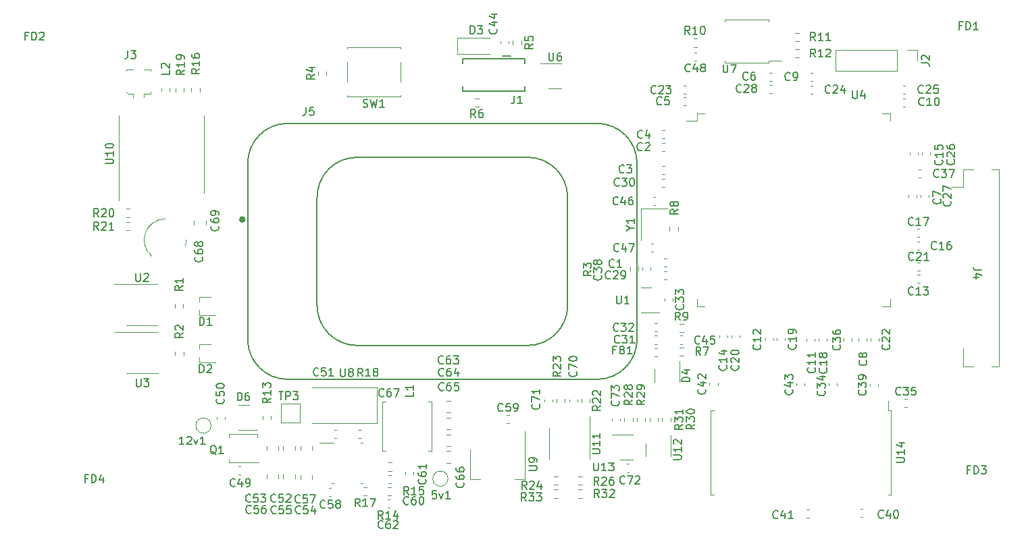
<source format=gbr>
%TF.GenerationSoftware,KiCad,Pcbnew,7.0.1*%
%TF.CreationDate,2024-06-10T08:55:10+03:00*%
%TF.ProjectId,Dash 6.8,44617368-2036-42e3-982e-6b696361645f,rev?*%
%TF.SameCoordinates,Original*%
%TF.FileFunction,Legend,Top*%
%TF.FilePolarity,Positive*%
%FSLAX46Y46*%
G04 Gerber Fmt 4.6, Leading zero omitted, Abs format (unit mm)*
G04 Created by KiCad (PCBNEW 7.0.1) date 2024-06-10 08:55:10*
%MOMM*%
%LPD*%
G01*
G04 APERTURE LIST*
%ADD10C,0.150000*%
%ADD11C,0.120000*%
%ADD12C,0.127000*%
%ADD13C,0.400000*%
G04 APERTURE END LIST*
D10*
%TO.C,R11*%
X197757142Y-81562619D02*
X197423809Y-81086428D01*
X197185714Y-81562619D02*
X197185714Y-80562619D01*
X197185714Y-80562619D02*
X197566666Y-80562619D01*
X197566666Y-80562619D02*
X197661904Y-80610238D01*
X197661904Y-80610238D02*
X197709523Y-80657857D01*
X197709523Y-80657857D02*
X197757142Y-80753095D01*
X197757142Y-80753095D02*
X197757142Y-80895952D01*
X197757142Y-80895952D02*
X197709523Y-80991190D01*
X197709523Y-80991190D02*
X197661904Y-81038809D01*
X197661904Y-81038809D02*
X197566666Y-81086428D01*
X197566666Y-81086428D02*
X197185714Y-81086428D01*
X198709523Y-81562619D02*
X198138095Y-81562619D01*
X198423809Y-81562619D02*
X198423809Y-80562619D01*
X198423809Y-80562619D02*
X198328571Y-80705476D01*
X198328571Y-80705476D02*
X198233333Y-80800714D01*
X198233333Y-80800714D02*
X198138095Y-80848333D01*
X199661904Y-81562619D02*
X199090476Y-81562619D01*
X199376190Y-81562619D02*
X199376190Y-80562619D01*
X199376190Y-80562619D02*
X199280952Y-80705476D01*
X199280952Y-80705476D02*
X199185714Y-80800714D01*
X199185714Y-80800714D02*
X199090476Y-80848333D01*
%TO.C,C34*%
X198887380Y-125492857D02*
X198935000Y-125540476D01*
X198935000Y-125540476D02*
X198982619Y-125683333D01*
X198982619Y-125683333D02*
X198982619Y-125778571D01*
X198982619Y-125778571D02*
X198935000Y-125921428D01*
X198935000Y-125921428D02*
X198839761Y-126016666D01*
X198839761Y-126016666D02*
X198744523Y-126064285D01*
X198744523Y-126064285D02*
X198554047Y-126111904D01*
X198554047Y-126111904D02*
X198411190Y-126111904D01*
X198411190Y-126111904D02*
X198220714Y-126064285D01*
X198220714Y-126064285D02*
X198125476Y-126016666D01*
X198125476Y-126016666D02*
X198030238Y-125921428D01*
X198030238Y-125921428D02*
X197982619Y-125778571D01*
X197982619Y-125778571D02*
X197982619Y-125683333D01*
X197982619Y-125683333D02*
X198030238Y-125540476D01*
X198030238Y-125540476D02*
X198077857Y-125492857D01*
X197982619Y-125159523D02*
X197982619Y-124540476D01*
X197982619Y-124540476D02*
X198363571Y-124873809D01*
X198363571Y-124873809D02*
X198363571Y-124730952D01*
X198363571Y-124730952D02*
X198411190Y-124635714D01*
X198411190Y-124635714D02*
X198458809Y-124588095D01*
X198458809Y-124588095D02*
X198554047Y-124540476D01*
X198554047Y-124540476D02*
X198792142Y-124540476D01*
X198792142Y-124540476D02*
X198887380Y-124588095D01*
X198887380Y-124588095D02*
X198935000Y-124635714D01*
X198935000Y-124635714D02*
X198982619Y-124730952D01*
X198982619Y-124730952D02*
X198982619Y-125016666D01*
X198982619Y-125016666D02*
X198935000Y-125111904D01*
X198935000Y-125111904D02*
X198887380Y-125159523D01*
X198315952Y-123683333D02*
X198982619Y-123683333D01*
X197935000Y-123921428D02*
X198649285Y-124159523D01*
X198649285Y-124159523D02*
X198649285Y-123540476D01*
%TO.C,R18*%
X141007142Y-123662619D02*
X140673809Y-123186428D01*
X140435714Y-123662619D02*
X140435714Y-122662619D01*
X140435714Y-122662619D02*
X140816666Y-122662619D01*
X140816666Y-122662619D02*
X140911904Y-122710238D01*
X140911904Y-122710238D02*
X140959523Y-122757857D01*
X140959523Y-122757857D02*
X141007142Y-122853095D01*
X141007142Y-122853095D02*
X141007142Y-122995952D01*
X141007142Y-122995952D02*
X140959523Y-123091190D01*
X140959523Y-123091190D02*
X140911904Y-123138809D01*
X140911904Y-123138809D02*
X140816666Y-123186428D01*
X140816666Y-123186428D02*
X140435714Y-123186428D01*
X141959523Y-123662619D02*
X141388095Y-123662619D01*
X141673809Y-123662619D02*
X141673809Y-122662619D01*
X141673809Y-122662619D02*
X141578571Y-122805476D01*
X141578571Y-122805476D02*
X141483333Y-122900714D01*
X141483333Y-122900714D02*
X141388095Y-122948333D01*
X142530952Y-123091190D02*
X142435714Y-123043571D01*
X142435714Y-123043571D02*
X142388095Y-122995952D01*
X142388095Y-122995952D02*
X142340476Y-122900714D01*
X142340476Y-122900714D02*
X142340476Y-122853095D01*
X142340476Y-122853095D02*
X142388095Y-122757857D01*
X142388095Y-122757857D02*
X142435714Y-122710238D01*
X142435714Y-122710238D02*
X142530952Y-122662619D01*
X142530952Y-122662619D02*
X142721428Y-122662619D01*
X142721428Y-122662619D02*
X142816666Y-122710238D01*
X142816666Y-122710238D02*
X142864285Y-122757857D01*
X142864285Y-122757857D02*
X142911904Y-122853095D01*
X142911904Y-122853095D02*
X142911904Y-122900714D01*
X142911904Y-122900714D02*
X142864285Y-122995952D01*
X142864285Y-122995952D02*
X142816666Y-123043571D01*
X142816666Y-123043571D02*
X142721428Y-123091190D01*
X142721428Y-123091190D02*
X142530952Y-123091190D01*
X142530952Y-123091190D02*
X142435714Y-123138809D01*
X142435714Y-123138809D02*
X142388095Y-123186428D01*
X142388095Y-123186428D02*
X142340476Y-123281666D01*
X142340476Y-123281666D02*
X142340476Y-123472142D01*
X142340476Y-123472142D02*
X142388095Y-123567380D01*
X142388095Y-123567380D02*
X142435714Y-123615000D01*
X142435714Y-123615000D02*
X142530952Y-123662619D01*
X142530952Y-123662619D02*
X142721428Y-123662619D01*
X142721428Y-123662619D02*
X142816666Y-123615000D01*
X142816666Y-123615000D02*
X142864285Y-123567380D01*
X142864285Y-123567380D02*
X142911904Y-123472142D01*
X142911904Y-123472142D02*
X142911904Y-123281666D01*
X142911904Y-123281666D02*
X142864285Y-123186428D01*
X142864285Y-123186428D02*
X142816666Y-123138809D01*
X142816666Y-123138809D02*
X142721428Y-123091190D01*
%TO.C,R24*%
X161557142Y-137812619D02*
X161223809Y-137336428D01*
X160985714Y-137812619D02*
X160985714Y-136812619D01*
X160985714Y-136812619D02*
X161366666Y-136812619D01*
X161366666Y-136812619D02*
X161461904Y-136860238D01*
X161461904Y-136860238D02*
X161509523Y-136907857D01*
X161509523Y-136907857D02*
X161557142Y-137003095D01*
X161557142Y-137003095D02*
X161557142Y-137145952D01*
X161557142Y-137145952D02*
X161509523Y-137241190D01*
X161509523Y-137241190D02*
X161461904Y-137288809D01*
X161461904Y-137288809D02*
X161366666Y-137336428D01*
X161366666Y-137336428D02*
X160985714Y-137336428D01*
X161938095Y-136907857D02*
X161985714Y-136860238D01*
X161985714Y-136860238D02*
X162080952Y-136812619D01*
X162080952Y-136812619D02*
X162319047Y-136812619D01*
X162319047Y-136812619D02*
X162414285Y-136860238D01*
X162414285Y-136860238D02*
X162461904Y-136907857D01*
X162461904Y-136907857D02*
X162509523Y-137003095D01*
X162509523Y-137003095D02*
X162509523Y-137098333D01*
X162509523Y-137098333D02*
X162461904Y-137241190D01*
X162461904Y-137241190D02*
X161890476Y-137812619D01*
X161890476Y-137812619D02*
X162509523Y-137812619D01*
X163366666Y-137145952D02*
X163366666Y-137812619D01*
X163128571Y-136765000D02*
X162890476Y-137479285D01*
X162890476Y-137479285D02*
X163509523Y-137479285D01*
%TO.C,L2*%
X116762619Y-85266666D02*
X116762619Y-85742856D01*
X116762619Y-85742856D02*
X115762619Y-85742856D01*
X115857857Y-84980951D02*
X115810238Y-84933332D01*
X115810238Y-84933332D02*
X115762619Y-84838094D01*
X115762619Y-84838094D02*
X115762619Y-84599999D01*
X115762619Y-84599999D02*
X115810238Y-84504761D01*
X115810238Y-84504761D02*
X115857857Y-84457142D01*
X115857857Y-84457142D02*
X115953095Y-84409523D01*
X115953095Y-84409523D02*
X116048333Y-84409523D01*
X116048333Y-84409523D02*
X116191190Y-84457142D01*
X116191190Y-84457142D02*
X116762619Y-85028570D01*
X116762619Y-85028570D02*
X116762619Y-84409523D01*
%TO.C,R20*%
X107907142Y-103662619D02*
X107573809Y-103186428D01*
X107335714Y-103662619D02*
X107335714Y-102662619D01*
X107335714Y-102662619D02*
X107716666Y-102662619D01*
X107716666Y-102662619D02*
X107811904Y-102710238D01*
X107811904Y-102710238D02*
X107859523Y-102757857D01*
X107859523Y-102757857D02*
X107907142Y-102853095D01*
X107907142Y-102853095D02*
X107907142Y-102995952D01*
X107907142Y-102995952D02*
X107859523Y-103091190D01*
X107859523Y-103091190D02*
X107811904Y-103138809D01*
X107811904Y-103138809D02*
X107716666Y-103186428D01*
X107716666Y-103186428D02*
X107335714Y-103186428D01*
X108288095Y-102757857D02*
X108335714Y-102710238D01*
X108335714Y-102710238D02*
X108430952Y-102662619D01*
X108430952Y-102662619D02*
X108669047Y-102662619D01*
X108669047Y-102662619D02*
X108764285Y-102710238D01*
X108764285Y-102710238D02*
X108811904Y-102757857D01*
X108811904Y-102757857D02*
X108859523Y-102853095D01*
X108859523Y-102853095D02*
X108859523Y-102948333D01*
X108859523Y-102948333D02*
X108811904Y-103091190D01*
X108811904Y-103091190D02*
X108240476Y-103662619D01*
X108240476Y-103662619D02*
X108859523Y-103662619D01*
X109478571Y-102662619D02*
X109573809Y-102662619D01*
X109573809Y-102662619D02*
X109669047Y-102710238D01*
X109669047Y-102710238D02*
X109716666Y-102757857D01*
X109716666Y-102757857D02*
X109764285Y-102853095D01*
X109764285Y-102853095D02*
X109811904Y-103043571D01*
X109811904Y-103043571D02*
X109811904Y-103281666D01*
X109811904Y-103281666D02*
X109764285Y-103472142D01*
X109764285Y-103472142D02*
X109716666Y-103567380D01*
X109716666Y-103567380D02*
X109669047Y-103615000D01*
X109669047Y-103615000D02*
X109573809Y-103662619D01*
X109573809Y-103662619D02*
X109478571Y-103662619D01*
X109478571Y-103662619D02*
X109383333Y-103615000D01*
X109383333Y-103615000D02*
X109335714Y-103567380D01*
X109335714Y-103567380D02*
X109288095Y-103472142D01*
X109288095Y-103472142D02*
X109240476Y-103281666D01*
X109240476Y-103281666D02*
X109240476Y-103043571D01*
X109240476Y-103043571D02*
X109288095Y-102853095D01*
X109288095Y-102853095D02*
X109335714Y-102757857D01*
X109335714Y-102757857D02*
X109383333Y-102710238D01*
X109383333Y-102710238D02*
X109478571Y-102662619D01*
%TO.C,5v1*%
X150230952Y-138012619D02*
X149754762Y-138012619D01*
X149754762Y-138012619D02*
X149707143Y-138488809D01*
X149707143Y-138488809D02*
X149754762Y-138441190D01*
X149754762Y-138441190D02*
X149850000Y-138393571D01*
X149850000Y-138393571D02*
X150088095Y-138393571D01*
X150088095Y-138393571D02*
X150183333Y-138441190D01*
X150183333Y-138441190D02*
X150230952Y-138488809D01*
X150230952Y-138488809D02*
X150278571Y-138584047D01*
X150278571Y-138584047D02*
X150278571Y-138822142D01*
X150278571Y-138822142D02*
X150230952Y-138917380D01*
X150230952Y-138917380D02*
X150183333Y-138965000D01*
X150183333Y-138965000D02*
X150088095Y-139012619D01*
X150088095Y-139012619D02*
X149850000Y-139012619D01*
X149850000Y-139012619D02*
X149754762Y-138965000D01*
X149754762Y-138965000D02*
X149707143Y-138917380D01*
X150611905Y-138345952D02*
X150850000Y-139012619D01*
X150850000Y-139012619D02*
X151088095Y-138345952D01*
X151992857Y-139012619D02*
X151421429Y-139012619D01*
X151707143Y-139012619D02*
X151707143Y-138012619D01*
X151707143Y-138012619D02*
X151611905Y-138155476D01*
X151611905Y-138155476D02*
X151516667Y-138250714D01*
X151516667Y-138250714D02*
X151421429Y-138298333D01*
%TO.C,C51*%
X135457142Y-123517380D02*
X135409523Y-123565000D01*
X135409523Y-123565000D02*
X135266666Y-123612619D01*
X135266666Y-123612619D02*
X135171428Y-123612619D01*
X135171428Y-123612619D02*
X135028571Y-123565000D01*
X135028571Y-123565000D02*
X134933333Y-123469761D01*
X134933333Y-123469761D02*
X134885714Y-123374523D01*
X134885714Y-123374523D02*
X134838095Y-123184047D01*
X134838095Y-123184047D02*
X134838095Y-123041190D01*
X134838095Y-123041190D02*
X134885714Y-122850714D01*
X134885714Y-122850714D02*
X134933333Y-122755476D01*
X134933333Y-122755476D02*
X135028571Y-122660238D01*
X135028571Y-122660238D02*
X135171428Y-122612619D01*
X135171428Y-122612619D02*
X135266666Y-122612619D01*
X135266666Y-122612619D02*
X135409523Y-122660238D01*
X135409523Y-122660238D02*
X135457142Y-122707857D01*
X136361904Y-122612619D02*
X135885714Y-122612619D01*
X135885714Y-122612619D02*
X135838095Y-123088809D01*
X135838095Y-123088809D02*
X135885714Y-123041190D01*
X135885714Y-123041190D02*
X135980952Y-122993571D01*
X135980952Y-122993571D02*
X136219047Y-122993571D01*
X136219047Y-122993571D02*
X136314285Y-123041190D01*
X136314285Y-123041190D02*
X136361904Y-123088809D01*
X136361904Y-123088809D02*
X136409523Y-123184047D01*
X136409523Y-123184047D02*
X136409523Y-123422142D01*
X136409523Y-123422142D02*
X136361904Y-123517380D01*
X136361904Y-123517380D02*
X136314285Y-123565000D01*
X136314285Y-123565000D02*
X136219047Y-123612619D01*
X136219047Y-123612619D02*
X135980952Y-123612619D01*
X135980952Y-123612619D02*
X135885714Y-123565000D01*
X135885714Y-123565000D02*
X135838095Y-123517380D01*
X137361904Y-123612619D02*
X136790476Y-123612619D01*
X137076190Y-123612619D02*
X137076190Y-122612619D01*
X137076190Y-122612619D02*
X136980952Y-122755476D01*
X136980952Y-122755476D02*
X136885714Y-122850714D01*
X136885714Y-122850714D02*
X136790476Y-122898333D01*
%TO.C,12v1*%
X118602380Y-132212619D02*
X118030952Y-132212619D01*
X118316666Y-132212619D02*
X118316666Y-131212619D01*
X118316666Y-131212619D02*
X118221428Y-131355476D01*
X118221428Y-131355476D02*
X118126190Y-131450714D01*
X118126190Y-131450714D02*
X118030952Y-131498333D01*
X118983333Y-131307857D02*
X119030952Y-131260238D01*
X119030952Y-131260238D02*
X119126190Y-131212619D01*
X119126190Y-131212619D02*
X119364285Y-131212619D01*
X119364285Y-131212619D02*
X119459523Y-131260238D01*
X119459523Y-131260238D02*
X119507142Y-131307857D01*
X119507142Y-131307857D02*
X119554761Y-131403095D01*
X119554761Y-131403095D02*
X119554761Y-131498333D01*
X119554761Y-131498333D02*
X119507142Y-131641190D01*
X119507142Y-131641190D02*
X118935714Y-132212619D01*
X118935714Y-132212619D02*
X119554761Y-132212619D01*
X119888095Y-131545952D02*
X120126190Y-132212619D01*
X120126190Y-132212619D02*
X120364285Y-131545952D01*
X121269047Y-132212619D02*
X120697619Y-132212619D01*
X120983333Y-132212619D02*
X120983333Y-131212619D01*
X120983333Y-131212619D02*
X120888095Y-131355476D01*
X120888095Y-131355476D02*
X120792857Y-131450714D01*
X120792857Y-131450714D02*
X120697619Y-131498333D01*
%TO.C,R21*%
X107907142Y-105312619D02*
X107573809Y-104836428D01*
X107335714Y-105312619D02*
X107335714Y-104312619D01*
X107335714Y-104312619D02*
X107716666Y-104312619D01*
X107716666Y-104312619D02*
X107811904Y-104360238D01*
X107811904Y-104360238D02*
X107859523Y-104407857D01*
X107859523Y-104407857D02*
X107907142Y-104503095D01*
X107907142Y-104503095D02*
X107907142Y-104645952D01*
X107907142Y-104645952D02*
X107859523Y-104741190D01*
X107859523Y-104741190D02*
X107811904Y-104788809D01*
X107811904Y-104788809D02*
X107716666Y-104836428D01*
X107716666Y-104836428D02*
X107335714Y-104836428D01*
X108288095Y-104407857D02*
X108335714Y-104360238D01*
X108335714Y-104360238D02*
X108430952Y-104312619D01*
X108430952Y-104312619D02*
X108669047Y-104312619D01*
X108669047Y-104312619D02*
X108764285Y-104360238D01*
X108764285Y-104360238D02*
X108811904Y-104407857D01*
X108811904Y-104407857D02*
X108859523Y-104503095D01*
X108859523Y-104503095D02*
X108859523Y-104598333D01*
X108859523Y-104598333D02*
X108811904Y-104741190D01*
X108811904Y-104741190D02*
X108240476Y-105312619D01*
X108240476Y-105312619D02*
X108859523Y-105312619D01*
X109811904Y-105312619D02*
X109240476Y-105312619D01*
X109526190Y-105312619D02*
X109526190Y-104312619D01*
X109526190Y-104312619D02*
X109430952Y-104455476D01*
X109430952Y-104455476D02*
X109335714Y-104550714D01*
X109335714Y-104550714D02*
X109240476Y-104598333D01*
%TO.C,R14*%
X143557142Y-141562619D02*
X143223809Y-141086428D01*
X142985714Y-141562619D02*
X142985714Y-140562619D01*
X142985714Y-140562619D02*
X143366666Y-140562619D01*
X143366666Y-140562619D02*
X143461904Y-140610238D01*
X143461904Y-140610238D02*
X143509523Y-140657857D01*
X143509523Y-140657857D02*
X143557142Y-140753095D01*
X143557142Y-140753095D02*
X143557142Y-140895952D01*
X143557142Y-140895952D02*
X143509523Y-140991190D01*
X143509523Y-140991190D02*
X143461904Y-141038809D01*
X143461904Y-141038809D02*
X143366666Y-141086428D01*
X143366666Y-141086428D02*
X142985714Y-141086428D01*
X144509523Y-141562619D02*
X143938095Y-141562619D01*
X144223809Y-141562619D02*
X144223809Y-140562619D01*
X144223809Y-140562619D02*
X144128571Y-140705476D01*
X144128571Y-140705476D02*
X144033333Y-140800714D01*
X144033333Y-140800714D02*
X143938095Y-140848333D01*
X145366666Y-140895952D02*
X145366666Y-141562619D01*
X145128571Y-140515000D02*
X144890476Y-141229285D01*
X144890476Y-141229285D02*
X145509523Y-141229285D01*
%TO.C,U3*%
X112638095Y-123962619D02*
X112638095Y-124772142D01*
X112638095Y-124772142D02*
X112685714Y-124867380D01*
X112685714Y-124867380D02*
X112733333Y-124915000D01*
X112733333Y-124915000D02*
X112828571Y-124962619D01*
X112828571Y-124962619D02*
X113019047Y-124962619D01*
X113019047Y-124962619D02*
X113114285Y-124915000D01*
X113114285Y-124915000D02*
X113161904Y-124867380D01*
X113161904Y-124867380D02*
X113209523Y-124772142D01*
X113209523Y-124772142D02*
X113209523Y-123962619D01*
X113590476Y-123962619D02*
X114209523Y-123962619D01*
X114209523Y-123962619D02*
X113876190Y-124343571D01*
X113876190Y-124343571D02*
X114019047Y-124343571D01*
X114019047Y-124343571D02*
X114114285Y-124391190D01*
X114114285Y-124391190D02*
X114161904Y-124438809D01*
X114161904Y-124438809D02*
X114209523Y-124534047D01*
X114209523Y-124534047D02*
X114209523Y-124772142D01*
X114209523Y-124772142D02*
X114161904Y-124867380D01*
X114161904Y-124867380D02*
X114114285Y-124915000D01*
X114114285Y-124915000D02*
X114019047Y-124962619D01*
X114019047Y-124962619D02*
X113733333Y-124962619D01*
X113733333Y-124962619D02*
X113638095Y-124915000D01*
X113638095Y-124915000D02*
X113590476Y-124867380D01*
%TO.C,C10*%
X211357142Y-89617380D02*
X211309523Y-89665000D01*
X211309523Y-89665000D02*
X211166666Y-89712619D01*
X211166666Y-89712619D02*
X211071428Y-89712619D01*
X211071428Y-89712619D02*
X210928571Y-89665000D01*
X210928571Y-89665000D02*
X210833333Y-89569761D01*
X210833333Y-89569761D02*
X210785714Y-89474523D01*
X210785714Y-89474523D02*
X210738095Y-89284047D01*
X210738095Y-89284047D02*
X210738095Y-89141190D01*
X210738095Y-89141190D02*
X210785714Y-88950714D01*
X210785714Y-88950714D02*
X210833333Y-88855476D01*
X210833333Y-88855476D02*
X210928571Y-88760238D01*
X210928571Y-88760238D02*
X211071428Y-88712619D01*
X211071428Y-88712619D02*
X211166666Y-88712619D01*
X211166666Y-88712619D02*
X211309523Y-88760238D01*
X211309523Y-88760238D02*
X211357142Y-88807857D01*
X212309523Y-89712619D02*
X211738095Y-89712619D01*
X212023809Y-89712619D02*
X212023809Y-88712619D01*
X212023809Y-88712619D02*
X211928571Y-88855476D01*
X211928571Y-88855476D02*
X211833333Y-88950714D01*
X211833333Y-88950714D02*
X211738095Y-88998333D01*
X212928571Y-88712619D02*
X213023809Y-88712619D01*
X213023809Y-88712619D02*
X213119047Y-88760238D01*
X213119047Y-88760238D02*
X213166666Y-88807857D01*
X213166666Y-88807857D02*
X213214285Y-88903095D01*
X213214285Y-88903095D02*
X213261904Y-89093571D01*
X213261904Y-89093571D02*
X213261904Y-89331666D01*
X213261904Y-89331666D02*
X213214285Y-89522142D01*
X213214285Y-89522142D02*
X213166666Y-89617380D01*
X213166666Y-89617380D02*
X213119047Y-89665000D01*
X213119047Y-89665000D02*
X213023809Y-89712619D01*
X213023809Y-89712619D02*
X212928571Y-89712619D01*
X212928571Y-89712619D02*
X212833333Y-89665000D01*
X212833333Y-89665000D02*
X212785714Y-89617380D01*
X212785714Y-89617380D02*
X212738095Y-89522142D01*
X212738095Y-89522142D02*
X212690476Y-89331666D01*
X212690476Y-89331666D02*
X212690476Y-89093571D01*
X212690476Y-89093571D02*
X212738095Y-88903095D01*
X212738095Y-88903095D02*
X212785714Y-88807857D01*
X212785714Y-88807857D02*
X212833333Y-88760238D01*
X212833333Y-88760238D02*
X212928571Y-88712619D01*
%TO.C,U4*%
X202438095Y-87812619D02*
X202438095Y-88622142D01*
X202438095Y-88622142D02*
X202485714Y-88717380D01*
X202485714Y-88717380D02*
X202533333Y-88765000D01*
X202533333Y-88765000D02*
X202628571Y-88812619D01*
X202628571Y-88812619D02*
X202819047Y-88812619D01*
X202819047Y-88812619D02*
X202914285Y-88765000D01*
X202914285Y-88765000D02*
X202961904Y-88717380D01*
X202961904Y-88717380D02*
X203009523Y-88622142D01*
X203009523Y-88622142D02*
X203009523Y-87812619D01*
X203914285Y-88145952D02*
X203914285Y-88812619D01*
X203676190Y-87765000D02*
X203438095Y-88479285D01*
X203438095Y-88479285D02*
X204057142Y-88479285D01*
%TO.C,C45*%
X183257142Y-119517380D02*
X183209523Y-119565000D01*
X183209523Y-119565000D02*
X183066666Y-119612619D01*
X183066666Y-119612619D02*
X182971428Y-119612619D01*
X182971428Y-119612619D02*
X182828571Y-119565000D01*
X182828571Y-119565000D02*
X182733333Y-119469761D01*
X182733333Y-119469761D02*
X182685714Y-119374523D01*
X182685714Y-119374523D02*
X182638095Y-119184047D01*
X182638095Y-119184047D02*
X182638095Y-119041190D01*
X182638095Y-119041190D02*
X182685714Y-118850714D01*
X182685714Y-118850714D02*
X182733333Y-118755476D01*
X182733333Y-118755476D02*
X182828571Y-118660238D01*
X182828571Y-118660238D02*
X182971428Y-118612619D01*
X182971428Y-118612619D02*
X183066666Y-118612619D01*
X183066666Y-118612619D02*
X183209523Y-118660238D01*
X183209523Y-118660238D02*
X183257142Y-118707857D01*
X184114285Y-118945952D02*
X184114285Y-119612619D01*
X183876190Y-118565000D02*
X183638095Y-119279285D01*
X183638095Y-119279285D02*
X184257142Y-119279285D01*
X185114285Y-118612619D02*
X184638095Y-118612619D01*
X184638095Y-118612619D02*
X184590476Y-119088809D01*
X184590476Y-119088809D02*
X184638095Y-119041190D01*
X184638095Y-119041190D02*
X184733333Y-118993571D01*
X184733333Y-118993571D02*
X184971428Y-118993571D01*
X184971428Y-118993571D02*
X185066666Y-119041190D01*
X185066666Y-119041190D02*
X185114285Y-119088809D01*
X185114285Y-119088809D02*
X185161904Y-119184047D01*
X185161904Y-119184047D02*
X185161904Y-119422142D01*
X185161904Y-119422142D02*
X185114285Y-119517380D01*
X185114285Y-119517380D02*
X185066666Y-119565000D01*
X185066666Y-119565000D02*
X184971428Y-119612619D01*
X184971428Y-119612619D02*
X184733333Y-119612619D01*
X184733333Y-119612619D02*
X184638095Y-119565000D01*
X184638095Y-119565000D02*
X184590476Y-119517380D01*
%TO.C,C39*%
X204037380Y-125392857D02*
X204085000Y-125440476D01*
X204085000Y-125440476D02*
X204132619Y-125583333D01*
X204132619Y-125583333D02*
X204132619Y-125678571D01*
X204132619Y-125678571D02*
X204085000Y-125821428D01*
X204085000Y-125821428D02*
X203989761Y-125916666D01*
X203989761Y-125916666D02*
X203894523Y-125964285D01*
X203894523Y-125964285D02*
X203704047Y-126011904D01*
X203704047Y-126011904D02*
X203561190Y-126011904D01*
X203561190Y-126011904D02*
X203370714Y-125964285D01*
X203370714Y-125964285D02*
X203275476Y-125916666D01*
X203275476Y-125916666D02*
X203180238Y-125821428D01*
X203180238Y-125821428D02*
X203132619Y-125678571D01*
X203132619Y-125678571D02*
X203132619Y-125583333D01*
X203132619Y-125583333D02*
X203180238Y-125440476D01*
X203180238Y-125440476D02*
X203227857Y-125392857D01*
X203132619Y-125059523D02*
X203132619Y-124440476D01*
X203132619Y-124440476D02*
X203513571Y-124773809D01*
X203513571Y-124773809D02*
X203513571Y-124630952D01*
X203513571Y-124630952D02*
X203561190Y-124535714D01*
X203561190Y-124535714D02*
X203608809Y-124488095D01*
X203608809Y-124488095D02*
X203704047Y-124440476D01*
X203704047Y-124440476D02*
X203942142Y-124440476D01*
X203942142Y-124440476D02*
X204037380Y-124488095D01*
X204037380Y-124488095D02*
X204085000Y-124535714D01*
X204085000Y-124535714D02*
X204132619Y-124630952D01*
X204132619Y-124630952D02*
X204132619Y-124916666D01*
X204132619Y-124916666D02*
X204085000Y-125011904D01*
X204085000Y-125011904D02*
X204037380Y-125059523D01*
X204132619Y-123964285D02*
X204132619Y-123773809D01*
X204132619Y-123773809D02*
X204085000Y-123678571D01*
X204085000Y-123678571D02*
X204037380Y-123630952D01*
X204037380Y-123630952D02*
X203894523Y-123535714D01*
X203894523Y-123535714D02*
X203704047Y-123488095D01*
X203704047Y-123488095D02*
X203323095Y-123488095D01*
X203323095Y-123488095D02*
X203227857Y-123535714D01*
X203227857Y-123535714D02*
X203180238Y-123583333D01*
X203180238Y-123583333D02*
X203132619Y-123678571D01*
X203132619Y-123678571D02*
X203132619Y-123869047D01*
X203132619Y-123869047D02*
X203180238Y-123964285D01*
X203180238Y-123964285D02*
X203227857Y-124011904D01*
X203227857Y-124011904D02*
X203323095Y-124059523D01*
X203323095Y-124059523D02*
X203561190Y-124059523D01*
X203561190Y-124059523D02*
X203656428Y-124011904D01*
X203656428Y-124011904D02*
X203704047Y-123964285D01*
X203704047Y-123964285D02*
X203751666Y-123869047D01*
X203751666Y-123869047D02*
X203751666Y-123678571D01*
X203751666Y-123678571D02*
X203704047Y-123583333D01*
X203704047Y-123583333D02*
X203656428Y-123535714D01*
X203656428Y-123535714D02*
X203561190Y-123488095D01*
%TO.C,U13*%
X169961905Y-134512619D02*
X169961905Y-135322142D01*
X169961905Y-135322142D02*
X170009524Y-135417380D01*
X170009524Y-135417380D02*
X170057143Y-135465000D01*
X170057143Y-135465000D02*
X170152381Y-135512619D01*
X170152381Y-135512619D02*
X170342857Y-135512619D01*
X170342857Y-135512619D02*
X170438095Y-135465000D01*
X170438095Y-135465000D02*
X170485714Y-135417380D01*
X170485714Y-135417380D02*
X170533333Y-135322142D01*
X170533333Y-135322142D02*
X170533333Y-134512619D01*
X171533333Y-135512619D02*
X170961905Y-135512619D01*
X171247619Y-135512619D02*
X171247619Y-134512619D01*
X171247619Y-134512619D02*
X171152381Y-134655476D01*
X171152381Y-134655476D02*
X171057143Y-134750714D01*
X171057143Y-134750714D02*
X170961905Y-134798333D01*
X171866667Y-134512619D02*
X172485714Y-134512619D01*
X172485714Y-134512619D02*
X172152381Y-134893571D01*
X172152381Y-134893571D02*
X172295238Y-134893571D01*
X172295238Y-134893571D02*
X172390476Y-134941190D01*
X172390476Y-134941190D02*
X172438095Y-134988809D01*
X172438095Y-134988809D02*
X172485714Y-135084047D01*
X172485714Y-135084047D02*
X172485714Y-135322142D01*
X172485714Y-135322142D02*
X172438095Y-135417380D01*
X172438095Y-135417380D02*
X172390476Y-135465000D01*
X172390476Y-135465000D02*
X172295238Y-135512619D01*
X172295238Y-135512619D02*
X172009524Y-135512619D01*
X172009524Y-135512619D02*
X171914286Y-135465000D01*
X171914286Y-135465000D02*
X171866667Y-135417380D01*
%TO.C,C23*%
X177757142Y-88117380D02*
X177709523Y-88165000D01*
X177709523Y-88165000D02*
X177566666Y-88212619D01*
X177566666Y-88212619D02*
X177471428Y-88212619D01*
X177471428Y-88212619D02*
X177328571Y-88165000D01*
X177328571Y-88165000D02*
X177233333Y-88069761D01*
X177233333Y-88069761D02*
X177185714Y-87974523D01*
X177185714Y-87974523D02*
X177138095Y-87784047D01*
X177138095Y-87784047D02*
X177138095Y-87641190D01*
X177138095Y-87641190D02*
X177185714Y-87450714D01*
X177185714Y-87450714D02*
X177233333Y-87355476D01*
X177233333Y-87355476D02*
X177328571Y-87260238D01*
X177328571Y-87260238D02*
X177471428Y-87212619D01*
X177471428Y-87212619D02*
X177566666Y-87212619D01*
X177566666Y-87212619D02*
X177709523Y-87260238D01*
X177709523Y-87260238D02*
X177757142Y-87307857D01*
X178138095Y-87307857D02*
X178185714Y-87260238D01*
X178185714Y-87260238D02*
X178280952Y-87212619D01*
X178280952Y-87212619D02*
X178519047Y-87212619D01*
X178519047Y-87212619D02*
X178614285Y-87260238D01*
X178614285Y-87260238D02*
X178661904Y-87307857D01*
X178661904Y-87307857D02*
X178709523Y-87403095D01*
X178709523Y-87403095D02*
X178709523Y-87498333D01*
X178709523Y-87498333D02*
X178661904Y-87641190D01*
X178661904Y-87641190D02*
X178090476Y-88212619D01*
X178090476Y-88212619D02*
X178709523Y-88212619D01*
X179042857Y-87212619D02*
X179661904Y-87212619D01*
X179661904Y-87212619D02*
X179328571Y-87593571D01*
X179328571Y-87593571D02*
X179471428Y-87593571D01*
X179471428Y-87593571D02*
X179566666Y-87641190D01*
X179566666Y-87641190D02*
X179614285Y-87688809D01*
X179614285Y-87688809D02*
X179661904Y-87784047D01*
X179661904Y-87784047D02*
X179661904Y-88022142D01*
X179661904Y-88022142D02*
X179614285Y-88117380D01*
X179614285Y-88117380D02*
X179566666Y-88165000D01*
X179566666Y-88165000D02*
X179471428Y-88212619D01*
X179471428Y-88212619D02*
X179185714Y-88212619D01*
X179185714Y-88212619D02*
X179090476Y-88165000D01*
X179090476Y-88165000D02*
X179042857Y-88117380D01*
%TO.C,C38*%
X170867380Y-110992857D02*
X170915000Y-111040476D01*
X170915000Y-111040476D02*
X170962619Y-111183333D01*
X170962619Y-111183333D02*
X170962619Y-111278571D01*
X170962619Y-111278571D02*
X170915000Y-111421428D01*
X170915000Y-111421428D02*
X170819761Y-111516666D01*
X170819761Y-111516666D02*
X170724523Y-111564285D01*
X170724523Y-111564285D02*
X170534047Y-111611904D01*
X170534047Y-111611904D02*
X170391190Y-111611904D01*
X170391190Y-111611904D02*
X170200714Y-111564285D01*
X170200714Y-111564285D02*
X170105476Y-111516666D01*
X170105476Y-111516666D02*
X170010238Y-111421428D01*
X170010238Y-111421428D02*
X169962619Y-111278571D01*
X169962619Y-111278571D02*
X169962619Y-111183333D01*
X169962619Y-111183333D02*
X170010238Y-111040476D01*
X170010238Y-111040476D02*
X170057857Y-110992857D01*
X169962619Y-110659523D02*
X169962619Y-110040476D01*
X169962619Y-110040476D02*
X170343571Y-110373809D01*
X170343571Y-110373809D02*
X170343571Y-110230952D01*
X170343571Y-110230952D02*
X170391190Y-110135714D01*
X170391190Y-110135714D02*
X170438809Y-110088095D01*
X170438809Y-110088095D02*
X170534047Y-110040476D01*
X170534047Y-110040476D02*
X170772142Y-110040476D01*
X170772142Y-110040476D02*
X170867380Y-110088095D01*
X170867380Y-110088095D02*
X170915000Y-110135714D01*
X170915000Y-110135714D02*
X170962619Y-110230952D01*
X170962619Y-110230952D02*
X170962619Y-110516666D01*
X170962619Y-110516666D02*
X170915000Y-110611904D01*
X170915000Y-110611904D02*
X170867380Y-110659523D01*
X170391190Y-109469047D02*
X170343571Y-109564285D01*
X170343571Y-109564285D02*
X170295952Y-109611904D01*
X170295952Y-109611904D02*
X170200714Y-109659523D01*
X170200714Y-109659523D02*
X170153095Y-109659523D01*
X170153095Y-109659523D02*
X170057857Y-109611904D01*
X170057857Y-109611904D02*
X170010238Y-109564285D01*
X170010238Y-109564285D02*
X169962619Y-109469047D01*
X169962619Y-109469047D02*
X169962619Y-109278571D01*
X169962619Y-109278571D02*
X170010238Y-109183333D01*
X170010238Y-109183333D02*
X170057857Y-109135714D01*
X170057857Y-109135714D02*
X170153095Y-109088095D01*
X170153095Y-109088095D02*
X170200714Y-109088095D01*
X170200714Y-109088095D02*
X170295952Y-109135714D01*
X170295952Y-109135714D02*
X170343571Y-109183333D01*
X170343571Y-109183333D02*
X170391190Y-109278571D01*
X170391190Y-109278571D02*
X170391190Y-109469047D01*
X170391190Y-109469047D02*
X170438809Y-109564285D01*
X170438809Y-109564285D02*
X170486428Y-109611904D01*
X170486428Y-109611904D02*
X170581666Y-109659523D01*
X170581666Y-109659523D02*
X170772142Y-109659523D01*
X170772142Y-109659523D02*
X170867380Y-109611904D01*
X170867380Y-109611904D02*
X170915000Y-109564285D01*
X170915000Y-109564285D02*
X170962619Y-109469047D01*
X170962619Y-109469047D02*
X170962619Y-109278571D01*
X170962619Y-109278571D02*
X170915000Y-109183333D01*
X170915000Y-109183333D02*
X170867380Y-109135714D01*
X170867380Y-109135714D02*
X170772142Y-109088095D01*
X170772142Y-109088095D02*
X170581666Y-109088095D01*
X170581666Y-109088095D02*
X170486428Y-109135714D01*
X170486428Y-109135714D02*
X170438809Y-109183333D01*
X170438809Y-109183333D02*
X170391190Y-109278571D01*
%TO.C,R31*%
X181112619Y-129730357D02*
X180636428Y-130063690D01*
X181112619Y-130301785D02*
X180112619Y-130301785D01*
X180112619Y-130301785D02*
X180112619Y-129920833D01*
X180112619Y-129920833D02*
X180160238Y-129825595D01*
X180160238Y-129825595D02*
X180207857Y-129777976D01*
X180207857Y-129777976D02*
X180303095Y-129730357D01*
X180303095Y-129730357D02*
X180445952Y-129730357D01*
X180445952Y-129730357D02*
X180541190Y-129777976D01*
X180541190Y-129777976D02*
X180588809Y-129825595D01*
X180588809Y-129825595D02*
X180636428Y-129920833D01*
X180636428Y-129920833D02*
X180636428Y-130301785D01*
X180112619Y-129397023D02*
X180112619Y-128777976D01*
X180112619Y-128777976D02*
X180493571Y-129111309D01*
X180493571Y-129111309D02*
X180493571Y-128968452D01*
X180493571Y-128968452D02*
X180541190Y-128873214D01*
X180541190Y-128873214D02*
X180588809Y-128825595D01*
X180588809Y-128825595D02*
X180684047Y-128777976D01*
X180684047Y-128777976D02*
X180922142Y-128777976D01*
X180922142Y-128777976D02*
X181017380Y-128825595D01*
X181017380Y-128825595D02*
X181065000Y-128873214D01*
X181065000Y-128873214D02*
X181112619Y-128968452D01*
X181112619Y-128968452D02*
X181112619Y-129254166D01*
X181112619Y-129254166D02*
X181065000Y-129349404D01*
X181065000Y-129349404D02*
X181017380Y-129397023D01*
X181112619Y-127825595D02*
X181112619Y-128397023D01*
X181112619Y-128111309D02*
X180112619Y-128111309D01*
X180112619Y-128111309D02*
X180255476Y-128206547D01*
X180255476Y-128206547D02*
X180350714Y-128301785D01*
X180350714Y-128301785D02*
X180398333Y-128397023D01*
%TO.C,SW1*%
X141066667Y-89865000D02*
X141209524Y-89912619D01*
X141209524Y-89912619D02*
X141447619Y-89912619D01*
X141447619Y-89912619D02*
X141542857Y-89865000D01*
X141542857Y-89865000D02*
X141590476Y-89817380D01*
X141590476Y-89817380D02*
X141638095Y-89722142D01*
X141638095Y-89722142D02*
X141638095Y-89626904D01*
X141638095Y-89626904D02*
X141590476Y-89531666D01*
X141590476Y-89531666D02*
X141542857Y-89484047D01*
X141542857Y-89484047D02*
X141447619Y-89436428D01*
X141447619Y-89436428D02*
X141257143Y-89388809D01*
X141257143Y-89388809D02*
X141161905Y-89341190D01*
X141161905Y-89341190D02*
X141114286Y-89293571D01*
X141114286Y-89293571D02*
X141066667Y-89198333D01*
X141066667Y-89198333D02*
X141066667Y-89103095D01*
X141066667Y-89103095D02*
X141114286Y-89007857D01*
X141114286Y-89007857D02*
X141161905Y-88960238D01*
X141161905Y-88960238D02*
X141257143Y-88912619D01*
X141257143Y-88912619D02*
X141495238Y-88912619D01*
X141495238Y-88912619D02*
X141638095Y-88960238D01*
X141971429Y-88912619D02*
X142209524Y-89912619D01*
X142209524Y-89912619D02*
X142400000Y-89198333D01*
X142400000Y-89198333D02*
X142590476Y-89912619D01*
X142590476Y-89912619D02*
X142828572Y-88912619D01*
X143733333Y-89912619D02*
X143161905Y-89912619D01*
X143447619Y-89912619D02*
X143447619Y-88912619D01*
X143447619Y-88912619D02*
X143352381Y-89055476D01*
X143352381Y-89055476D02*
X143257143Y-89150714D01*
X143257143Y-89150714D02*
X143161905Y-89198333D01*
%TO.C,C43*%
X194837380Y-125342857D02*
X194885000Y-125390476D01*
X194885000Y-125390476D02*
X194932619Y-125533333D01*
X194932619Y-125533333D02*
X194932619Y-125628571D01*
X194932619Y-125628571D02*
X194885000Y-125771428D01*
X194885000Y-125771428D02*
X194789761Y-125866666D01*
X194789761Y-125866666D02*
X194694523Y-125914285D01*
X194694523Y-125914285D02*
X194504047Y-125961904D01*
X194504047Y-125961904D02*
X194361190Y-125961904D01*
X194361190Y-125961904D02*
X194170714Y-125914285D01*
X194170714Y-125914285D02*
X194075476Y-125866666D01*
X194075476Y-125866666D02*
X193980238Y-125771428D01*
X193980238Y-125771428D02*
X193932619Y-125628571D01*
X193932619Y-125628571D02*
X193932619Y-125533333D01*
X193932619Y-125533333D02*
X193980238Y-125390476D01*
X193980238Y-125390476D02*
X194027857Y-125342857D01*
X194265952Y-124485714D02*
X194932619Y-124485714D01*
X193885000Y-124723809D02*
X194599285Y-124961904D01*
X194599285Y-124961904D02*
X194599285Y-124342857D01*
X193932619Y-124057142D02*
X193932619Y-123438095D01*
X193932619Y-123438095D02*
X194313571Y-123771428D01*
X194313571Y-123771428D02*
X194313571Y-123628571D01*
X194313571Y-123628571D02*
X194361190Y-123533333D01*
X194361190Y-123533333D02*
X194408809Y-123485714D01*
X194408809Y-123485714D02*
X194504047Y-123438095D01*
X194504047Y-123438095D02*
X194742142Y-123438095D01*
X194742142Y-123438095D02*
X194837380Y-123485714D01*
X194837380Y-123485714D02*
X194885000Y-123533333D01*
X194885000Y-123533333D02*
X194932619Y-123628571D01*
X194932619Y-123628571D02*
X194932619Y-123914285D01*
X194932619Y-123914285D02*
X194885000Y-124009523D01*
X194885000Y-124009523D02*
X194837380Y-124057142D01*
%TO.C,TP3*%
X130488095Y-125612619D02*
X131059523Y-125612619D01*
X130773809Y-126612619D02*
X130773809Y-125612619D01*
X131392857Y-126612619D02*
X131392857Y-125612619D01*
X131392857Y-125612619D02*
X131773809Y-125612619D01*
X131773809Y-125612619D02*
X131869047Y-125660238D01*
X131869047Y-125660238D02*
X131916666Y-125707857D01*
X131916666Y-125707857D02*
X131964285Y-125803095D01*
X131964285Y-125803095D02*
X131964285Y-125945952D01*
X131964285Y-125945952D02*
X131916666Y-126041190D01*
X131916666Y-126041190D02*
X131869047Y-126088809D01*
X131869047Y-126088809D02*
X131773809Y-126136428D01*
X131773809Y-126136428D02*
X131392857Y-126136428D01*
X132297619Y-125612619D02*
X132916666Y-125612619D01*
X132916666Y-125612619D02*
X132583333Y-125993571D01*
X132583333Y-125993571D02*
X132726190Y-125993571D01*
X132726190Y-125993571D02*
X132821428Y-126041190D01*
X132821428Y-126041190D02*
X132869047Y-126088809D01*
X132869047Y-126088809D02*
X132916666Y-126184047D01*
X132916666Y-126184047D02*
X132916666Y-126422142D01*
X132916666Y-126422142D02*
X132869047Y-126517380D01*
X132869047Y-126517380D02*
X132821428Y-126565000D01*
X132821428Y-126565000D02*
X132726190Y-126612619D01*
X132726190Y-126612619D02*
X132440476Y-126612619D01*
X132440476Y-126612619D02*
X132345238Y-126565000D01*
X132345238Y-126565000D02*
X132297619Y-126517380D01*
%TO.C,C17*%
X210007142Y-104637380D02*
X209959523Y-104685000D01*
X209959523Y-104685000D02*
X209816666Y-104732619D01*
X209816666Y-104732619D02*
X209721428Y-104732619D01*
X209721428Y-104732619D02*
X209578571Y-104685000D01*
X209578571Y-104685000D02*
X209483333Y-104589761D01*
X209483333Y-104589761D02*
X209435714Y-104494523D01*
X209435714Y-104494523D02*
X209388095Y-104304047D01*
X209388095Y-104304047D02*
X209388095Y-104161190D01*
X209388095Y-104161190D02*
X209435714Y-103970714D01*
X209435714Y-103970714D02*
X209483333Y-103875476D01*
X209483333Y-103875476D02*
X209578571Y-103780238D01*
X209578571Y-103780238D02*
X209721428Y-103732619D01*
X209721428Y-103732619D02*
X209816666Y-103732619D01*
X209816666Y-103732619D02*
X209959523Y-103780238D01*
X209959523Y-103780238D02*
X210007142Y-103827857D01*
X210959523Y-104732619D02*
X210388095Y-104732619D01*
X210673809Y-104732619D02*
X210673809Y-103732619D01*
X210673809Y-103732619D02*
X210578571Y-103875476D01*
X210578571Y-103875476D02*
X210483333Y-103970714D01*
X210483333Y-103970714D02*
X210388095Y-104018333D01*
X211292857Y-103732619D02*
X211959523Y-103732619D01*
X211959523Y-103732619D02*
X211530952Y-104732619D01*
%TO.C,C32*%
X173057142Y-117917380D02*
X173009523Y-117965000D01*
X173009523Y-117965000D02*
X172866666Y-118012619D01*
X172866666Y-118012619D02*
X172771428Y-118012619D01*
X172771428Y-118012619D02*
X172628571Y-117965000D01*
X172628571Y-117965000D02*
X172533333Y-117869761D01*
X172533333Y-117869761D02*
X172485714Y-117774523D01*
X172485714Y-117774523D02*
X172438095Y-117584047D01*
X172438095Y-117584047D02*
X172438095Y-117441190D01*
X172438095Y-117441190D02*
X172485714Y-117250714D01*
X172485714Y-117250714D02*
X172533333Y-117155476D01*
X172533333Y-117155476D02*
X172628571Y-117060238D01*
X172628571Y-117060238D02*
X172771428Y-117012619D01*
X172771428Y-117012619D02*
X172866666Y-117012619D01*
X172866666Y-117012619D02*
X173009523Y-117060238D01*
X173009523Y-117060238D02*
X173057142Y-117107857D01*
X173390476Y-117012619D02*
X174009523Y-117012619D01*
X174009523Y-117012619D02*
X173676190Y-117393571D01*
X173676190Y-117393571D02*
X173819047Y-117393571D01*
X173819047Y-117393571D02*
X173914285Y-117441190D01*
X173914285Y-117441190D02*
X173961904Y-117488809D01*
X173961904Y-117488809D02*
X174009523Y-117584047D01*
X174009523Y-117584047D02*
X174009523Y-117822142D01*
X174009523Y-117822142D02*
X173961904Y-117917380D01*
X173961904Y-117917380D02*
X173914285Y-117965000D01*
X173914285Y-117965000D02*
X173819047Y-118012619D01*
X173819047Y-118012619D02*
X173533333Y-118012619D01*
X173533333Y-118012619D02*
X173438095Y-117965000D01*
X173438095Y-117965000D02*
X173390476Y-117917380D01*
X174390476Y-117107857D02*
X174438095Y-117060238D01*
X174438095Y-117060238D02*
X174533333Y-117012619D01*
X174533333Y-117012619D02*
X174771428Y-117012619D01*
X174771428Y-117012619D02*
X174866666Y-117060238D01*
X174866666Y-117060238D02*
X174914285Y-117107857D01*
X174914285Y-117107857D02*
X174961904Y-117203095D01*
X174961904Y-117203095D02*
X174961904Y-117298333D01*
X174961904Y-117298333D02*
X174914285Y-117441190D01*
X174914285Y-117441190D02*
X174342857Y-118012619D01*
X174342857Y-118012619D02*
X174961904Y-118012619D01*
%TO.C,R33*%
X161507142Y-139312619D02*
X161173809Y-138836428D01*
X160935714Y-139312619D02*
X160935714Y-138312619D01*
X160935714Y-138312619D02*
X161316666Y-138312619D01*
X161316666Y-138312619D02*
X161411904Y-138360238D01*
X161411904Y-138360238D02*
X161459523Y-138407857D01*
X161459523Y-138407857D02*
X161507142Y-138503095D01*
X161507142Y-138503095D02*
X161507142Y-138645952D01*
X161507142Y-138645952D02*
X161459523Y-138741190D01*
X161459523Y-138741190D02*
X161411904Y-138788809D01*
X161411904Y-138788809D02*
X161316666Y-138836428D01*
X161316666Y-138836428D02*
X160935714Y-138836428D01*
X161840476Y-138312619D02*
X162459523Y-138312619D01*
X162459523Y-138312619D02*
X162126190Y-138693571D01*
X162126190Y-138693571D02*
X162269047Y-138693571D01*
X162269047Y-138693571D02*
X162364285Y-138741190D01*
X162364285Y-138741190D02*
X162411904Y-138788809D01*
X162411904Y-138788809D02*
X162459523Y-138884047D01*
X162459523Y-138884047D02*
X162459523Y-139122142D01*
X162459523Y-139122142D02*
X162411904Y-139217380D01*
X162411904Y-139217380D02*
X162364285Y-139265000D01*
X162364285Y-139265000D02*
X162269047Y-139312619D01*
X162269047Y-139312619D02*
X161983333Y-139312619D01*
X161983333Y-139312619D02*
X161888095Y-139265000D01*
X161888095Y-139265000D02*
X161840476Y-139217380D01*
X162792857Y-138312619D02*
X163411904Y-138312619D01*
X163411904Y-138312619D02*
X163078571Y-138693571D01*
X163078571Y-138693571D02*
X163221428Y-138693571D01*
X163221428Y-138693571D02*
X163316666Y-138741190D01*
X163316666Y-138741190D02*
X163364285Y-138788809D01*
X163364285Y-138788809D02*
X163411904Y-138884047D01*
X163411904Y-138884047D02*
X163411904Y-139122142D01*
X163411904Y-139122142D02*
X163364285Y-139217380D01*
X163364285Y-139217380D02*
X163316666Y-139265000D01*
X163316666Y-139265000D02*
X163221428Y-139312619D01*
X163221428Y-139312619D02*
X162935714Y-139312619D01*
X162935714Y-139312619D02*
X162840476Y-139265000D01*
X162840476Y-139265000D02*
X162792857Y-139217380D01*
%TO.C,R2*%
X118512619Y-118216666D02*
X118036428Y-118549999D01*
X118512619Y-118788094D02*
X117512619Y-118788094D01*
X117512619Y-118788094D02*
X117512619Y-118407142D01*
X117512619Y-118407142D02*
X117560238Y-118311904D01*
X117560238Y-118311904D02*
X117607857Y-118264285D01*
X117607857Y-118264285D02*
X117703095Y-118216666D01*
X117703095Y-118216666D02*
X117845952Y-118216666D01*
X117845952Y-118216666D02*
X117941190Y-118264285D01*
X117941190Y-118264285D02*
X117988809Y-118311904D01*
X117988809Y-118311904D02*
X118036428Y-118407142D01*
X118036428Y-118407142D02*
X118036428Y-118788094D01*
X117607857Y-117835713D02*
X117560238Y-117788094D01*
X117560238Y-117788094D02*
X117512619Y-117692856D01*
X117512619Y-117692856D02*
X117512619Y-117454761D01*
X117512619Y-117454761D02*
X117560238Y-117359523D01*
X117560238Y-117359523D02*
X117607857Y-117311904D01*
X117607857Y-117311904D02*
X117703095Y-117264285D01*
X117703095Y-117264285D02*
X117798333Y-117264285D01*
X117798333Y-117264285D02*
X117941190Y-117311904D01*
X117941190Y-117311904D02*
X118512619Y-117883332D01*
X118512619Y-117883332D02*
X118512619Y-117264285D01*
%TO.C,R8*%
X180562619Y-102716666D02*
X180086428Y-103049999D01*
X180562619Y-103288094D02*
X179562619Y-103288094D01*
X179562619Y-103288094D02*
X179562619Y-102907142D01*
X179562619Y-102907142D02*
X179610238Y-102811904D01*
X179610238Y-102811904D02*
X179657857Y-102764285D01*
X179657857Y-102764285D02*
X179753095Y-102716666D01*
X179753095Y-102716666D02*
X179895952Y-102716666D01*
X179895952Y-102716666D02*
X179991190Y-102764285D01*
X179991190Y-102764285D02*
X180038809Y-102811904D01*
X180038809Y-102811904D02*
X180086428Y-102907142D01*
X180086428Y-102907142D02*
X180086428Y-103288094D01*
X179991190Y-102145237D02*
X179943571Y-102240475D01*
X179943571Y-102240475D02*
X179895952Y-102288094D01*
X179895952Y-102288094D02*
X179800714Y-102335713D01*
X179800714Y-102335713D02*
X179753095Y-102335713D01*
X179753095Y-102335713D02*
X179657857Y-102288094D01*
X179657857Y-102288094D02*
X179610238Y-102240475D01*
X179610238Y-102240475D02*
X179562619Y-102145237D01*
X179562619Y-102145237D02*
X179562619Y-101954761D01*
X179562619Y-101954761D02*
X179610238Y-101859523D01*
X179610238Y-101859523D02*
X179657857Y-101811904D01*
X179657857Y-101811904D02*
X179753095Y-101764285D01*
X179753095Y-101764285D02*
X179800714Y-101764285D01*
X179800714Y-101764285D02*
X179895952Y-101811904D01*
X179895952Y-101811904D02*
X179943571Y-101859523D01*
X179943571Y-101859523D02*
X179991190Y-101954761D01*
X179991190Y-101954761D02*
X179991190Y-102145237D01*
X179991190Y-102145237D02*
X180038809Y-102240475D01*
X180038809Y-102240475D02*
X180086428Y-102288094D01*
X180086428Y-102288094D02*
X180181666Y-102335713D01*
X180181666Y-102335713D02*
X180372142Y-102335713D01*
X180372142Y-102335713D02*
X180467380Y-102288094D01*
X180467380Y-102288094D02*
X180515000Y-102240475D01*
X180515000Y-102240475D02*
X180562619Y-102145237D01*
X180562619Y-102145237D02*
X180562619Y-101954761D01*
X180562619Y-101954761D02*
X180515000Y-101859523D01*
X180515000Y-101859523D02*
X180467380Y-101811904D01*
X180467380Y-101811904D02*
X180372142Y-101764285D01*
X180372142Y-101764285D02*
X180181666Y-101764285D01*
X180181666Y-101764285D02*
X180086428Y-101811904D01*
X180086428Y-101811904D02*
X180038809Y-101859523D01*
X180038809Y-101859523D02*
X179991190Y-101954761D01*
%TO.C,R10*%
X182007142Y-80762619D02*
X181673809Y-80286428D01*
X181435714Y-80762619D02*
X181435714Y-79762619D01*
X181435714Y-79762619D02*
X181816666Y-79762619D01*
X181816666Y-79762619D02*
X181911904Y-79810238D01*
X181911904Y-79810238D02*
X181959523Y-79857857D01*
X181959523Y-79857857D02*
X182007142Y-79953095D01*
X182007142Y-79953095D02*
X182007142Y-80095952D01*
X182007142Y-80095952D02*
X181959523Y-80191190D01*
X181959523Y-80191190D02*
X181911904Y-80238809D01*
X181911904Y-80238809D02*
X181816666Y-80286428D01*
X181816666Y-80286428D02*
X181435714Y-80286428D01*
X182959523Y-80762619D02*
X182388095Y-80762619D01*
X182673809Y-80762619D02*
X182673809Y-79762619D01*
X182673809Y-79762619D02*
X182578571Y-79905476D01*
X182578571Y-79905476D02*
X182483333Y-80000714D01*
X182483333Y-80000714D02*
X182388095Y-80048333D01*
X183578571Y-79762619D02*
X183673809Y-79762619D01*
X183673809Y-79762619D02*
X183769047Y-79810238D01*
X183769047Y-79810238D02*
X183816666Y-79857857D01*
X183816666Y-79857857D02*
X183864285Y-79953095D01*
X183864285Y-79953095D02*
X183911904Y-80143571D01*
X183911904Y-80143571D02*
X183911904Y-80381666D01*
X183911904Y-80381666D02*
X183864285Y-80572142D01*
X183864285Y-80572142D02*
X183816666Y-80667380D01*
X183816666Y-80667380D02*
X183769047Y-80715000D01*
X183769047Y-80715000D02*
X183673809Y-80762619D01*
X183673809Y-80762619D02*
X183578571Y-80762619D01*
X183578571Y-80762619D02*
X183483333Y-80715000D01*
X183483333Y-80715000D02*
X183435714Y-80667380D01*
X183435714Y-80667380D02*
X183388095Y-80572142D01*
X183388095Y-80572142D02*
X183340476Y-80381666D01*
X183340476Y-80381666D02*
X183340476Y-80143571D01*
X183340476Y-80143571D02*
X183388095Y-79953095D01*
X183388095Y-79953095D02*
X183435714Y-79857857D01*
X183435714Y-79857857D02*
X183483333Y-79810238D01*
X183483333Y-79810238D02*
X183578571Y-79762619D01*
%TO.C,C6*%
X189283333Y-86417380D02*
X189235714Y-86465000D01*
X189235714Y-86465000D02*
X189092857Y-86512619D01*
X189092857Y-86512619D02*
X188997619Y-86512619D01*
X188997619Y-86512619D02*
X188854762Y-86465000D01*
X188854762Y-86465000D02*
X188759524Y-86369761D01*
X188759524Y-86369761D02*
X188711905Y-86274523D01*
X188711905Y-86274523D02*
X188664286Y-86084047D01*
X188664286Y-86084047D02*
X188664286Y-85941190D01*
X188664286Y-85941190D02*
X188711905Y-85750714D01*
X188711905Y-85750714D02*
X188759524Y-85655476D01*
X188759524Y-85655476D02*
X188854762Y-85560238D01*
X188854762Y-85560238D02*
X188997619Y-85512619D01*
X188997619Y-85512619D02*
X189092857Y-85512619D01*
X189092857Y-85512619D02*
X189235714Y-85560238D01*
X189235714Y-85560238D02*
X189283333Y-85607857D01*
X190140476Y-85512619D02*
X189950000Y-85512619D01*
X189950000Y-85512619D02*
X189854762Y-85560238D01*
X189854762Y-85560238D02*
X189807143Y-85607857D01*
X189807143Y-85607857D02*
X189711905Y-85750714D01*
X189711905Y-85750714D02*
X189664286Y-85941190D01*
X189664286Y-85941190D02*
X189664286Y-86322142D01*
X189664286Y-86322142D02*
X189711905Y-86417380D01*
X189711905Y-86417380D02*
X189759524Y-86465000D01*
X189759524Y-86465000D02*
X189854762Y-86512619D01*
X189854762Y-86512619D02*
X190045238Y-86512619D01*
X190045238Y-86512619D02*
X190140476Y-86465000D01*
X190140476Y-86465000D02*
X190188095Y-86417380D01*
X190188095Y-86417380D02*
X190235714Y-86322142D01*
X190235714Y-86322142D02*
X190235714Y-86084047D01*
X190235714Y-86084047D02*
X190188095Y-85988809D01*
X190188095Y-85988809D02*
X190140476Y-85941190D01*
X190140476Y-85941190D02*
X190045238Y-85893571D01*
X190045238Y-85893571D02*
X189854762Y-85893571D01*
X189854762Y-85893571D02*
X189759524Y-85941190D01*
X189759524Y-85941190D02*
X189711905Y-85988809D01*
X189711905Y-85988809D02*
X189664286Y-86084047D01*
%TO.C,R3*%
X169662619Y-110416666D02*
X169186428Y-110749999D01*
X169662619Y-110988094D02*
X168662619Y-110988094D01*
X168662619Y-110988094D02*
X168662619Y-110607142D01*
X168662619Y-110607142D02*
X168710238Y-110511904D01*
X168710238Y-110511904D02*
X168757857Y-110464285D01*
X168757857Y-110464285D02*
X168853095Y-110416666D01*
X168853095Y-110416666D02*
X168995952Y-110416666D01*
X168995952Y-110416666D02*
X169091190Y-110464285D01*
X169091190Y-110464285D02*
X169138809Y-110511904D01*
X169138809Y-110511904D02*
X169186428Y-110607142D01*
X169186428Y-110607142D02*
X169186428Y-110988094D01*
X168662619Y-110083332D02*
X168662619Y-109464285D01*
X168662619Y-109464285D02*
X169043571Y-109797618D01*
X169043571Y-109797618D02*
X169043571Y-109654761D01*
X169043571Y-109654761D02*
X169091190Y-109559523D01*
X169091190Y-109559523D02*
X169138809Y-109511904D01*
X169138809Y-109511904D02*
X169234047Y-109464285D01*
X169234047Y-109464285D02*
X169472142Y-109464285D01*
X169472142Y-109464285D02*
X169567380Y-109511904D01*
X169567380Y-109511904D02*
X169615000Y-109559523D01*
X169615000Y-109559523D02*
X169662619Y-109654761D01*
X169662619Y-109654761D02*
X169662619Y-109940475D01*
X169662619Y-109940475D02*
X169615000Y-110035713D01*
X169615000Y-110035713D02*
X169567380Y-110083332D01*
%TO.C,FD4*%
X106516666Y-136474309D02*
X106183333Y-136474309D01*
X106183333Y-136998119D02*
X106183333Y-135998119D01*
X106183333Y-135998119D02*
X106659523Y-135998119D01*
X107040476Y-136998119D02*
X107040476Y-135998119D01*
X107040476Y-135998119D02*
X107278571Y-135998119D01*
X107278571Y-135998119D02*
X107421428Y-136045738D01*
X107421428Y-136045738D02*
X107516666Y-136140976D01*
X107516666Y-136140976D02*
X107564285Y-136236214D01*
X107564285Y-136236214D02*
X107611904Y-136426690D01*
X107611904Y-136426690D02*
X107611904Y-136569547D01*
X107611904Y-136569547D02*
X107564285Y-136760023D01*
X107564285Y-136760023D02*
X107516666Y-136855261D01*
X107516666Y-136855261D02*
X107421428Y-136950500D01*
X107421428Y-136950500D02*
X107278571Y-136998119D01*
X107278571Y-136998119D02*
X107040476Y-136998119D01*
X108469047Y-136331452D02*
X108469047Y-136998119D01*
X108230952Y-135950500D02*
X107992857Y-136664785D01*
X107992857Y-136664785D02*
X108611904Y-136664785D01*
%TO.C,Q1*%
X122654761Y-133457857D02*
X122559523Y-133410238D01*
X122559523Y-133410238D02*
X122464285Y-133315000D01*
X122464285Y-133315000D02*
X122321428Y-133172142D01*
X122321428Y-133172142D02*
X122226190Y-133124523D01*
X122226190Y-133124523D02*
X122130952Y-133124523D01*
X122178571Y-133362619D02*
X122083333Y-133315000D01*
X122083333Y-133315000D02*
X121988095Y-133219761D01*
X121988095Y-133219761D02*
X121940476Y-133029285D01*
X121940476Y-133029285D02*
X121940476Y-132695952D01*
X121940476Y-132695952D02*
X121988095Y-132505476D01*
X121988095Y-132505476D02*
X122083333Y-132410238D01*
X122083333Y-132410238D02*
X122178571Y-132362619D01*
X122178571Y-132362619D02*
X122369047Y-132362619D01*
X122369047Y-132362619D02*
X122464285Y-132410238D01*
X122464285Y-132410238D02*
X122559523Y-132505476D01*
X122559523Y-132505476D02*
X122607142Y-132695952D01*
X122607142Y-132695952D02*
X122607142Y-133029285D01*
X122607142Y-133029285D02*
X122559523Y-133219761D01*
X122559523Y-133219761D02*
X122464285Y-133315000D01*
X122464285Y-133315000D02*
X122369047Y-133362619D01*
X122369047Y-133362619D02*
X122178571Y-133362619D01*
X123559523Y-133362619D02*
X122988095Y-133362619D01*
X123273809Y-133362619D02*
X123273809Y-132362619D01*
X123273809Y-132362619D02*
X123178571Y-132505476D01*
X123178571Y-132505476D02*
X123083333Y-132600714D01*
X123083333Y-132600714D02*
X122988095Y-132648333D01*
%TO.C,C19*%
X195247380Y-119667857D02*
X195295000Y-119715476D01*
X195295000Y-119715476D02*
X195342619Y-119858333D01*
X195342619Y-119858333D02*
X195342619Y-119953571D01*
X195342619Y-119953571D02*
X195295000Y-120096428D01*
X195295000Y-120096428D02*
X195199761Y-120191666D01*
X195199761Y-120191666D02*
X195104523Y-120239285D01*
X195104523Y-120239285D02*
X194914047Y-120286904D01*
X194914047Y-120286904D02*
X194771190Y-120286904D01*
X194771190Y-120286904D02*
X194580714Y-120239285D01*
X194580714Y-120239285D02*
X194485476Y-120191666D01*
X194485476Y-120191666D02*
X194390238Y-120096428D01*
X194390238Y-120096428D02*
X194342619Y-119953571D01*
X194342619Y-119953571D02*
X194342619Y-119858333D01*
X194342619Y-119858333D02*
X194390238Y-119715476D01*
X194390238Y-119715476D02*
X194437857Y-119667857D01*
X195342619Y-118715476D02*
X195342619Y-119286904D01*
X195342619Y-119001190D02*
X194342619Y-119001190D01*
X194342619Y-119001190D02*
X194485476Y-119096428D01*
X194485476Y-119096428D02*
X194580714Y-119191666D01*
X194580714Y-119191666D02*
X194628333Y-119286904D01*
X195342619Y-118239285D02*
X195342619Y-118048809D01*
X195342619Y-118048809D02*
X195295000Y-117953571D01*
X195295000Y-117953571D02*
X195247380Y-117905952D01*
X195247380Y-117905952D02*
X195104523Y-117810714D01*
X195104523Y-117810714D02*
X194914047Y-117763095D01*
X194914047Y-117763095D02*
X194533095Y-117763095D01*
X194533095Y-117763095D02*
X194437857Y-117810714D01*
X194437857Y-117810714D02*
X194390238Y-117858333D01*
X194390238Y-117858333D02*
X194342619Y-117953571D01*
X194342619Y-117953571D02*
X194342619Y-118144047D01*
X194342619Y-118144047D02*
X194390238Y-118239285D01*
X194390238Y-118239285D02*
X194437857Y-118286904D01*
X194437857Y-118286904D02*
X194533095Y-118334523D01*
X194533095Y-118334523D02*
X194771190Y-118334523D01*
X194771190Y-118334523D02*
X194866428Y-118286904D01*
X194866428Y-118286904D02*
X194914047Y-118239285D01*
X194914047Y-118239285D02*
X194961666Y-118144047D01*
X194961666Y-118144047D02*
X194961666Y-117953571D01*
X194961666Y-117953571D02*
X194914047Y-117858333D01*
X194914047Y-117858333D02*
X194866428Y-117810714D01*
X194866428Y-117810714D02*
X194771190Y-117763095D01*
%TO.C,R32*%
X170657142Y-138862619D02*
X170323809Y-138386428D01*
X170085714Y-138862619D02*
X170085714Y-137862619D01*
X170085714Y-137862619D02*
X170466666Y-137862619D01*
X170466666Y-137862619D02*
X170561904Y-137910238D01*
X170561904Y-137910238D02*
X170609523Y-137957857D01*
X170609523Y-137957857D02*
X170657142Y-138053095D01*
X170657142Y-138053095D02*
X170657142Y-138195952D01*
X170657142Y-138195952D02*
X170609523Y-138291190D01*
X170609523Y-138291190D02*
X170561904Y-138338809D01*
X170561904Y-138338809D02*
X170466666Y-138386428D01*
X170466666Y-138386428D02*
X170085714Y-138386428D01*
X170990476Y-137862619D02*
X171609523Y-137862619D01*
X171609523Y-137862619D02*
X171276190Y-138243571D01*
X171276190Y-138243571D02*
X171419047Y-138243571D01*
X171419047Y-138243571D02*
X171514285Y-138291190D01*
X171514285Y-138291190D02*
X171561904Y-138338809D01*
X171561904Y-138338809D02*
X171609523Y-138434047D01*
X171609523Y-138434047D02*
X171609523Y-138672142D01*
X171609523Y-138672142D02*
X171561904Y-138767380D01*
X171561904Y-138767380D02*
X171514285Y-138815000D01*
X171514285Y-138815000D02*
X171419047Y-138862619D01*
X171419047Y-138862619D02*
X171133333Y-138862619D01*
X171133333Y-138862619D02*
X171038095Y-138815000D01*
X171038095Y-138815000D02*
X170990476Y-138767380D01*
X171990476Y-137957857D02*
X172038095Y-137910238D01*
X172038095Y-137910238D02*
X172133333Y-137862619D01*
X172133333Y-137862619D02*
X172371428Y-137862619D01*
X172371428Y-137862619D02*
X172466666Y-137910238D01*
X172466666Y-137910238D02*
X172514285Y-137957857D01*
X172514285Y-137957857D02*
X172561904Y-138053095D01*
X172561904Y-138053095D02*
X172561904Y-138148333D01*
X172561904Y-138148333D02*
X172514285Y-138291190D01*
X172514285Y-138291190D02*
X171942857Y-138862619D01*
X171942857Y-138862619D02*
X172561904Y-138862619D01*
%TO.C,C44*%
X157767380Y-80092857D02*
X157815000Y-80140476D01*
X157815000Y-80140476D02*
X157862619Y-80283333D01*
X157862619Y-80283333D02*
X157862619Y-80378571D01*
X157862619Y-80378571D02*
X157815000Y-80521428D01*
X157815000Y-80521428D02*
X157719761Y-80616666D01*
X157719761Y-80616666D02*
X157624523Y-80664285D01*
X157624523Y-80664285D02*
X157434047Y-80711904D01*
X157434047Y-80711904D02*
X157291190Y-80711904D01*
X157291190Y-80711904D02*
X157100714Y-80664285D01*
X157100714Y-80664285D02*
X157005476Y-80616666D01*
X157005476Y-80616666D02*
X156910238Y-80521428D01*
X156910238Y-80521428D02*
X156862619Y-80378571D01*
X156862619Y-80378571D02*
X156862619Y-80283333D01*
X156862619Y-80283333D02*
X156910238Y-80140476D01*
X156910238Y-80140476D02*
X156957857Y-80092857D01*
X157195952Y-79235714D02*
X157862619Y-79235714D01*
X156815000Y-79473809D02*
X157529285Y-79711904D01*
X157529285Y-79711904D02*
X157529285Y-79092857D01*
X157195952Y-78283333D02*
X157862619Y-78283333D01*
X156815000Y-78521428D02*
X157529285Y-78759523D01*
X157529285Y-78759523D02*
X157529285Y-78140476D01*
%TO.C,D2*%
X120566905Y-123192619D02*
X120566905Y-122192619D01*
X120566905Y-122192619D02*
X120805000Y-122192619D01*
X120805000Y-122192619D02*
X120947857Y-122240238D01*
X120947857Y-122240238D02*
X121043095Y-122335476D01*
X121043095Y-122335476D02*
X121090714Y-122430714D01*
X121090714Y-122430714D02*
X121138333Y-122621190D01*
X121138333Y-122621190D02*
X121138333Y-122764047D01*
X121138333Y-122764047D02*
X121090714Y-122954523D01*
X121090714Y-122954523D02*
X121043095Y-123049761D01*
X121043095Y-123049761D02*
X120947857Y-123145000D01*
X120947857Y-123145000D02*
X120805000Y-123192619D01*
X120805000Y-123192619D02*
X120566905Y-123192619D01*
X121519286Y-122287857D02*
X121566905Y-122240238D01*
X121566905Y-122240238D02*
X121662143Y-122192619D01*
X121662143Y-122192619D02*
X121900238Y-122192619D01*
X121900238Y-122192619D02*
X121995476Y-122240238D01*
X121995476Y-122240238D02*
X122043095Y-122287857D01*
X122043095Y-122287857D02*
X122090714Y-122383095D01*
X122090714Y-122383095D02*
X122090714Y-122478333D01*
X122090714Y-122478333D02*
X122043095Y-122621190D01*
X122043095Y-122621190D02*
X121471667Y-123192619D01*
X121471667Y-123192619D02*
X122090714Y-123192619D01*
%TO.C,C50*%
X123567380Y-126492857D02*
X123615000Y-126540476D01*
X123615000Y-126540476D02*
X123662619Y-126683333D01*
X123662619Y-126683333D02*
X123662619Y-126778571D01*
X123662619Y-126778571D02*
X123615000Y-126921428D01*
X123615000Y-126921428D02*
X123519761Y-127016666D01*
X123519761Y-127016666D02*
X123424523Y-127064285D01*
X123424523Y-127064285D02*
X123234047Y-127111904D01*
X123234047Y-127111904D02*
X123091190Y-127111904D01*
X123091190Y-127111904D02*
X122900714Y-127064285D01*
X122900714Y-127064285D02*
X122805476Y-127016666D01*
X122805476Y-127016666D02*
X122710238Y-126921428D01*
X122710238Y-126921428D02*
X122662619Y-126778571D01*
X122662619Y-126778571D02*
X122662619Y-126683333D01*
X122662619Y-126683333D02*
X122710238Y-126540476D01*
X122710238Y-126540476D02*
X122757857Y-126492857D01*
X122662619Y-125588095D02*
X122662619Y-126064285D01*
X122662619Y-126064285D02*
X123138809Y-126111904D01*
X123138809Y-126111904D02*
X123091190Y-126064285D01*
X123091190Y-126064285D02*
X123043571Y-125969047D01*
X123043571Y-125969047D02*
X123043571Y-125730952D01*
X123043571Y-125730952D02*
X123091190Y-125635714D01*
X123091190Y-125635714D02*
X123138809Y-125588095D01*
X123138809Y-125588095D02*
X123234047Y-125540476D01*
X123234047Y-125540476D02*
X123472142Y-125540476D01*
X123472142Y-125540476D02*
X123567380Y-125588095D01*
X123567380Y-125588095D02*
X123615000Y-125635714D01*
X123615000Y-125635714D02*
X123662619Y-125730952D01*
X123662619Y-125730952D02*
X123662619Y-125969047D01*
X123662619Y-125969047D02*
X123615000Y-126064285D01*
X123615000Y-126064285D02*
X123567380Y-126111904D01*
X122662619Y-124921428D02*
X122662619Y-124826190D01*
X122662619Y-124826190D02*
X122710238Y-124730952D01*
X122710238Y-124730952D02*
X122757857Y-124683333D01*
X122757857Y-124683333D02*
X122853095Y-124635714D01*
X122853095Y-124635714D02*
X123043571Y-124588095D01*
X123043571Y-124588095D02*
X123281666Y-124588095D01*
X123281666Y-124588095D02*
X123472142Y-124635714D01*
X123472142Y-124635714D02*
X123567380Y-124683333D01*
X123567380Y-124683333D02*
X123615000Y-124730952D01*
X123615000Y-124730952D02*
X123662619Y-124826190D01*
X123662619Y-124826190D02*
X123662619Y-124921428D01*
X123662619Y-124921428D02*
X123615000Y-125016666D01*
X123615000Y-125016666D02*
X123567380Y-125064285D01*
X123567380Y-125064285D02*
X123472142Y-125111904D01*
X123472142Y-125111904D02*
X123281666Y-125159523D01*
X123281666Y-125159523D02*
X123043571Y-125159523D01*
X123043571Y-125159523D02*
X122853095Y-125111904D01*
X122853095Y-125111904D02*
X122757857Y-125064285D01*
X122757857Y-125064285D02*
X122710238Y-125016666D01*
X122710238Y-125016666D02*
X122662619Y-124921428D01*
%TO.C,C22*%
X206997380Y-119692857D02*
X207045000Y-119740476D01*
X207045000Y-119740476D02*
X207092619Y-119883333D01*
X207092619Y-119883333D02*
X207092619Y-119978571D01*
X207092619Y-119978571D02*
X207045000Y-120121428D01*
X207045000Y-120121428D02*
X206949761Y-120216666D01*
X206949761Y-120216666D02*
X206854523Y-120264285D01*
X206854523Y-120264285D02*
X206664047Y-120311904D01*
X206664047Y-120311904D02*
X206521190Y-120311904D01*
X206521190Y-120311904D02*
X206330714Y-120264285D01*
X206330714Y-120264285D02*
X206235476Y-120216666D01*
X206235476Y-120216666D02*
X206140238Y-120121428D01*
X206140238Y-120121428D02*
X206092619Y-119978571D01*
X206092619Y-119978571D02*
X206092619Y-119883333D01*
X206092619Y-119883333D02*
X206140238Y-119740476D01*
X206140238Y-119740476D02*
X206187857Y-119692857D01*
X206187857Y-119311904D02*
X206140238Y-119264285D01*
X206140238Y-119264285D02*
X206092619Y-119169047D01*
X206092619Y-119169047D02*
X206092619Y-118930952D01*
X206092619Y-118930952D02*
X206140238Y-118835714D01*
X206140238Y-118835714D02*
X206187857Y-118788095D01*
X206187857Y-118788095D02*
X206283095Y-118740476D01*
X206283095Y-118740476D02*
X206378333Y-118740476D01*
X206378333Y-118740476D02*
X206521190Y-118788095D01*
X206521190Y-118788095D02*
X207092619Y-119359523D01*
X207092619Y-119359523D02*
X207092619Y-118740476D01*
X206187857Y-118359523D02*
X206140238Y-118311904D01*
X206140238Y-118311904D02*
X206092619Y-118216666D01*
X206092619Y-118216666D02*
X206092619Y-117978571D01*
X206092619Y-117978571D02*
X206140238Y-117883333D01*
X206140238Y-117883333D02*
X206187857Y-117835714D01*
X206187857Y-117835714D02*
X206283095Y-117788095D01*
X206283095Y-117788095D02*
X206378333Y-117788095D01*
X206378333Y-117788095D02*
X206521190Y-117835714D01*
X206521190Y-117835714D02*
X207092619Y-118407142D01*
X207092619Y-118407142D02*
X207092619Y-117788095D01*
%TO.C,C18*%
X199117380Y-122642857D02*
X199165000Y-122690476D01*
X199165000Y-122690476D02*
X199212619Y-122833333D01*
X199212619Y-122833333D02*
X199212619Y-122928571D01*
X199212619Y-122928571D02*
X199165000Y-123071428D01*
X199165000Y-123071428D02*
X199069761Y-123166666D01*
X199069761Y-123166666D02*
X198974523Y-123214285D01*
X198974523Y-123214285D02*
X198784047Y-123261904D01*
X198784047Y-123261904D02*
X198641190Y-123261904D01*
X198641190Y-123261904D02*
X198450714Y-123214285D01*
X198450714Y-123214285D02*
X198355476Y-123166666D01*
X198355476Y-123166666D02*
X198260238Y-123071428D01*
X198260238Y-123071428D02*
X198212619Y-122928571D01*
X198212619Y-122928571D02*
X198212619Y-122833333D01*
X198212619Y-122833333D02*
X198260238Y-122690476D01*
X198260238Y-122690476D02*
X198307857Y-122642857D01*
X199212619Y-121690476D02*
X199212619Y-122261904D01*
X199212619Y-121976190D02*
X198212619Y-121976190D01*
X198212619Y-121976190D02*
X198355476Y-122071428D01*
X198355476Y-122071428D02*
X198450714Y-122166666D01*
X198450714Y-122166666D02*
X198498333Y-122261904D01*
X198641190Y-121119047D02*
X198593571Y-121214285D01*
X198593571Y-121214285D02*
X198545952Y-121261904D01*
X198545952Y-121261904D02*
X198450714Y-121309523D01*
X198450714Y-121309523D02*
X198403095Y-121309523D01*
X198403095Y-121309523D02*
X198307857Y-121261904D01*
X198307857Y-121261904D02*
X198260238Y-121214285D01*
X198260238Y-121214285D02*
X198212619Y-121119047D01*
X198212619Y-121119047D02*
X198212619Y-120928571D01*
X198212619Y-120928571D02*
X198260238Y-120833333D01*
X198260238Y-120833333D02*
X198307857Y-120785714D01*
X198307857Y-120785714D02*
X198403095Y-120738095D01*
X198403095Y-120738095D02*
X198450714Y-120738095D01*
X198450714Y-120738095D02*
X198545952Y-120785714D01*
X198545952Y-120785714D02*
X198593571Y-120833333D01*
X198593571Y-120833333D02*
X198641190Y-120928571D01*
X198641190Y-120928571D02*
X198641190Y-121119047D01*
X198641190Y-121119047D02*
X198688809Y-121214285D01*
X198688809Y-121214285D02*
X198736428Y-121261904D01*
X198736428Y-121261904D02*
X198831666Y-121309523D01*
X198831666Y-121309523D02*
X199022142Y-121309523D01*
X199022142Y-121309523D02*
X199117380Y-121261904D01*
X199117380Y-121261904D02*
X199165000Y-121214285D01*
X199165000Y-121214285D02*
X199212619Y-121119047D01*
X199212619Y-121119047D02*
X199212619Y-120928571D01*
X199212619Y-120928571D02*
X199165000Y-120833333D01*
X199165000Y-120833333D02*
X199117380Y-120785714D01*
X199117380Y-120785714D02*
X199022142Y-120738095D01*
X199022142Y-120738095D02*
X198831666Y-120738095D01*
X198831666Y-120738095D02*
X198736428Y-120785714D01*
X198736428Y-120785714D02*
X198688809Y-120833333D01*
X198688809Y-120833333D02*
X198641190Y-120928571D01*
%TO.C,C71*%
X163117380Y-127192857D02*
X163165000Y-127240476D01*
X163165000Y-127240476D02*
X163212619Y-127383333D01*
X163212619Y-127383333D02*
X163212619Y-127478571D01*
X163212619Y-127478571D02*
X163165000Y-127621428D01*
X163165000Y-127621428D02*
X163069761Y-127716666D01*
X163069761Y-127716666D02*
X162974523Y-127764285D01*
X162974523Y-127764285D02*
X162784047Y-127811904D01*
X162784047Y-127811904D02*
X162641190Y-127811904D01*
X162641190Y-127811904D02*
X162450714Y-127764285D01*
X162450714Y-127764285D02*
X162355476Y-127716666D01*
X162355476Y-127716666D02*
X162260238Y-127621428D01*
X162260238Y-127621428D02*
X162212619Y-127478571D01*
X162212619Y-127478571D02*
X162212619Y-127383333D01*
X162212619Y-127383333D02*
X162260238Y-127240476D01*
X162260238Y-127240476D02*
X162307857Y-127192857D01*
X162212619Y-126859523D02*
X162212619Y-126192857D01*
X162212619Y-126192857D02*
X163212619Y-126621428D01*
X163212619Y-125288095D02*
X163212619Y-125859523D01*
X163212619Y-125573809D02*
X162212619Y-125573809D01*
X162212619Y-125573809D02*
X162355476Y-125669047D01*
X162355476Y-125669047D02*
X162450714Y-125764285D01*
X162450714Y-125764285D02*
X162498333Y-125859523D01*
%TO.C,R5*%
X162362619Y-81966666D02*
X161886428Y-82299999D01*
X162362619Y-82538094D02*
X161362619Y-82538094D01*
X161362619Y-82538094D02*
X161362619Y-82157142D01*
X161362619Y-82157142D02*
X161410238Y-82061904D01*
X161410238Y-82061904D02*
X161457857Y-82014285D01*
X161457857Y-82014285D02*
X161553095Y-81966666D01*
X161553095Y-81966666D02*
X161695952Y-81966666D01*
X161695952Y-81966666D02*
X161791190Y-82014285D01*
X161791190Y-82014285D02*
X161838809Y-82061904D01*
X161838809Y-82061904D02*
X161886428Y-82157142D01*
X161886428Y-82157142D02*
X161886428Y-82538094D01*
X161362619Y-81061904D02*
X161362619Y-81538094D01*
X161362619Y-81538094D02*
X161838809Y-81585713D01*
X161838809Y-81585713D02*
X161791190Y-81538094D01*
X161791190Y-81538094D02*
X161743571Y-81442856D01*
X161743571Y-81442856D02*
X161743571Y-81204761D01*
X161743571Y-81204761D02*
X161791190Y-81109523D01*
X161791190Y-81109523D02*
X161838809Y-81061904D01*
X161838809Y-81061904D02*
X161934047Y-81014285D01*
X161934047Y-81014285D02*
X162172142Y-81014285D01*
X162172142Y-81014285D02*
X162267380Y-81061904D01*
X162267380Y-81061904D02*
X162315000Y-81109523D01*
X162315000Y-81109523D02*
X162362619Y-81204761D01*
X162362619Y-81204761D02*
X162362619Y-81442856D01*
X162362619Y-81442856D02*
X162315000Y-81538094D01*
X162315000Y-81538094D02*
X162267380Y-81585713D01*
%TO.C,U12*%
X179950119Y-134125594D02*
X180759642Y-134125594D01*
X180759642Y-134125594D02*
X180854880Y-134077975D01*
X180854880Y-134077975D02*
X180902500Y-134030356D01*
X180902500Y-134030356D02*
X180950119Y-133935118D01*
X180950119Y-133935118D02*
X180950119Y-133744642D01*
X180950119Y-133744642D02*
X180902500Y-133649404D01*
X180902500Y-133649404D02*
X180854880Y-133601785D01*
X180854880Y-133601785D02*
X180759642Y-133554166D01*
X180759642Y-133554166D02*
X179950119Y-133554166D01*
X180950119Y-132554166D02*
X180950119Y-133125594D01*
X180950119Y-132839880D02*
X179950119Y-132839880D01*
X179950119Y-132839880D02*
X180092976Y-132935118D01*
X180092976Y-132935118D02*
X180188214Y-133030356D01*
X180188214Y-133030356D02*
X180235833Y-133125594D01*
X180045357Y-132173213D02*
X179997738Y-132125594D01*
X179997738Y-132125594D02*
X179950119Y-132030356D01*
X179950119Y-132030356D02*
X179950119Y-131792261D01*
X179950119Y-131792261D02*
X179997738Y-131697023D01*
X179997738Y-131697023D02*
X180045357Y-131649404D01*
X180045357Y-131649404D02*
X180140595Y-131601785D01*
X180140595Y-131601785D02*
X180235833Y-131601785D01*
X180235833Y-131601785D02*
X180378690Y-131649404D01*
X180378690Y-131649404D02*
X180950119Y-132220832D01*
X180950119Y-132220832D02*
X180950119Y-131601785D01*
%TO.C,C30*%
X173157142Y-99717380D02*
X173109523Y-99765000D01*
X173109523Y-99765000D02*
X172966666Y-99812619D01*
X172966666Y-99812619D02*
X172871428Y-99812619D01*
X172871428Y-99812619D02*
X172728571Y-99765000D01*
X172728571Y-99765000D02*
X172633333Y-99669761D01*
X172633333Y-99669761D02*
X172585714Y-99574523D01*
X172585714Y-99574523D02*
X172538095Y-99384047D01*
X172538095Y-99384047D02*
X172538095Y-99241190D01*
X172538095Y-99241190D02*
X172585714Y-99050714D01*
X172585714Y-99050714D02*
X172633333Y-98955476D01*
X172633333Y-98955476D02*
X172728571Y-98860238D01*
X172728571Y-98860238D02*
X172871428Y-98812619D01*
X172871428Y-98812619D02*
X172966666Y-98812619D01*
X172966666Y-98812619D02*
X173109523Y-98860238D01*
X173109523Y-98860238D02*
X173157142Y-98907857D01*
X173490476Y-98812619D02*
X174109523Y-98812619D01*
X174109523Y-98812619D02*
X173776190Y-99193571D01*
X173776190Y-99193571D02*
X173919047Y-99193571D01*
X173919047Y-99193571D02*
X174014285Y-99241190D01*
X174014285Y-99241190D02*
X174061904Y-99288809D01*
X174061904Y-99288809D02*
X174109523Y-99384047D01*
X174109523Y-99384047D02*
X174109523Y-99622142D01*
X174109523Y-99622142D02*
X174061904Y-99717380D01*
X174061904Y-99717380D02*
X174014285Y-99765000D01*
X174014285Y-99765000D02*
X173919047Y-99812619D01*
X173919047Y-99812619D02*
X173633333Y-99812619D01*
X173633333Y-99812619D02*
X173538095Y-99765000D01*
X173538095Y-99765000D02*
X173490476Y-99717380D01*
X174728571Y-98812619D02*
X174823809Y-98812619D01*
X174823809Y-98812619D02*
X174919047Y-98860238D01*
X174919047Y-98860238D02*
X174966666Y-98907857D01*
X174966666Y-98907857D02*
X175014285Y-99003095D01*
X175014285Y-99003095D02*
X175061904Y-99193571D01*
X175061904Y-99193571D02*
X175061904Y-99431666D01*
X175061904Y-99431666D02*
X175014285Y-99622142D01*
X175014285Y-99622142D02*
X174966666Y-99717380D01*
X174966666Y-99717380D02*
X174919047Y-99765000D01*
X174919047Y-99765000D02*
X174823809Y-99812619D01*
X174823809Y-99812619D02*
X174728571Y-99812619D01*
X174728571Y-99812619D02*
X174633333Y-99765000D01*
X174633333Y-99765000D02*
X174585714Y-99717380D01*
X174585714Y-99717380D02*
X174538095Y-99622142D01*
X174538095Y-99622142D02*
X174490476Y-99431666D01*
X174490476Y-99431666D02*
X174490476Y-99193571D01*
X174490476Y-99193571D02*
X174538095Y-99003095D01*
X174538095Y-99003095D02*
X174585714Y-98907857D01*
X174585714Y-98907857D02*
X174633333Y-98860238D01*
X174633333Y-98860238D02*
X174728571Y-98812619D01*
%TO.C,C7*%
X213417380Y-101416666D02*
X213465000Y-101464285D01*
X213465000Y-101464285D02*
X213512619Y-101607142D01*
X213512619Y-101607142D02*
X213512619Y-101702380D01*
X213512619Y-101702380D02*
X213465000Y-101845237D01*
X213465000Y-101845237D02*
X213369761Y-101940475D01*
X213369761Y-101940475D02*
X213274523Y-101988094D01*
X213274523Y-101988094D02*
X213084047Y-102035713D01*
X213084047Y-102035713D02*
X212941190Y-102035713D01*
X212941190Y-102035713D02*
X212750714Y-101988094D01*
X212750714Y-101988094D02*
X212655476Y-101940475D01*
X212655476Y-101940475D02*
X212560238Y-101845237D01*
X212560238Y-101845237D02*
X212512619Y-101702380D01*
X212512619Y-101702380D02*
X212512619Y-101607142D01*
X212512619Y-101607142D02*
X212560238Y-101464285D01*
X212560238Y-101464285D02*
X212607857Y-101416666D01*
X212512619Y-101083332D02*
X212512619Y-100416666D01*
X212512619Y-100416666D02*
X213512619Y-100845237D01*
%TO.C,R9*%
X180795833Y-116632619D02*
X180462500Y-116156428D01*
X180224405Y-116632619D02*
X180224405Y-115632619D01*
X180224405Y-115632619D02*
X180605357Y-115632619D01*
X180605357Y-115632619D02*
X180700595Y-115680238D01*
X180700595Y-115680238D02*
X180748214Y-115727857D01*
X180748214Y-115727857D02*
X180795833Y-115823095D01*
X180795833Y-115823095D02*
X180795833Y-115965952D01*
X180795833Y-115965952D02*
X180748214Y-116061190D01*
X180748214Y-116061190D02*
X180700595Y-116108809D01*
X180700595Y-116108809D02*
X180605357Y-116156428D01*
X180605357Y-116156428D02*
X180224405Y-116156428D01*
X181272024Y-116632619D02*
X181462500Y-116632619D01*
X181462500Y-116632619D02*
X181557738Y-116585000D01*
X181557738Y-116585000D02*
X181605357Y-116537380D01*
X181605357Y-116537380D02*
X181700595Y-116394523D01*
X181700595Y-116394523D02*
X181748214Y-116204047D01*
X181748214Y-116204047D02*
X181748214Y-115823095D01*
X181748214Y-115823095D02*
X181700595Y-115727857D01*
X181700595Y-115727857D02*
X181652976Y-115680238D01*
X181652976Y-115680238D02*
X181557738Y-115632619D01*
X181557738Y-115632619D02*
X181367262Y-115632619D01*
X181367262Y-115632619D02*
X181272024Y-115680238D01*
X181272024Y-115680238D02*
X181224405Y-115727857D01*
X181224405Y-115727857D02*
X181176786Y-115823095D01*
X181176786Y-115823095D02*
X181176786Y-116061190D01*
X181176786Y-116061190D02*
X181224405Y-116156428D01*
X181224405Y-116156428D02*
X181272024Y-116204047D01*
X181272024Y-116204047D02*
X181367262Y-116251666D01*
X181367262Y-116251666D02*
X181557738Y-116251666D01*
X181557738Y-116251666D02*
X181652976Y-116204047D01*
X181652976Y-116204047D02*
X181700595Y-116156428D01*
X181700595Y-116156428D02*
X181748214Y-116061190D01*
%TO.C,FB1*%
X172716666Y-120338809D02*
X172383333Y-120338809D01*
X172383333Y-120862619D02*
X172383333Y-119862619D01*
X172383333Y-119862619D02*
X172859523Y-119862619D01*
X173573809Y-120338809D02*
X173716666Y-120386428D01*
X173716666Y-120386428D02*
X173764285Y-120434047D01*
X173764285Y-120434047D02*
X173811904Y-120529285D01*
X173811904Y-120529285D02*
X173811904Y-120672142D01*
X173811904Y-120672142D02*
X173764285Y-120767380D01*
X173764285Y-120767380D02*
X173716666Y-120815000D01*
X173716666Y-120815000D02*
X173621428Y-120862619D01*
X173621428Y-120862619D02*
X173240476Y-120862619D01*
X173240476Y-120862619D02*
X173240476Y-119862619D01*
X173240476Y-119862619D02*
X173573809Y-119862619D01*
X173573809Y-119862619D02*
X173669047Y-119910238D01*
X173669047Y-119910238D02*
X173716666Y-119957857D01*
X173716666Y-119957857D02*
X173764285Y-120053095D01*
X173764285Y-120053095D02*
X173764285Y-120148333D01*
X173764285Y-120148333D02*
X173716666Y-120243571D01*
X173716666Y-120243571D02*
X173669047Y-120291190D01*
X173669047Y-120291190D02*
X173573809Y-120338809D01*
X173573809Y-120338809D02*
X173240476Y-120338809D01*
X174764285Y-120862619D02*
X174192857Y-120862619D01*
X174478571Y-120862619D02*
X174478571Y-119862619D01*
X174478571Y-119862619D02*
X174383333Y-120005476D01*
X174383333Y-120005476D02*
X174288095Y-120100714D01*
X174288095Y-120100714D02*
X174192857Y-120148333D01*
%TO.C,C8*%
X204117380Y-121666666D02*
X204165000Y-121714285D01*
X204165000Y-121714285D02*
X204212619Y-121857142D01*
X204212619Y-121857142D02*
X204212619Y-121952380D01*
X204212619Y-121952380D02*
X204165000Y-122095237D01*
X204165000Y-122095237D02*
X204069761Y-122190475D01*
X204069761Y-122190475D02*
X203974523Y-122238094D01*
X203974523Y-122238094D02*
X203784047Y-122285713D01*
X203784047Y-122285713D02*
X203641190Y-122285713D01*
X203641190Y-122285713D02*
X203450714Y-122238094D01*
X203450714Y-122238094D02*
X203355476Y-122190475D01*
X203355476Y-122190475D02*
X203260238Y-122095237D01*
X203260238Y-122095237D02*
X203212619Y-121952380D01*
X203212619Y-121952380D02*
X203212619Y-121857142D01*
X203212619Y-121857142D02*
X203260238Y-121714285D01*
X203260238Y-121714285D02*
X203307857Y-121666666D01*
X203641190Y-121095237D02*
X203593571Y-121190475D01*
X203593571Y-121190475D02*
X203545952Y-121238094D01*
X203545952Y-121238094D02*
X203450714Y-121285713D01*
X203450714Y-121285713D02*
X203403095Y-121285713D01*
X203403095Y-121285713D02*
X203307857Y-121238094D01*
X203307857Y-121238094D02*
X203260238Y-121190475D01*
X203260238Y-121190475D02*
X203212619Y-121095237D01*
X203212619Y-121095237D02*
X203212619Y-120904761D01*
X203212619Y-120904761D02*
X203260238Y-120809523D01*
X203260238Y-120809523D02*
X203307857Y-120761904D01*
X203307857Y-120761904D02*
X203403095Y-120714285D01*
X203403095Y-120714285D02*
X203450714Y-120714285D01*
X203450714Y-120714285D02*
X203545952Y-120761904D01*
X203545952Y-120761904D02*
X203593571Y-120809523D01*
X203593571Y-120809523D02*
X203641190Y-120904761D01*
X203641190Y-120904761D02*
X203641190Y-121095237D01*
X203641190Y-121095237D02*
X203688809Y-121190475D01*
X203688809Y-121190475D02*
X203736428Y-121238094D01*
X203736428Y-121238094D02*
X203831666Y-121285713D01*
X203831666Y-121285713D02*
X204022142Y-121285713D01*
X204022142Y-121285713D02*
X204117380Y-121238094D01*
X204117380Y-121238094D02*
X204165000Y-121190475D01*
X204165000Y-121190475D02*
X204212619Y-121095237D01*
X204212619Y-121095237D02*
X204212619Y-120904761D01*
X204212619Y-120904761D02*
X204165000Y-120809523D01*
X204165000Y-120809523D02*
X204117380Y-120761904D01*
X204117380Y-120761904D02*
X204022142Y-120714285D01*
X204022142Y-120714285D02*
X203831666Y-120714285D01*
X203831666Y-120714285D02*
X203736428Y-120761904D01*
X203736428Y-120761904D02*
X203688809Y-120809523D01*
X203688809Y-120809523D02*
X203641190Y-120904761D01*
%TO.C,C28*%
X188457142Y-87967380D02*
X188409523Y-88015000D01*
X188409523Y-88015000D02*
X188266666Y-88062619D01*
X188266666Y-88062619D02*
X188171428Y-88062619D01*
X188171428Y-88062619D02*
X188028571Y-88015000D01*
X188028571Y-88015000D02*
X187933333Y-87919761D01*
X187933333Y-87919761D02*
X187885714Y-87824523D01*
X187885714Y-87824523D02*
X187838095Y-87634047D01*
X187838095Y-87634047D02*
X187838095Y-87491190D01*
X187838095Y-87491190D02*
X187885714Y-87300714D01*
X187885714Y-87300714D02*
X187933333Y-87205476D01*
X187933333Y-87205476D02*
X188028571Y-87110238D01*
X188028571Y-87110238D02*
X188171428Y-87062619D01*
X188171428Y-87062619D02*
X188266666Y-87062619D01*
X188266666Y-87062619D02*
X188409523Y-87110238D01*
X188409523Y-87110238D02*
X188457142Y-87157857D01*
X188838095Y-87157857D02*
X188885714Y-87110238D01*
X188885714Y-87110238D02*
X188980952Y-87062619D01*
X188980952Y-87062619D02*
X189219047Y-87062619D01*
X189219047Y-87062619D02*
X189314285Y-87110238D01*
X189314285Y-87110238D02*
X189361904Y-87157857D01*
X189361904Y-87157857D02*
X189409523Y-87253095D01*
X189409523Y-87253095D02*
X189409523Y-87348333D01*
X189409523Y-87348333D02*
X189361904Y-87491190D01*
X189361904Y-87491190D02*
X188790476Y-88062619D01*
X188790476Y-88062619D02*
X189409523Y-88062619D01*
X189980952Y-87491190D02*
X189885714Y-87443571D01*
X189885714Y-87443571D02*
X189838095Y-87395952D01*
X189838095Y-87395952D02*
X189790476Y-87300714D01*
X189790476Y-87300714D02*
X189790476Y-87253095D01*
X189790476Y-87253095D02*
X189838095Y-87157857D01*
X189838095Y-87157857D02*
X189885714Y-87110238D01*
X189885714Y-87110238D02*
X189980952Y-87062619D01*
X189980952Y-87062619D02*
X190171428Y-87062619D01*
X190171428Y-87062619D02*
X190266666Y-87110238D01*
X190266666Y-87110238D02*
X190314285Y-87157857D01*
X190314285Y-87157857D02*
X190361904Y-87253095D01*
X190361904Y-87253095D02*
X190361904Y-87300714D01*
X190361904Y-87300714D02*
X190314285Y-87395952D01*
X190314285Y-87395952D02*
X190266666Y-87443571D01*
X190266666Y-87443571D02*
X190171428Y-87491190D01*
X190171428Y-87491190D02*
X189980952Y-87491190D01*
X189980952Y-87491190D02*
X189885714Y-87538809D01*
X189885714Y-87538809D02*
X189838095Y-87586428D01*
X189838095Y-87586428D02*
X189790476Y-87681666D01*
X189790476Y-87681666D02*
X189790476Y-87872142D01*
X189790476Y-87872142D02*
X189838095Y-87967380D01*
X189838095Y-87967380D02*
X189885714Y-88015000D01*
X189885714Y-88015000D02*
X189980952Y-88062619D01*
X189980952Y-88062619D02*
X190171428Y-88062619D01*
X190171428Y-88062619D02*
X190266666Y-88015000D01*
X190266666Y-88015000D02*
X190314285Y-87967380D01*
X190314285Y-87967380D02*
X190361904Y-87872142D01*
X190361904Y-87872142D02*
X190361904Y-87681666D01*
X190361904Y-87681666D02*
X190314285Y-87586428D01*
X190314285Y-87586428D02*
X190266666Y-87538809D01*
X190266666Y-87538809D02*
X190171428Y-87491190D01*
%TO.C,U14*%
X207912619Y-134463094D02*
X208722142Y-134463094D01*
X208722142Y-134463094D02*
X208817380Y-134415475D01*
X208817380Y-134415475D02*
X208865000Y-134367856D01*
X208865000Y-134367856D02*
X208912619Y-134272618D01*
X208912619Y-134272618D02*
X208912619Y-134082142D01*
X208912619Y-134082142D02*
X208865000Y-133986904D01*
X208865000Y-133986904D02*
X208817380Y-133939285D01*
X208817380Y-133939285D02*
X208722142Y-133891666D01*
X208722142Y-133891666D02*
X207912619Y-133891666D01*
X208912619Y-132891666D02*
X208912619Y-133463094D01*
X208912619Y-133177380D02*
X207912619Y-133177380D01*
X207912619Y-133177380D02*
X208055476Y-133272618D01*
X208055476Y-133272618D02*
X208150714Y-133367856D01*
X208150714Y-133367856D02*
X208198333Y-133463094D01*
X208245952Y-132034523D02*
X208912619Y-132034523D01*
X207865000Y-132272618D02*
X208579285Y-132510713D01*
X208579285Y-132510713D02*
X208579285Y-131891666D01*
%TO.C,C67*%
X143657142Y-126117380D02*
X143609523Y-126165000D01*
X143609523Y-126165000D02*
X143466666Y-126212619D01*
X143466666Y-126212619D02*
X143371428Y-126212619D01*
X143371428Y-126212619D02*
X143228571Y-126165000D01*
X143228571Y-126165000D02*
X143133333Y-126069761D01*
X143133333Y-126069761D02*
X143085714Y-125974523D01*
X143085714Y-125974523D02*
X143038095Y-125784047D01*
X143038095Y-125784047D02*
X143038095Y-125641190D01*
X143038095Y-125641190D02*
X143085714Y-125450714D01*
X143085714Y-125450714D02*
X143133333Y-125355476D01*
X143133333Y-125355476D02*
X143228571Y-125260238D01*
X143228571Y-125260238D02*
X143371428Y-125212619D01*
X143371428Y-125212619D02*
X143466666Y-125212619D01*
X143466666Y-125212619D02*
X143609523Y-125260238D01*
X143609523Y-125260238D02*
X143657142Y-125307857D01*
X144514285Y-125212619D02*
X144323809Y-125212619D01*
X144323809Y-125212619D02*
X144228571Y-125260238D01*
X144228571Y-125260238D02*
X144180952Y-125307857D01*
X144180952Y-125307857D02*
X144085714Y-125450714D01*
X144085714Y-125450714D02*
X144038095Y-125641190D01*
X144038095Y-125641190D02*
X144038095Y-126022142D01*
X144038095Y-126022142D02*
X144085714Y-126117380D01*
X144085714Y-126117380D02*
X144133333Y-126165000D01*
X144133333Y-126165000D02*
X144228571Y-126212619D01*
X144228571Y-126212619D02*
X144419047Y-126212619D01*
X144419047Y-126212619D02*
X144514285Y-126165000D01*
X144514285Y-126165000D02*
X144561904Y-126117380D01*
X144561904Y-126117380D02*
X144609523Y-126022142D01*
X144609523Y-126022142D02*
X144609523Y-125784047D01*
X144609523Y-125784047D02*
X144561904Y-125688809D01*
X144561904Y-125688809D02*
X144514285Y-125641190D01*
X144514285Y-125641190D02*
X144419047Y-125593571D01*
X144419047Y-125593571D02*
X144228571Y-125593571D01*
X144228571Y-125593571D02*
X144133333Y-125641190D01*
X144133333Y-125641190D02*
X144085714Y-125688809D01*
X144085714Y-125688809D02*
X144038095Y-125784047D01*
X144942857Y-125212619D02*
X145609523Y-125212619D01*
X145609523Y-125212619D02*
X145180952Y-126212619D01*
%TO.C,J3*%
X111566666Y-82812619D02*
X111566666Y-83526904D01*
X111566666Y-83526904D02*
X111519047Y-83669761D01*
X111519047Y-83669761D02*
X111423809Y-83765000D01*
X111423809Y-83765000D02*
X111280952Y-83812619D01*
X111280952Y-83812619D02*
X111185714Y-83812619D01*
X111947619Y-82812619D02*
X112566666Y-82812619D01*
X112566666Y-82812619D02*
X112233333Y-83193571D01*
X112233333Y-83193571D02*
X112376190Y-83193571D01*
X112376190Y-83193571D02*
X112471428Y-83241190D01*
X112471428Y-83241190D02*
X112519047Y-83288809D01*
X112519047Y-83288809D02*
X112566666Y-83384047D01*
X112566666Y-83384047D02*
X112566666Y-83622142D01*
X112566666Y-83622142D02*
X112519047Y-83717380D01*
X112519047Y-83717380D02*
X112471428Y-83765000D01*
X112471428Y-83765000D02*
X112376190Y-83812619D01*
X112376190Y-83812619D02*
X112090476Y-83812619D01*
X112090476Y-83812619D02*
X111995238Y-83765000D01*
X111995238Y-83765000D02*
X111947619Y-83717380D01*
%TO.C,R1*%
X118462619Y-112316666D02*
X117986428Y-112649999D01*
X118462619Y-112888094D02*
X117462619Y-112888094D01*
X117462619Y-112888094D02*
X117462619Y-112507142D01*
X117462619Y-112507142D02*
X117510238Y-112411904D01*
X117510238Y-112411904D02*
X117557857Y-112364285D01*
X117557857Y-112364285D02*
X117653095Y-112316666D01*
X117653095Y-112316666D02*
X117795952Y-112316666D01*
X117795952Y-112316666D02*
X117891190Y-112364285D01*
X117891190Y-112364285D02*
X117938809Y-112411904D01*
X117938809Y-112411904D02*
X117986428Y-112507142D01*
X117986428Y-112507142D02*
X117986428Y-112888094D01*
X118462619Y-111364285D02*
X118462619Y-111935713D01*
X118462619Y-111649999D02*
X117462619Y-111649999D01*
X117462619Y-111649999D02*
X117605476Y-111745237D01*
X117605476Y-111745237D02*
X117700714Y-111840475D01*
X117700714Y-111840475D02*
X117748333Y-111935713D01*
%TO.C,R4*%
X134982619Y-85816666D02*
X134506428Y-86149999D01*
X134982619Y-86388094D02*
X133982619Y-86388094D01*
X133982619Y-86388094D02*
X133982619Y-86007142D01*
X133982619Y-86007142D02*
X134030238Y-85911904D01*
X134030238Y-85911904D02*
X134077857Y-85864285D01*
X134077857Y-85864285D02*
X134173095Y-85816666D01*
X134173095Y-85816666D02*
X134315952Y-85816666D01*
X134315952Y-85816666D02*
X134411190Y-85864285D01*
X134411190Y-85864285D02*
X134458809Y-85911904D01*
X134458809Y-85911904D02*
X134506428Y-86007142D01*
X134506428Y-86007142D02*
X134506428Y-86388094D01*
X134315952Y-84959523D02*
X134982619Y-84959523D01*
X133935000Y-85197618D02*
X134649285Y-85435713D01*
X134649285Y-85435713D02*
X134649285Y-84816666D01*
%TO.C,C53*%
X126957142Y-139367380D02*
X126909523Y-139415000D01*
X126909523Y-139415000D02*
X126766666Y-139462619D01*
X126766666Y-139462619D02*
X126671428Y-139462619D01*
X126671428Y-139462619D02*
X126528571Y-139415000D01*
X126528571Y-139415000D02*
X126433333Y-139319761D01*
X126433333Y-139319761D02*
X126385714Y-139224523D01*
X126385714Y-139224523D02*
X126338095Y-139034047D01*
X126338095Y-139034047D02*
X126338095Y-138891190D01*
X126338095Y-138891190D02*
X126385714Y-138700714D01*
X126385714Y-138700714D02*
X126433333Y-138605476D01*
X126433333Y-138605476D02*
X126528571Y-138510238D01*
X126528571Y-138510238D02*
X126671428Y-138462619D01*
X126671428Y-138462619D02*
X126766666Y-138462619D01*
X126766666Y-138462619D02*
X126909523Y-138510238D01*
X126909523Y-138510238D02*
X126957142Y-138557857D01*
X127861904Y-138462619D02*
X127385714Y-138462619D01*
X127385714Y-138462619D02*
X127338095Y-138938809D01*
X127338095Y-138938809D02*
X127385714Y-138891190D01*
X127385714Y-138891190D02*
X127480952Y-138843571D01*
X127480952Y-138843571D02*
X127719047Y-138843571D01*
X127719047Y-138843571D02*
X127814285Y-138891190D01*
X127814285Y-138891190D02*
X127861904Y-138938809D01*
X127861904Y-138938809D02*
X127909523Y-139034047D01*
X127909523Y-139034047D02*
X127909523Y-139272142D01*
X127909523Y-139272142D02*
X127861904Y-139367380D01*
X127861904Y-139367380D02*
X127814285Y-139415000D01*
X127814285Y-139415000D02*
X127719047Y-139462619D01*
X127719047Y-139462619D02*
X127480952Y-139462619D01*
X127480952Y-139462619D02*
X127385714Y-139415000D01*
X127385714Y-139415000D02*
X127338095Y-139367380D01*
X128242857Y-138462619D02*
X128861904Y-138462619D01*
X128861904Y-138462619D02*
X128528571Y-138843571D01*
X128528571Y-138843571D02*
X128671428Y-138843571D01*
X128671428Y-138843571D02*
X128766666Y-138891190D01*
X128766666Y-138891190D02*
X128814285Y-138938809D01*
X128814285Y-138938809D02*
X128861904Y-139034047D01*
X128861904Y-139034047D02*
X128861904Y-139272142D01*
X128861904Y-139272142D02*
X128814285Y-139367380D01*
X128814285Y-139367380D02*
X128766666Y-139415000D01*
X128766666Y-139415000D02*
X128671428Y-139462619D01*
X128671428Y-139462619D02*
X128385714Y-139462619D01*
X128385714Y-139462619D02*
X128290476Y-139415000D01*
X128290476Y-139415000D02*
X128242857Y-139367380D01*
%TO.C,C59*%
X158582142Y-127967380D02*
X158534523Y-128015000D01*
X158534523Y-128015000D02*
X158391666Y-128062619D01*
X158391666Y-128062619D02*
X158296428Y-128062619D01*
X158296428Y-128062619D02*
X158153571Y-128015000D01*
X158153571Y-128015000D02*
X158058333Y-127919761D01*
X158058333Y-127919761D02*
X158010714Y-127824523D01*
X158010714Y-127824523D02*
X157963095Y-127634047D01*
X157963095Y-127634047D02*
X157963095Y-127491190D01*
X157963095Y-127491190D02*
X158010714Y-127300714D01*
X158010714Y-127300714D02*
X158058333Y-127205476D01*
X158058333Y-127205476D02*
X158153571Y-127110238D01*
X158153571Y-127110238D02*
X158296428Y-127062619D01*
X158296428Y-127062619D02*
X158391666Y-127062619D01*
X158391666Y-127062619D02*
X158534523Y-127110238D01*
X158534523Y-127110238D02*
X158582142Y-127157857D01*
X159486904Y-127062619D02*
X159010714Y-127062619D01*
X159010714Y-127062619D02*
X158963095Y-127538809D01*
X158963095Y-127538809D02*
X159010714Y-127491190D01*
X159010714Y-127491190D02*
X159105952Y-127443571D01*
X159105952Y-127443571D02*
X159344047Y-127443571D01*
X159344047Y-127443571D02*
X159439285Y-127491190D01*
X159439285Y-127491190D02*
X159486904Y-127538809D01*
X159486904Y-127538809D02*
X159534523Y-127634047D01*
X159534523Y-127634047D02*
X159534523Y-127872142D01*
X159534523Y-127872142D02*
X159486904Y-127967380D01*
X159486904Y-127967380D02*
X159439285Y-128015000D01*
X159439285Y-128015000D02*
X159344047Y-128062619D01*
X159344047Y-128062619D02*
X159105952Y-128062619D01*
X159105952Y-128062619D02*
X159010714Y-128015000D01*
X159010714Y-128015000D02*
X158963095Y-127967380D01*
X160010714Y-128062619D02*
X160201190Y-128062619D01*
X160201190Y-128062619D02*
X160296428Y-128015000D01*
X160296428Y-128015000D02*
X160344047Y-127967380D01*
X160344047Y-127967380D02*
X160439285Y-127824523D01*
X160439285Y-127824523D02*
X160486904Y-127634047D01*
X160486904Y-127634047D02*
X160486904Y-127253095D01*
X160486904Y-127253095D02*
X160439285Y-127157857D01*
X160439285Y-127157857D02*
X160391666Y-127110238D01*
X160391666Y-127110238D02*
X160296428Y-127062619D01*
X160296428Y-127062619D02*
X160105952Y-127062619D01*
X160105952Y-127062619D02*
X160010714Y-127110238D01*
X160010714Y-127110238D02*
X159963095Y-127157857D01*
X159963095Y-127157857D02*
X159915476Y-127253095D01*
X159915476Y-127253095D02*
X159915476Y-127491190D01*
X159915476Y-127491190D02*
X159963095Y-127586428D01*
X159963095Y-127586428D02*
X160010714Y-127634047D01*
X160010714Y-127634047D02*
X160105952Y-127681666D01*
X160105952Y-127681666D02*
X160296428Y-127681666D01*
X160296428Y-127681666D02*
X160391666Y-127634047D01*
X160391666Y-127634047D02*
X160439285Y-127586428D01*
X160439285Y-127586428D02*
X160486904Y-127491190D01*
%TO.C,U6*%
X164363095Y-83087619D02*
X164363095Y-83897142D01*
X164363095Y-83897142D02*
X164410714Y-83992380D01*
X164410714Y-83992380D02*
X164458333Y-84040000D01*
X164458333Y-84040000D02*
X164553571Y-84087619D01*
X164553571Y-84087619D02*
X164744047Y-84087619D01*
X164744047Y-84087619D02*
X164839285Y-84040000D01*
X164839285Y-84040000D02*
X164886904Y-83992380D01*
X164886904Y-83992380D02*
X164934523Y-83897142D01*
X164934523Y-83897142D02*
X164934523Y-83087619D01*
X165839285Y-83087619D02*
X165648809Y-83087619D01*
X165648809Y-83087619D02*
X165553571Y-83135238D01*
X165553571Y-83135238D02*
X165505952Y-83182857D01*
X165505952Y-83182857D02*
X165410714Y-83325714D01*
X165410714Y-83325714D02*
X165363095Y-83516190D01*
X165363095Y-83516190D02*
X165363095Y-83897142D01*
X165363095Y-83897142D02*
X165410714Y-83992380D01*
X165410714Y-83992380D02*
X165458333Y-84040000D01*
X165458333Y-84040000D02*
X165553571Y-84087619D01*
X165553571Y-84087619D02*
X165744047Y-84087619D01*
X165744047Y-84087619D02*
X165839285Y-84040000D01*
X165839285Y-84040000D02*
X165886904Y-83992380D01*
X165886904Y-83992380D02*
X165934523Y-83897142D01*
X165934523Y-83897142D02*
X165934523Y-83659047D01*
X165934523Y-83659047D02*
X165886904Y-83563809D01*
X165886904Y-83563809D02*
X165839285Y-83516190D01*
X165839285Y-83516190D02*
X165744047Y-83468571D01*
X165744047Y-83468571D02*
X165553571Y-83468571D01*
X165553571Y-83468571D02*
X165458333Y-83516190D01*
X165458333Y-83516190D02*
X165410714Y-83563809D01*
X165410714Y-83563809D02*
X165363095Y-83659047D01*
%TO.C,C69*%
X122867380Y-104792857D02*
X122915000Y-104840476D01*
X122915000Y-104840476D02*
X122962619Y-104983333D01*
X122962619Y-104983333D02*
X122962619Y-105078571D01*
X122962619Y-105078571D02*
X122915000Y-105221428D01*
X122915000Y-105221428D02*
X122819761Y-105316666D01*
X122819761Y-105316666D02*
X122724523Y-105364285D01*
X122724523Y-105364285D02*
X122534047Y-105411904D01*
X122534047Y-105411904D02*
X122391190Y-105411904D01*
X122391190Y-105411904D02*
X122200714Y-105364285D01*
X122200714Y-105364285D02*
X122105476Y-105316666D01*
X122105476Y-105316666D02*
X122010238Y-105221428D01*
X122010238Y-105221428D02*
X121962619Y-105078571D01*
X121962619Y-105078571D02*
X121962619Y-104983333D01*
X121962619Y-104983333D02*
X122010238Y-104840476D01*
X122010238Y-104840476D02*
X122057857Y-104792857D01*
X121962619Y-103935714D02*
X121962619Y-104126190D01*
X121962619Y-104126190D02*
X122010238Y-104221428D01*
X122010238Y-104221428D02*
X122057857Y-104269047D01*
X122057857Y-104269047D02*
X122200714Y-104364285D01*
X122200714Y-104364285D02*
X122391190Y-104411904D01*
X122391190Y-104411904D02*
X122772142Y-104411904D01*
X122772142Y-104411904D02*
X122867380Y-104364285D01*
X122867380Y-104364285D02*
X122915000Y-104316666D01*
X122915000Y-104316666D02*
X122962619Y-104221428D01*
X122962619Y-104221428D02*
X122962619Y-104030952D01*
X122962619Y-104030952D02*
X122915000Y-103935714D01*
X122915000Y-103935714D02*
X122867380Y-103888095D01*
X122867380Y-103888095D02*
X122772142Y-103840476D01*
X122772142Y-103840476D02*
X122534047Y-103840476D01*
X122534047Y-103840476D02*
X122438809Y-103888095D01*
X122438809Y-103888095D02*
X122391190Y-103935714D01*
X122391190Y-103935714D02*
X122343571Y-104030952D01*
X122343571Y-104030952D02*
X122343571Y-104221428D01*
X122343571Y-104221428D02*
X122391190Y-104316666D01*
X122391190Y-104316666D02*
X122438809Y-104364285D01*
X122438809Y-104364285D02*
X122534047Y-104411904D01*
X122962619Y-103364285D02*
X122962619Y-103173809D01*
X122962619Y-103173809D02*
X122915000Y-103078571D01*
X122915000Y-103078571D02*
X122867380Y-103030952D01*
X122867380Y-103030952D02*
X122724523Y-102935714D01*
X122724523Y-102935714D02*
X122534047Y-102888095D01*
X122534047Y-102888095D02*
X122153095Y-102888095D01*
X122153095Y-102888095D02*
X122057857Y-102935714D01*
X122057857Y-102935714D02*
X122010238Y-102983333D01*
X122010238Y-102983333D02*
X121962619Y-103078571D01*
X121962619Y-103078571D02*
X121962619Y-103269047D01*
X121962619Y-103269047D02*
X122010238Y-103364285D01*
X122010238Y-103364285D02*
X122057857Y-103411904D01*
X122057857Y-103411904D02*
X122153095Y-103459523D01*
X122153095Y-103459523D02*
X122391190Y-103459523D01*
X122391190Y-103459523D02*
X122486428Y-103411904D01*
X122486428Y-103411904D02*
X122534047Y-103364285D01*
X122534047Y-103364285D02*
X122581666Y-103269047D01*
X122581666Y-103269047D02*
X122581666Y-103078571D01*
X122581666Y-103078571D02*
X122534047Y-102983333D01*
X122534047Y-102983333D02*
X122486428Y-102935714D01*
X122486428Y-102935714D02*
X122391190Y-102888095D01*
%TO.C,C36*%
X200817380Y-119742857D02*
X200865000Y-119790476D01*
X200865000Y-119790476D02*
X200912619Y-119933333D01*
X200912619Y-119933333D02*
X200912619Y-120028571D01*
X200912619Y-120028571D02*
X200865000Y-120171428D01*
X200865000Y-120171428D02*
X200769761Y-120266666D01*
X200769761Y-120266666D02*
X200674523Y-120314285D01*
X200674523Y-120314285D02*
X200484047Y-120361904D01*
X200484047Y-120361904D02*
X200341190Y-120361904D01*
X200341190Y-120361904D02*
X200150714Y-120314285D01*
X200150714Y-120314285D02*
X200055476Y-120266666D01*
X200055476Y-120266666D02*
X199960238Y-120171428D01*
X199960238Y-120171428D02*
X199912619Y-120028571D01*
X199912619Y-120028571D02*
X199912619Y-119933333D01*
X199912619Y-119933333D02*
X199960238Y-119790476D01*
X199960238Y-119790476D02*
X200007857Y-119742857D01*
X199912619Y-119409523D02*
X199912619Y-118790476D01*
X199912619Y-118790476D02*
X200293571Y-119123809D01*
X200293571Y-119123809D02*
X200293571Y-118980952D01*
X200293571Y-118980952D02*
X200341190Y-118885714D01*
X200341190Y-118885714D02*
X200388809Y-118838095D01*
X200388809Y-118838095D02*
X200484047Y-118790476D01*
X200484047Y-118790476D02*
X200722142Y-118790476D01*
X200722142Y-118790476D02*
X200817380Y-118838095D01*
X200817380Y-118838095D02*
X200865000Y-118885714D01*
X200865000Y-118885714D02*
X200912619Y-118980952D01*
X200912619Y-118980952D02*
X200912619Y-119266666D01*
X200912619Y-119266666D02*
X200865000Y-119361904D01*
X200865000Y-119361904D02*
X200817380Y-119409523D01*
X199912619Y-117933333D02*
X199912619Y-118123809D01*
X199912619Y-118123809D02*
X199960238Y-118219047D01*
X199960238Y-118219047D02*
X200007857Y-118266666D01*
X200007857Y-118266666D02*
X200150714Y-118361904D01*
X200150714Y-118361904D02*
X200341190Y-118409523D01*
X200341190Y-118409523D02*
X200722142Y-118409523D01*
X200722142Y-118409523D02*
X200817380Y-118361904D01*
X200817380Y-118361904D02*
X200865000Y-118314285D01*
X200865000Y-118314285D02*
X200912619Y-118219047D01*
X200912619Y-118219047D02*
X200912619Y-118028571D01*
X200912619Y-118028571D02*
X200865000Y-117933333D01*
X200865000Y-117933333D02*
X200817380Y-117885714D01*
X200817380Y-117885714D02*
X200722142Y-117838095D01*
X200722142Y-117838095D02*
X200484047Y-117838095D01*
X200484047Y-117838095D02*
X200388809Y-117885714D01*
X200388809Y-117885714D02*
X200341190Y-117933333D01*
X200341190Y-117933333D02*
X200293571Y-118028571D01*
X200293571Y-118028571D02*
X200293571Y-118219047D01*
X200293571Y-118219047D02*
X200341190Y-118314285D01*
X200341190Y-118314285D02*
X200388809Y-118361904D01*
X200388809Y-118361904D02*
X200484047Y-118409523D01*
%TO.C,J5*%
X133897339Y-89931059D02*
X133897339Y-90645564D01*
X133897339Y-90645564D02*
X133849705Y-90788465D01*
X133849705Y-90788465D02*
X133754438Y-90883733D01*
X133754438Y-90883733D02*
X133611537Y-90931366D01*
X133611537Y-90931366D02*
X133516270Y-90931366D01*
X134850013Y-89931059D02*
X134373676Y-89931059D01*
X134373676Y-89931059D02*
X134326042Y-90407396D01*
X134326042Y-90407396D02*
X134373676Y-90359762D01*
X134373676Y-90359762D02*
X134468943Y-90312129D01*
X134468943Y-90312129D02*
X134707112Y-90312129D01*
X134707112Y-90312129D02*
X134802379Y-90359762D01*
X134802379Y-90359762D02*
X134850013Y-90407396D01*
X134850013Y-90407396D02*
X134897646Y-90502663D01*
X134897646Y-90502663D02*
X134897646Y-90740832D01*
X134897646Y-90740832D02*
X134850013Y-90836099D01*
X134850013Y-90836099D02*
X134802379Y-90883733D01*
X134802379Y-90883733D02*
X134707112Y-90931366D01*
X134707112Y-90931366D02*
X134468943Y-90931366D01*
X134468943Y-90931366D02*
X134373676Y-90883733D01*
X134373676Y-90883733D02*
X134326042Y-90836099D01*
%TO.C,C40*%
X206257142Y-141367380D02*
X206209523Y-141415000D01*
X206209523Y-141415000D02*
X206066666Y-141462619D01*
X206066666Y-141462619D02*
X205971428Y-141462619D01*
X205971428Y-141462619D02*
X205828571Y-141415000D01*
X205828571Y-141415000D02*
X205733333Y-141319761D01*
X205733333Y-141319761D02*
X205685714Y-141224523D01*
X205685714Y-141224523D02*
X205638095Y-141034047D01*
X205638095Y-141034047D02*
X205638095Y-140891190D01*
X205638095Y-140891190D02*
X205685714Y-140700714D01*
X205685714Y-140700714D02*
X205733333Y-140605476D01*
X205733333Y-140605476D02*
X205828571Y-140510238D01*
X205828571Y-140510238D02*
X205971428Y-140462619D01*
X205971428Y-140462619D02*
X206066666Y-140462619D01*
X206066666Y-140462619D02*
X206209523Y-140510238D01*
X206209523Y-140510238D02*
X206257142Y-140557857D01*
X207114285Y-140795952D02*
X207114285Y-141462619D01*
X206876190Y-140415000D02*
X206638095Y-141129285D01*
X206638095Y-141129285D02*
X207257142Y-141129285D01*
X207828571Y-140462619D02*
X207923809Y-140462619D01*
X207923809Y-140462619D02*
X208019047Y-140510238D01*
X208019047Y-140510238D02*
X208066666Y-140557857D01*
X208066666Y-140557857D02*
X208114285Y-140653095D01*
X208114285Y-140653095D02*
X208161904Y-140843571D01*
X208161904Y-140843571D02*
X208161904Y-141081666D01*
X208161904Y-141081666D02*
X208114285Y-141272142D01*
X208114285Y-141272142D02*
X208066666Y-141367380D01*
X208066666Y-141367380D02*
X208019047Y-141415000D01*
X208019047Y-141415000D02*
X207923809Y-141462619D01*
X207923809Y-141462619D02*
X207828571Y-141462619D01*
X207828571Y-141462619D02*
X207733333Y-141415000D01*
X207733333Y-141415000D02*
X207685714Y-141367380D01*
X207685714Y-141367380D02*
X207638095Y-141272142D01*
X207638095Y-141272142D02*
X207590476Y-141081666D01*
X207590476Y-141081666D02*
X207590476Y-140843571D01*
X207590476Y-140843571D02*
X207638095Y-140653095D01*
X207638095Y-140653095D02*
X207685714Y-140557857D01*
X207685714Y-140557857D02*
X207733333Y-140510238D01*
X207733333Y-140510238D02*
X207828571Y-140462619D01*
%TO.C,R6*%
X155158333Y-91217619D02*
X154825000Y-90741428D01*
X154586905Y-91217619D02*
X154586905Y-90217619D01*
X154586905Y-90217619D02*
X154967857Y-90217619D01*
X154967857Y-90217619D02*
X155063095Y-90265238D01*
X155063095Y-90265238D02*
X155110714Y-90312857D01*
X155110714Y-90312857D02*
X155158333Y-90408095D01*
X155158333Y-90408095D02*
X155158333Y-90550952D01*
X155158333Y-90550952D02*
X155110714Y-90646190D01*
X155110714Y-90646190D02*
X155063095Y-90693809D01*
X155063095Y-90693809D02*
X154967857Y-90741428D01*
X154967857Y-90741428D02*
X154586905Y-90741428D01*
X156015476Y-90217619D02*
X155825000Y-90217619D01*
X155825000Y-90217619D02*
X155729762Y-90265238D01*
X155729762Y-90265238D02*
X155682143Y-90312857D01*
X155682143Y-90312857D02*
X155586905Y-90455714D01*
X155586905Y-90455714D02*
X155539286Y-90646190D01*
X155539286Y-90646190D02*
X155539286Y-91027142D01*
X155539286Y-91027142D02*
X155586905Y-91122380D01*
X155586905Y-91122380D02*
X155634524Y-91170000D01*
X155634524Y-91170000D02*
X155729762Y-91217619D01*
X155729762Y-91217619D02*
X155920238Y-91217619D01*
X155920238Y-91217619D02*
X156015476Y-91170000D01*
X156015476Y-91170000D02*
X156063095Y-91122380D01*
X156063095Y-91122380D02*
X156110714Y-91027142D01*
X156110714Y-91027142D02*
X156110714Y-90789047D01*
X156110714Y-90789047D02*
X156063095Y-90693809D01*
X156063095Y-90693809D02*
X156015476Y-90646190D01*
X156015476Y-90646190D02*
X155920238Y-90598571D01*
X155920238Y-90598571D02*
X155729762Y-90598571D01*
X155729762Y-90598571D02*
X155634524Y-90646190D01*
X155634524Y-90646190D02*
X155586905Y-90693809D01*
X155586905Y-90693809D02*
X155539286Y-90789047D01*
%TO.C,C64*%
X151157142Y-123567380D02*
X151109523Y-123615000D01*
X151109523Y-123615000D02*
X150966666Y-123662619D01*
X150966666Y-123662619D02*
X150871428Y-123662619D01*
X150871428Y-123662619D02*
X150728571Y-123615000D01*
X150728571Y-123615000D02*
X150633333Y-123519761D01*
X150633333Y-123519761D02*
X150585714Y-123424523D01*
X150585714Y-123424523D02*
X150538095Y-123234047D01*
X150538095Y-123234047D02*
X150538095Y-123091190D01*
X150538095Y-123091190D02*
X150585714Y-122900714D01*
X150585714Y-122900714D02*
X150633333Y-122805476D01*
X150633333Y-122805476D02*
X150728571Y-122710238D01*
X150728571Y-122710238D02*
X150871428Y-122662619D01*
X150871428Y-122662619D02*
X150966666Y-122662619D01*
X150966666Y-122662619D02*
X151109523Y-122710238D01*
X151109523Y-122710238D02*
X151157142Y-122757857D01*
X152014285Y-122662619D02*
X151823809Y-122662619D01*
X151823809Y-122662619D02*
X151728571Y-122710238D01*
X151728571Y-122710238D02*
X151680952Y-122757857D01*
X151680952Y-122757857D02*
X151585714Y-122900714D01*
X151585714Y-122900714D02*
X151538095Y-123091190D01*
X151538095Y-123091190D02*
X151538095Y-123472142D01*
X151538095Y-123472142D02*
X151585714Y-123567380D01*
X151585714Y-123567380D02*
X151633333Y-123615000D01*
X151633333Y-123615000D02*
X151728571Y-123662619D01*
X151728571Y-123662619D02*
X151919047Y-123662619D01*
X151919047Y-123662619D02*
X152014285Y-123615000D01*
X152014285Y-123615000D02*
X152061904Y-123567380D01*
X152061904Y-123567380D02*
X152109523Y-123472142D01*
X152109523Y-123472142D02*
X152109523Y-123234047D01*
X152109523Y-123234047D02*
X152061904Y-123138809D01*
X152061904Y-123138809D02*
X152014285Y-123091190D01*
X152014285Y-123091190D02*
X151919047Y-123043571D01*
X151919047Y-123043571D02*
X151728571Y-123043571D01*
X151728571Y-123043571D02*
X151633333Y-123091190D01*
X151633333Y-123091190D02*
X151585714Y-123138809D01*
X151585714Y-123138809D02*
X151538095Y-123234047D01*
X152966666Y-122995952D02*
X152966666Y-123662619D01*
X152728571Y-122615000D02*
X152490476Y-123329285D01*
X152490476Y-123329285D02*
X153109523Y-123329285D01*
%TO.C,R28*%
X174812619Y-126642857D02*
X174336428Y-126976190D01*
X174812619Y-127214285D02*
X173812619Y-127214285D01*
X173812619Y-127214285D02*
X173812619Y-126833333D01*
X173812619Y-126833333D02*
X173860238Y-126738095D01*
X173860238Y-126738095D02*
X173907857Y-126690476D01*
X173907857Y-126690476D02*
X174003095Y-126642857D01*
X174003095Y-126642857D02*
X174145952Y-126642857D01*
X174145952Y-126642857D02*
X174241190Y-126690476D01*
X174241190Y-126690476D02*
X174288809Y-126738095D01*
X174288809Y-126738095D02*
X174336428Y-126833333D01*
X174336428Y-126833333D02*
X174336428Y-127214285D01*
X173907857Y-126261904D02*
X173860238Y-126214285D01*
X173860238Y-126214285D02*
X173812619Y-126119047D01*
X173812619Y-126119047D02*
X173812619Y-125880952D01*
X173812619Y-125880952D02*
X173860238Y-125785714D01*
X173860238Y-125785714D02*
X173907857Y-125738095D01*
X173907857Y-125738095D02*
X174003095Y-125690476D01*
X174003095Y-125690476D02*
X174098333Y-125690476D01*
X174098333Y-125690476D02*
X174241190Y-125738095D01*
X174241190Y-125738095D02*
X174812619Y-126309523D01*
X174812619Y-126309523D02*
X174812619Y-125690476D01*
X174241190Y-125119047D02*
X174193571Y-125214285D01*
X174193571Y-125214285D02*
X174145952Y-125261904D01*
X174145952Y-125261904D02*
X174050714Y-125309523D01*
X174050714Y-125309523D02*
X174003095Y-125309523D01*
X174003095Y-125309523D02*
X173907857Y-125261904D01*
X173907857Y-125261904D02*
X173860238Y-125214285D01*
X173860238Y-125214285D02*
X173812619Y-125119047D01*
X173812619Y-125119047D02*
X173812619Y-124928571D01*
X173812619Y-124928571D02*
X173860238Y-124833333D01*
X173860238Y-124833333D02*
X173907857Y-124785714D01*
X173907857Y-124785714D02*
X174003095Y-124738095D01*
X174003095Y-124738095D02*
X174050714Y-124738095D01*
X174050714Y-124738095D02*
X174145952Y-124785714D01*
X174145952Y-124785714D02*
X174193571Y-124833333D01*
X174193571Y-124833333D02*
X174241190Y-124928571D01*
X174241190Y-124928571D02*
X174241190Y-125119047D01*
X174241190Y-125119047D02*
X174288809Y-125214285D01*
X174288809Y-125214285D02*
X174336428Y-125261904D01*
X174336428Y-125261904D02*
X174431666Y-125309523D01*
X174431666Y-125309523D02*
X174622142Y-125309523D01*
X174622142Y-125309523D02*
X174717380Y-125261904D01*
X174717380Y-125261904D02*
X174765000Y-125214285D01*
X174765000Y-125214285D02*
X174812619Y-125119047D01*
X174812619Y-125119047D02*
X174812619Y-124928571D01*
X174812619Y-124928571D02*
X174765000Y-124833333D01*
X174765000Y-124833333D02*
X174717380Y-124785714D01*
X174717380Y-124785714D02*
X174622142Y-124738095D01*
X174622142Y-124738095D02*
X174431666Y-124738095D01*
X174431666Y-124738095D02*
X174336428Y-124785714D01*
X174336428Y-124785714D02*
X174288809Y-124833333D01*
X174288809Y-124833333D02*
X174241190Y-124928571D01*
%TO.C,C27*%
X214667380Y-101692857D02*
X214715000Y-101740476D01*
X214715000Y-101740476D02*
X214762619Y-101883333D01*
X214762619Y-101883333D02*
X214762619Y-101978571D01*
X214762619Y-101978571D02*
X214715000Y-102121428D01*
X214715000Y-102121428D02*
X214619761Y-102216666D01*
X214619761Y-102216666D02*
X214524523Y-102264285D01*
X214524523Y-102264285D02*
X214334047Y-102311904D01*
X214334047Y-102311904D02*
X214191190Y-102311904D01*
X214191190Y-102311904D02*
X214000714Y-102264285D01*
X214000714Y-102264285D02*
X213905476Y-102216666D01*
X213905476Y-102216666D02*
X213810238Y-102121428D01*
X213810238Y-102121428D02*
X213762619Y-101978571D01*
X213762619Y-101978571D02*
X213762619Y-101883333D01*
X213762619Y-101883333D02*
X213810238Y-101740476D01*
X213810238Y-101740476D02*
X213857857Y-101692857D01*
X213857857Y-101311904D02*
X213810238Y-101264285D01*
X213810238Y-101264285D02*
X213762619Y-101169047D01*
X213762619Y-101169047D02*
X213762619Y-100930952D01*
X213762619Y-100930952D02*
X213810238Y-100835714D01*
X213810238Y-100835714D02*
X213857857Y-100788095D01*
X213857857Y-100788095D02*
X213953095Y-100740476D01*
X213953095Y-100740476D02*
X214048333Y-100740476D01*
X214048333Y-100740476D02*
X214191190Y-100788095D01*
X214191190Y-100788095D02*
X214762619Y-101359523D01*
X214762619Y-101359523D02*
X214762619Y-100740476D01*
X213762619Y-100407142D02*
X213762619Y-99740476D01*
X213762619Y-99740476D02*
X214762619Y-100169047D01*
%TO.C,C31*%
X173207142Y-119417380D02*
X173159523Y-119465000D01*
X173159523Y-119465000D02*
X173016666Y-119512619D01*
X173016666Y-119512619D02*
X172921428Y-119512619D01*
X172921428Y-119512619D02*
X172778571Y-119465000D01*
X172778571Y-119465000D02*
X172683333Y-119369761D01*
X172683333Y-119369761D02*
X172635714Y-119274523D01*
X172635714Y-119274523D02*
X172588095Y-119084047D01*
X172588095Y-119084047D02*
X172588095Y-118941190D01*
X172588095Y-118941190D02*
X172635714Y-118750714D01*
X172635714Y-118750714D02*
X172683333Y-118655476D01*
X172683333Y-118655476D02*
X172778571Y-118560238D01*
X172778571Y-118560238D02*
X172921428Y-118512619D01*
X172921428Y-118512619D02*
X173016666Y-118512619D01*
X173016666Y-118512619D02*
X173159523Y-118560238D01*
X173159523Y-118560238D02*
X173207142Y-118607857D01*
X173540476Y-118512619D02*
X174159523Y-118512619D01*
X174159523Y-118512619D02*
X173826190Y-118893571D01*
X173826190Y-118893571D02*
X173969047Y-118893571D01*
X173969047Y-118893571D02*
X174064285Y-118941190D01*
X174064285Y-118941190D02*
X174111904Y-118988809D01*
X174111904Y-118988809D02*
X174159523Y-119084047D01*
X174159523Y-119084047D02*
X174159523Y-119322142D01*
X174159523Y-119322142D02*
X174111904Y-119417380D01*
X174111904Y-119417380D02*
X174064285Y-119465000D01*
X174064285Y-119465000D02*
X173969047Y-119512619D01*
X173969047Y-119512619D02*
X173683333Y-119512619D01*
X173683333Y-119512619D02*
X173588095Y-119465000D01*
X173588095Y-119465000D02*
X173540476Y-119417380D01*
X175111904Y-119512619D02*
X174540476Y-119512619D01*
X174826190Y-119512619D02*
X174826190Y-118512619D01*
X174826190Y-118512619D02*
X174730952Y-118655476D01*
X174730952Y-118655476D02*
X174635714Y-118750714D01*
X174635714Y-118750714D02*
X174540476Y-118798333D01*
%TO.C,C65*%
X151157142Y-125367380D02*
X151109523Y-125415000D01*
X151109523Y-125415000D02*
X150966666Y-125462619D01*
X150966666Y-125462619D02*
X150871428Y-125462619D01*
X150871428Y-125462619D02*
X150728571Y-125415000D01*
X150728571Y-125415000D02*
X150633333Y-125319761D01*
X150633333Y-125319761D02*
X150585714Y-125224523D01*
X150585714Y-125224523D02*
X150538095Y-125034047D01*
X150538095Y-125034047D02*
X150538095Y-124891190D01*
X150538095Y-124891190D02*
X150585714Y-124700714D01*
X150585714Y-124700714D02*
X150633333Y-124605476D01*
X150633333Y-124605476D02*
X150728571Y-124510238D01*
X150728571Y-124510238D02*
X150871428Y-124462619D01*
X150871428Y-124462619D02*
X150966666Y-124462619D01*
X150966666Y-124462619D02*
X151109523Y-124510238D01*
X151109523Y-124510238D02*
X151157142Y-124557857D01*
X152014285Y-124462619D02*
X151823809Y-124462619D01*
X151823809Y-124462619D02*
X151728571Y-124510238D01*
X151728571Y-124510238D02*
X151680952Y-124557857D01*
X151680952Y-124557857D02*
X151585714Y-124700714D01*
X151585714Y-124700714D02*
X151538095Y-124891190D01*
X151538095Y-124891190D02*
X151538095Y-125272142D01*
X151538095Y-125272142D02*
X151585714Y-125367380D01*
X151585714Y-125367380D02*
X151633333Y-125415000D01*
X151633333Y-125415000D02*
X151728571Y-125462619D01*
X151728571Y-125462619D02*
X151919047Y-125462619D01*
X151919047Y-125462619D02*
X152014285Y-125415000D01*
X152014285Y-125415000D02*
X152061904Y-125367380D01*
X152061904Y-125367380D02*
X152109523Y-125272142D01*
X152109523Y-125272142D02*
X152109523Y-125034047D01*
X152109523Y-125034047D02*
X152061904Y-124938809D01*
X152061904Y-124938809D02*
X152014285Y-124891190D01*
X152014285Y-124891190D02*
X151919047Y-124843571D01*
X151919047Y-124843571D02*
X151728571Y-124843571D01*
X151728571Y-124843571D02*
X151633333Y-124891190D01*
X151633333Y-124891190D02*
X151585714Y-124938809D01*
X151585714Y-124938809D02*
X151538095Y-125034047D01*
X153014285Y-124462619D02*
X152538095Y-124462619D01*
X152538095Y-124462619D02*
X152490476Y-124938809D01*
X152490476Y-124938809D02*
X152538095Y-124891190D01*
X152538095Y-124891190D02*
X152633333Y-124843571D01*
X152633333Y-124843571D02*
X152871428Y-124843571D01*
X152871428Y-124843571D02*
X152966666Y-124891190D01*
X152966666Y-124891190D02*
X153014285Y-124938809D01*
X153014285Y-124938809D02*
X153061904Y-125034047D01*
X153061904Y-125034047D02*
X153061904Y-125272142D01*
X153061904Y-125272142D02*
X153014285Y-125367380D01*
X153014285Y-125367380D02*
X152966666Y-125415000D01*
X152966666Y-125415000D02*
X152871428Y-125462619D01*
X152871428Y-125462619D02*
X152633333Y-125462619D01*
X152633333Y-125462619D02*
X152538095Y-125415000D01*
X152538095Y-125415000D02*
X152490476Y-125367380D01*
%TO.C,C48*%
X182057142Y-85382380D02*
X182009523Y-85430000D01*
X182009523Y-85430000D02*
X181866666Y-85477619D01*
X181866666Y-85477619D02*
X181771428Y-85477619D01*
X181771428Y-85477619D02*
X181628571Y-85430000D01*
X181628571Y-85430000D02*
X181533333Y-85334761D01*
X181533333Y-85334761D02*
X181485714Y-85239523D01*
X181485714Y-85239523D02*
X181438095Y-85049047D01*
X181438095Y-85049047D02*
X181438095Y-84906190D01*
X181438095Y-84906190D02*
X181485714Y-84715714D01*
X181485714Y-84715714D02*
X181533333Y-84620476D01*
X181533333Y-84620476D02*
X181628571Y-84525238D01*
X181628571Y-84525238D02*
X181771428Y-84477619D01*
X181771428Y-84477619D02*
X181866666Y-84477619D01*
X181866666Y-84477619D02*
X182009523Y-84525238D01*
X182009523Y-84525238D02*
X182057142Y-84572857D01*
X182914285Y-84810952D02*
X182914285Y-85477619D01*
X182676190Y-84430000D02*
X182438095Y-85144285D01*
X182438095Y-85144285D02*
X183057142Y-85144285D01*
X183580952Y-84906190D02*
X183485714Y-84858571D01*
X183485714Y-84858571D02*
X183438095Y-84810952D01*
X183438095Y-84810952D02*
X183390476Y-84715714D01*
X183390476Y-84715714D02*
X183390476Y-84668095D01*
X183390476Y-84668095D02*
X183438095Y-84572857D01*
X183438095Y-84572857D02*
X183485714Y-84525238D01*
X183485714Y-84525238D02*
X183580952Y-84477619D01*
X183580952Y-84477619D02*
X183771428Y-84477619D01*
X183771428Y-84477619D02*
X183866666Y-84525238D01*
X183866666Y-84525238D02*
X183914285Y-84572857D01*
X183914285Y-84572857D02*
X183961904Y-84668095D01*
X183961904Y-84668095D02*
X183961904Y-84715714D01*
X183961904Y-84715714D02*
X183914285Y-84810952D01*
X183914285Y-84810952D02*
X183866666Y-84858571D01*
X183866666Y-84858571D02*
X183771428Y-84906190D01*
X183771428Y-84906190D02*
X183580952Y-84906190D01*
X183580952Y-84906190D02*
X183485714Y-84953809D01*
X183485714Y-84953809D02*
X183438095Y-85001428D01*
X183438095Y-85001428D02*
X183390476Y-85096666D01*
X183390476Y-85096666D02*
X183390476Y-85287142D01*
X183390476Y-85287142D02*
X183438095Y-85382380D01*
X183438095Y-85382380D02*
X183485714Y-85430000D01*
X183485714Y-85430000D02*
X183580952Y-85477619D01*
X183580952Y-85477619D02*
X183771428Y-85477619D01*
X183771428Y-85477619D02*
X183866666Y-85430000D01*
X183866666Y-85430000D02*
X183914285Y-85382380D01*
X183914285Y-85382380D02*
X183961904Y-85287142D01*
X183961904Y-85287142D02*
X183961904Y-85096666D01*
X183961904Y-85096666D02*
X183914285Y-85001428D01*
X183914285Y-85001428D02*
X183866666Y-84953809D01*
X183866666Y-84953809D02*
X183771428Y-84906190D01*
%TO.C,C58*%
X136307142Y-140117380D02*
X136259523Y-140165000D01*
X136259523Y-140165000D02*
X136116666Y-140212619D01*
X136116666Y-140212619D02*
X136021428Y-140212619D01*
X136021428Y-140212619D02*
X135878571Y-140165000D01*
X135878571Y-140165000D02*
X135783333Y-140069761D01*
X135783333Y-140069761D02*
X135735714Y-139974523D01*
X135735714Y-139974523D02*
X135688095Y-139784047D01*
X135688095Y-139784047D02*
X135688095Y-139641190D01*
X135688095Y-139641190D02*
X135735714Y-139450714D01*
X135735714Y-139450714D02*
X135783333Y-139355476D01*
X135783333Y-139355476D02*
X135878571Y-139260238D01*
X135878571Y-139260238D02*
X136021428Y-139212619D01*
X136021428Y-139212619D02*
X136116666Y-139212619D01*
X136116666Y-139212619D02*
X136259523Y-139260238D01*
X136259523Y-139260238D02*
X136307142Y-139307857D01*
X137211904Y-139212619D02*
X136735714Y-139212619D01*
X136735714Y-139212619D02*
X136688095Y-139688809D01*
X136688095Y-139688809D02*
X136735714Y-139641190D01*
X136735714Y-139641190D02*
X136830952Y-139593571D01*
X136830952Y-139593571D02*
X137069047Y-139593571D01*
X137069047Y-139593571D02*
X137164285Y-139641190D01*
X137164285Y-139641190D02*
X137211904Y-139688809D01*
X137211904Y-139688809D02*
X137259523Y-139784047D01*
X137259523Y-139784047D02*
X137259523Y-140022142D01*
X137259523Y-140022142D02*
X137211904Y-140117380D01*
X137211904Y-140117380D02*
X137164285Y-140165000D01*
X137164285Y-140165000D02*
X137069047Y-140212619D01*
X137069047Y-140212619D02*
X136830952Y-140212619D01*
X136830952Y-140212619D02*
X136735714Y-140165000D01*
X136735714Y-140165000D02*
X136688095Y-140117380D01*
X137830952Y-139641190D02*
X137735714Y-139593571D01*
X137735714Y-139593571D02*
X137688095Y-139545952D01*
X137688095Y-139545952D02*
X137640476Y-139450714D01*
X137640476Y-139450714D02*
X137640476Y-139403095D01*
X137640476Y-139403095D02*
X137688095Y-139307857D01*
X137688095Y-139307857D02*
X137735714Y-139260238D01*
X137735714Y-139260238D02*
X137830952Y-139212619D01*
X137830952Y-139212619D02*
X138021428Y-139212619D01*
X138021428Y-139212619D02*
X138116666Y-139260238D01*
X138116666Y-139260238D02*
X138164285Y-139307857D01*
X138164285Y-139307857D02*
X138211904Y-139403095D01*
X138211904Y-139403095D02*
X138211904Y-139450714D01*
X138211904Y-139450714D02*
X138164285Y-139545952D01*
X138164285Y-139545952D02*
X138116666Y-139593571D01*
X138116666Y-139593571D02*
X138021428Y-139641190D01*
X138021428Y-139641190D02*
X137830952Y-139641190D01*
X137830952Y-139641190D02*
X137735714Y-139688809D01*
X137735714Y-139688809D02*
X137688095Y-139736428D01*
X137688095Y-139736428D02*
X137640476Y-139831666D01*
X137640476Y-139831666D02*
X137640476Y-140022142D01*
X137640476Y-140022142D02*
X137688095Y-140117380D01*
X137688095Y-140117380D02*
X137735714Y-140165000D01*
X137735714Y-140165000D02*
X137830952Y-140212619D01*
X137830952Y-140212619D02*
X138021428Y-140212619D01*
X138021428Y-140212619D02*
X138116666Y-140165000D01*
X138116666Y-140165000D02*
X138164285Y-140117380D01*
X138164285Y-140117380D02*
X138211904Y-140022142D01*
X138211904Y-140022142D02*
X138211904Y-139831666D01*
X138211904Y-139831666D02*
X138164285Y-139736428D01*
X138164285Y-139736428D02*
X138116666Y-139688809D01*
X138116666Y-139688809D02*
X138021428Y-139641190D01*
%TO.C,C35*%
X208457142Y-125937380D02*
X208409523Y-125985000D01*
X208409523Y-125985000D02*
X208266666Y-126032619D01*
X208266666Y-126032619D02*
X208171428Y-126032619D01*
X208171428Y-126032619D02*
X208028571Y-125985000D01*
X208028571Y-125985000D02*
X207933333Y-125889761D01*
X207933333Y-125889761D02*
X207885714Y-125794523D01*
X207885714Y-125794523D02*
X207838095Y-125604047D01*
X207838095Y-125604047D02*
X207838095Y-125461190D01*
X207838095Y-125461190D02*
X207885714Y-125270714D01*
X207885714Y-125270714D02*
X207933333Y-125175476D01*
X207933333Y-125175476D02*
X208028571Y-125080238D01*
X208028571Y-125080238D02*
X208171428Y-125032619D01*
X208171428Y-125032619D02*
X208266666Y-125032619D01*
X208266666Y-125032619D02*
X208409523Y-125080238D01*
X208409523Y-125080238D02*
X208457142Y-125127857D01*
X208790476Y-125032619D02*
X209409523Y-125032619D01*
X209409523Y-125032619D02*
X209076190Y-125413571D01*
X209076190Y-125413571D02*
X209219047Y-125413571D01*
X209219047Y-125413571D02*
X209314285Y-125461190D01*
X209314285Y-125461190D02*
X209361904Y-125508809D01*
X209361904Y-125508809D02*
X209409523Y-125604047D01*
X209409523Y-125604047D02*
X209409523Y-125842142D01*
X209409523Y-125842142D02*
X209361904Y-125937380D01*
X209361904Y-125937380D02*
X209314285Y-125985000D01*
X209314285Y-125985000D02*
X209219047Y-126032619D01*
X209219047Y-126032619D02*
X208933333Y-126032619D01*
X208933333Y-126032619D02*
X208838095Y-125985000D01*
X208838095Y-125985000D02*
X208790476Y-125937380D01*
X210314285Y-125032619D02*
X209838095Y-125032619D01*
X209838095Y-125032619D02*
X209790476Y-125508809D01*
X209790476Y-125508809D02*
X209838095Y-125461190D01*
X209838095Y-125461190D02*
X209933333Y-125413571D01*
X209933333Y-125413571D02*
X210171428Y-125413571D01*
X210171428Y-125413571D02*
X210266666Y-125461190D01*
X210266666Y-125461190D02*
X210314285Y-125508809D01*
X210314285Y-125508809D02*
X210361904Y-125604047D01*
X210361904Y-125604047D02*
X210361904Y-125842142D01*
X210361904Y-125842142D02*
X210314285Y-125937380D01*
X210314285Y-125937380D02*
X210266666Y-125985000D01*
X210266666Y-125985000D02*
X210171428Y-126032619D01*
X210171428Y-126032619D02*
X209933333Y-126032619D01*
X209933333Y-126032619D02*
X209838095Y-125985000D01*
X209838095Y-125985000D02*
X209790476Y-125937380D01*
%TO.C,U11*%
X169767619Y-133363094D02*
X170577142Y-133363094D01*
X170577142Y-133363094D02*
X170672380Y-133315475D01*
X170672380Y-133315475D02*
X170720000Y-133267856D01*
X170720000Y-133267856D02*
X170767619Y-133172618D01*
X170767619Y-133172618D02*
X170767619Y-132982142D01*
X170767619Y-132982142D02*
X170720000Y-132886904D01*
X170720000Y-132886904D02*
X170672380Y-132839285D01*
X170672380Y-132839285D02*
X170577142Y-132791666D01*
X170577142Y-132791666D02*
X169767619Y-132791666D01*
X170767619Y-131791666D02*
X170767619Y-132363094D01*
X170767619Y-132077380D02*
X169767619Y-132077380D01*
X169767619Y-132077380D02*
X169910476Y-132172618D01*
X169910476Y-132172618D02*
X170005714Y-132267856D01*
X170005714Y-132267856D02*
X170053333Y-132363094D01*
X170767619Y-130839285D02*
X170767619Y-131410713D01*
X170767619Y-131124999D02*
X169767619Y-131124999D01*
X169767619Y-131124999D02*
X169910476Y-131220237D01*
X169910476Y-131220237D02*
X170005714Y-131315475D01*
X170005714Y-131315475D02*
X170053333Y-131410713D01*
%TO.C,C46*%
X173007142Y-102067380D02*
X172959523Y-102115000D01*
X172959523Y-102115000D02*
X172816666Y-102162619D01*
X172816666Y-102162619D02*
X172721428Y-102162619D01*
X172721428Y-102162619D02*
X172578571Y-102115000D01*
X172578571Y-102115000D02*
X172483333Y-102019761D01*
X172483333Y-102019761D02*
X172435714Y-101924523D01*
X172435714Y-101924523D02*
X172388095Y-101734047D01*
X172388095Y-101734047D02*
X172388095Y-101591190D01*
X172388095Y-101591190D02*
X172435714Y-101400714D01*
X172435714Y-101400714D02*
X172483333Y-101305476D01*
X172483333Y-101305476D02*
X172578571Y-101210238D01*
X172578571Y-101210238D02*
X172721428Y-101162619D01*
X172721428Y-101162619D02*
X172816666Y-101162619D01*
X172816666Y-101162619D02*
X172959523Y-101210238D01*
X172959523Y-101210238D02*
X173007142Y-101257857D01*
X173864285Y-101495952D02*
X173864285Y-102162619D01*
X173626190Y-101115000D02*
X173388095Y-101829285D01*
X173388095Y-101829285D02*
X174007142Y-101829285D01*
X174816666Y-101162619D02*
X174626190Y-101162619D01*
X174626190Y-101162619D02*
X174530952Y-101210238D01*
X174530952Y-101210238D02*
X174483333Y-101257857D01*
X174483333Y-101257857D02*
X174388095Y-101400714D01*
X174388095Y-101400714D02*
X174340476Y-101591190D01*
X174340476Y-101591190D02*
X174340476Y-101972142D01*
X174340476Y-101972142D02*
X174388095Y-102067380D01*
X174388095Y-102067380D02*
X174435714Y-102115000D01*
X174435714Y-102115000D02*
X174530952Y-102162619D01*
X174530952Y-102162619D02*
X174721428Y-102162619D01*
X174721428Y-102162619D02*
X174816666Y-102115000D01*
X174816666Y-102115000D02*
X174864285Y-102067380D01*
X174864285Y-102067380D02*
X174911904Y-101972142D01*
X174911904Y-101972142D02*
X174911904Y-101734047D01*
X174911904Y-101734047D02*
X174864285Y-101638809D01*
X174864285Y-101638809D02*
X174816666Y-101591190D01*
X174816666Y-101591190D02*
X174721428Y-101543571D01*
X174721428Y-101543571D02*
X174530952Y-101543571D01*
X174530952Y-101543571D02*
X174435714Y-101591190D01*
X174435714Y-101591190D02*
X174388095Y-101638809D01*
X174388095Y-101638809D02*
X174340476Y-101734047D01*
%TO.C,R17*%
X140657142Y-140002619D02*
X140323809Y-139526428D01*
X140085714Y-140002619D02*
X140085714Y-139002619D01*
X140085714Y-139002619D02*
X140466666Y-139002619D01*
X140466666Y-139002619D02*
X140561904Y-139050238D01*
X140561904Y-139050238D02*
X140609523Y-139097857D01*
X140609523Y-139097857D02*
X140657142Y-139193095D01*
X140657142Y-139193095D02*
X140657142Y-139335952D01*
X140657142Y-139335952D02*
X140609523Y-139431190D01*
X140609523Y-139431190D02*
X140561904Y-139478809D01*
X140561904Y-139478809D02*
X140466666Y-139526428D01*
X140466666Y-139526428D02*
X140085714Y-139526428D01*
X141609523Y-140002619D02*
X141038095Y-140002619D01*
X141323809Y-140002619D02*
X141323809Y-139002619D01*
X141323809Y-139002619D02*
X141228571Y-139145476D01*
X141228571Y-139145476D02*
X141133333Y-139240714D01*
X141133333Y-139240714D02*
X141038095Y-139288333D01*
X141942857Y-139002619D02*
X142609523Y-139002619D01*
X142609523Y-139002619D02*
X142180952Y-140002619D01*
%TO.C,C52*%
X130107142Y-139367380D02*
X130059523Y-139415000D01*
X130059523Y-139415000D02*
X129916666Y-139462619D01*
X129916666Y-139462619D02*
X129821428Y-139462619D01*
X129821428Y-139462619D02*
X129678571Y-139415000D01*
X129678571Y-139415000D02*
X129583333Y-139319761D01*
X129583333Y-139319761D02*
X129535714Y-139224523D01*
X129535714Y-139224523D02*
X129488095Y-139034047D01*
X129488095Y-139034047D02*
X129488095Y-138891190D01*
X129488095Y-138891190D02*
X129535714Y-138700714D01*
X129535714Y-138700714D02*
X129583333Y-138605476D01*
X129583333Y-138605476D02*
X129678571Y-138510238D01*
X129678571Y-138510238D02*
X129821428Y-138462619D01*
X129821428Y-138462619D02*
X129916666Y-138462619D01*
X129916666Y-138462619D02*
X130059523Y-138510238D01*
X130059523Y-138510238D02*
X130107142Y-138557857D01*
X131011904Y-138462619D02*
X130535714Y-138462619D01*
X130535714Y-138462619D02*
X130488095Y-138938809D01*
X130488095Y-138938809D02*
X130535714Y-138891190D01*
X130535714Y-138891190D02*
X130630952Y-138843571D01*
X130630952Y-138843571D02*
X130869047Y-138843571D01*
X130869047Y-138843571D02*
X130964285Y-138891190D01*
X130964285Y-138891190D02*
X131011904Y-138938809D01*
X131011904Y-138938809D02*
X131059523Y-139034047D01*
X131059523Y-139034047D02*
X131059523Y-139272142D01*
X131059523Y-139272142D02*
X131011904Y-139367380D01*
X131011904Y-139367380D02*
X130964285Y-139415000D01*
X130964285Y-139415000D02*
X130869047Y-139462619D01*
X130869047Y-139462619D02*
X130630952Y-139462619D01*
X130630952Y-139462619D02*
X130535714Y-139415000D01*
X130535714Y-139415000D02*
X130488095Y-139367380D01*
X131440476Y-138557857D02*
X131488095Y-138510238D01*
X131488095Y-138510238D02*
X131583333Y-138462619D01*
X131583333Y-138462619D02*
X131821428Y-138462619D01*
X131821428Y-138462619D02*
X131916666Y-138510238D01*
X131916666Y-138510238D02*
X131964285Y-138557857D01*
X131964285Y-138557857D02*
X132011904Y-138653095D01*
X132011904Y-138653095D02*
X132011904Y-138748333D01*
X132011904Y-138748333D02*
X131964285Y-138891190D01*
X131964285Y-138891190D02*
X131392857Y-139462619D01*
X131392857Y-139462619D02*
X132011904Y-139462619D01*
%TO.C,R12*%
X197757142Y-83612619D02*
X197423809Y-83136428D01*
X197185714Y-83612619D02*
X197185714Y-82612619D01*
X197185714Y-82612619D02*
X197566666Y-82612619D01*
X197566666Y-82612619D02*
X197661904Y-82660238D01*
X197661904Y-82660238D02*
X197709523Y-82707857D01*
X197709523Y-82707857D02*
X197757142Y-82803095D01*
X197757142Y-82803095D02*
X197757142Y-82945952D01*
X197757142Y-82945952D02*
X197709523Y-83041190D01*
X197709523Y-83041190D02*
X197661904Y-83088809D01*
X197661904Y-83088809D02*
X197566666Y-83136428D01*
X197566666Y-83136428D02*
X197185714Y-83136428D01*
X198709523Y-83612619D02*
X198138095Y-83612619D01*
X198423809Y-83612619D02*
X198423809Y-82612619D01*
X198423809Y-82612619D02*
X198328571Y-82755476D01*
X198328571Y-82755476D02*
X198233333Y-82850714D01*
X198233333Y-82850714D02*
X198138095Y-82898333D01*
X199090476Y-82707857D02*
X199138095Y-82660238D01*
X199138095Y-82660238D02*
X199233333Y-82612619D01*
X199233333Y-82612619D02*
X199471428Y-82612619D01*
X199471428Y-82612619D02*
X199566666Y-82660238D01*
X199566666Y-82660238D02*
X199614285Y-82707857D01*
X199614285Y-82707857D02*
X199661904Y-82803095D01*
X199661904Y-82803095D02*
X199661904Y-82898333D01*
X199661904Y-82898333D02*
X199614285Y-83041190D01*
X199614285Y-83041190D02*
X199042857Y-83612619D01*
X199042857Y-83612619D02*
X199661904Y-83612619D01*
%TO.C,C49*%
X125007142Y-137417380D02*
X124959523Y-137465000D01*
X124959523Y-137465000D02*
X124816666Y-137512619D01*
X124816666Y-137512619D02*
X124721428Y-137512619D01*
X124721428Y-137512619D02*
X124578571Y-137465000D01*
X124578571Y-137465000D02*
X124483333Y-137369761D01*
X124483333Y-137369761D02*
X124435714Y-137274523D01*
X124435714Y-137274523D02*
X124388095Y-137084047D01*
X124388095Y-137084047D02*
X124388095Y-136941190D01*
X124388095Y-136941190D02*
X124435714Y-136750714D01*
X124435714Y-136750714D02*
X124483333Y-136655476D01*
X124483333Y-136655476D02*
X124578571Y-136560238D01*
X124578571Y-136560238D02*
X124721428Y-136512619D01*
X124721428Y-136512619D02*
X124816666Y-136512619D01*
X124816666Y-136512619D02*
X124959523Y-136560238D01*
X124959523Y-136560238D02*
X125007142Y-136607857D01*
X125864285Y-136845952D02*
X125864285Y-137512619D01*
X125626190Y-136465000D02*
X125388095Y-137179285D01*
X125388095Y-137179285D02*
X126007142Y-137179285D01*
X126435714Y-137512619D02*
X126626190Y-137512619D01*
X126626190Y-137512619D02*
X126721428Y-137465000D01*
X126721428Y-137465000D02*
X126769047Y-137417380D01*
X126769047Y-137417380D02*
X126864285Y-137274523D01*
X126864285Y-137274523D02*
X126911904Y-137084047D01*
X126911904Y-137084047D02*
X126911904Y-136703095D01*
X126911904Y-136703095D02*
X126864285Y-136607857D01*
X126864285Y-136607857D02*
X126816666Y-136560238D01*
X126816666Y-136560238D02*
X126721428Y-136512619D01*
X126721428Y-136512619D02*
X126530952Y-136512619D01*
X126530952Y-136512619D02*
X126435714Y-136560238D01*
X126435714Y-136560238D02*
X126388095Y-136607857D01*
X126388095Y-136607857D02*
X126340476Y-136703095D01*
X126340476Y-136703095D02*
X126340476Y-136941190D01*
X126340476Y-136941190D02*
X126388095Y-137036428D01*
X126388095Y-137036428D02*
X126435714Y-137084047D01*
X126435714Y-137084047D02*
X126530952Y-137131666D01*
X126530952Y-137131666D02*
X126721428Y-137131666D01*
X126721428Y-137131666D02*
X126816666Y-137084047D01*
X126816666Y-137084047D02*
X126864285Y-137036428D01*
X126864285Y-137036428D02*
X126911904Y-136941190D01*
%TO.C,C24*%
X199607142Y-88067380D02*
X199559523Y-88115000D01*
X199559523Y-88115000D02*
X199416666Y-88162619D01*
X199416666Y-88162619D02*
X199321428Y-88162619D01*
X199321428Y-88162619D02*
X199178571Y-88115000D01*
X199178571Y-88115000D02*
X199083333Y-88019761D01*
X199083333Y-88019761D02*
X199035714Y-87924523D01*
X199035714Y-87924523D02*
X198988095Y-87734047D01*
X198988095Y-87734047D02*
X198988095Y-87591190D01*
X198988095Y-87591190D02*
X199035714Y-87400714D01*
X199035714Y-87400714D02*
X199083333Y-87305476D01*
X199083333Y-87305476D02*
X199178571Y-87210238D01*
X199178571Y-87210238D02*
X199321428Y-87162619D01*
X199321428Y-87162619D02*
X199416666Y-87162619D01*
X199416666Y-87162619D02*
X199559523Y-87210238D01*
X199559523Y-87210238D02*
X199607142Y-87257857D01*
X199988095Y-87257857D02*
X200035714Y-87210238D01*
X200035714Y-87210238D02*
X200130952Y-87162619D01*
X200130952Y-87162619D02*
X200369047Y-87162619D01*
X200369047Y-87162619D02*
X200464285Y-87210238D01*
X200464285Y-87210238D02*
X200511904Y-87257857D01*
X200511904Y-87257857D02*
X200559523Y-87353095D01*
X200559523Y-87353095D02*
X200559523Y-87448333D01*
X200559523Y-87448333D02*
X200511904Y-87591190D01*
X200511904Y-87591190D02*
X199940476Y-88162619D01*
X199940476Y-88162619D02*
X200559523Y-88162619D01*
X201416666Y-87495952D02*
X201416666Y-88162619D01*
X201178571Y-87115000D02*
X200940476Y-87829285D01*
X200940476Y-87829285D02*
X201559523Y-87829285D01*
%TO.C,FD1*%
X216116666Y-79674309D02*
X215783333Y-79674309D01*
X215783333Y-80198119D02*
X215783333Y-79198119D01*
X215783333Y-79198119D02*
X216259523Y-79198119D01*
X216640476Y-80198119D02*
X216640476Y-79198119D01*
X216640476Y-79198119D02*
X216878571Y-79198119D01*
X216878571Y-79198119D02*
X217021428Y-79245738D01*
X217021428Y-79245738D02*
X217116666Y-79340976D01*
X217116666Y-79340976D02*
X217164285Y-79436214D01*
X217164285Y-79436214D02*
X217211904Y-79626690D01*
X217211904Y-79626690D02*
X217211904Y-79769547D01*
X217211904Y-79769547D02*
X217164285Y-79960023D01*
X217164285Y-79960023D02*
X217116666Y-80055261D01*
X217116666Y-80055261D02*
X217021428Y-80150500D01*
X217021428Y-80150500D02*
X216878571Y-80198119D01*
X216878571Y-80198119D02*
X216640476Y-80198119D01*
X218164285Y-80198119D02*
X217592857Y-80198119D01*
X217878571Y-80198119D02*
X217878571Y-79198119D01*
X217878571Y-79198119D02*
X217783333Y-79340976D01*
X217783333Y-79340976D02*
X217688095Y-79436214D01*
X217688095Y-79436214D02*
X217592857Y-79483833D01*
%TO.C,D1*%
X120586905Y-117262619D02*
X120586905Y-116262619D01*
X120586905Y-116262619D02*
X120825000Y-116262619D01*
X120825000Y-116262619D02*
X120967857Y-116310238D01*
X120967857Y-116310238D02*
X121063095Y-116405476D01*
X121063095Y-116405476D02*
X121110714Y-116500714D01*
X121110714Y-116500714D02*
X121158333Y-116691190D01*
X121158333Y-116691190D02*
X121158333Y-116834047D01*
X121158333Y-116834047D02*
X121110714Y-117024523D01*
X121110714Y-117024523D02*
X121063095Y-117119761D01*
X121063095Y-117119761D02*
X120967857Y-117215000D01*
X120967857Y-117215000D02*
X120825000Y-117262619D01*
X120825000Y-117262619D02*
X120586905Y-117262619D01*
X122110714Y-117262619D02*
X121539286Y-117262619D01*
X121825000Y-117262619D02*
X121825000Y-116262619D01*
X121825000Y-116262619D02*
X121729762Y-116405476D01*
X121729762Y-116405476D02*
X121634524Y-116500714D01*
X121634524Y-116500714D02*
X121539286Y-116548333D01*
%TO.C,C5*%
X178483333Y-89517380D02*
X178435714Y-89565000D01*
X178435714Y-89565000D02*
X178292857Y-89612619D01*
X178292857Y-89612619D02*
X178197619Y-89612619D01*
X178197619Y-89612619D02*
X178054762Y-89565000D01*
X178054762Y-89565000D02*
X177959524Y-89469761D01*
X177959524Y-89469761D02*
X177911905Y-89374523D01*
X177911905Y-89374523D02*
X177864286Y-89184047D01*
X177864286Y-89184047D02*
X177864286Y-89041190D01*
X177864286Y-89041190D02*
X177911905Y-88850714D01*
X177911905Y-88850714D02*
X177959524Y-88755476D01*
X177959524Y-88755476D02*
X178054762Y-88660238D01*
X178054762Y-88660238D02*
X178197619Y-88612619D01*
X178197619Y-88612619D02*
X178292857Y-88612619D01*
X178292857Y-88612619D02*
X178435714Y-88660238D01*
X178435714Y-88660238D02*
X178483333Y-88707857D01*
X179388095Y-88612619D02*
X178911905Y-88612619D01*
X178911905Y-88612619D02*
X178864286Y-89088809D01*
X178864286Y-89088809D02*
X178911905Y-89041190D01*
X178911905Y-89041190D02*
X179007143Y-88993571D01*
X179007143Y-88993571D02*
X179245238Y-88993571D01*
X179245238Y-88993571D02*
X179340476Y-89041190D01*
X179340476Y-89041190D02*
X179388095Y-89088809D01*
X179388095Y-89088809D02*
X179435714Y-89184047D01*
X179435714Y-89184047D02*
X179435714Y-89422142D01*
X179435714Y-89422142D02*
X179388095Y-89517380D01*
X179388095Y-89517380D02*
X179340476Y-89565000D01*
X179340476Y-89565000D02*
X179245238Y-89612619D01*
X179245238Y-89612619D02*
X179007143Y-89612619D01*
X179007143Y-89612619D02*
X178911905Y-89565000D01*
X178911905Y-89565000D02*
X178864286Y-89517380D01*
%TO.C,D3*%
X154511905Y-80712619D02*
X154511905Y-79712619D01*
X154511905Y-79712619D02*
X154750000Y-79712619D01*
X154750000Y-79712619D02*
X154892857Y-79760238D01*
X154892857Y-79760238D02*
X154988095Y-79855476D01*
X154988095Y-79855476D02*
X155035714Y-79950714D01*
X155035714Y-79950714D02*
X155083333Y-80141190D01*
X155083333Y-80141190D02*
X155083333Y-80284047D01*
X155083333Y-80284047D02*
X155035714Y-80474523D01*
X155035714Y-80474523D02*
X154988095Y-80569761D01*
X154988095Y-80569761D02*
X154892857Y-80665000D01*
X154892857Y-80665000D02*
X154750000Y-80712619D01*
X154750000Y-80712619D02*
X154511905Y-80712619D01*
X155416667Y-79712619D02*
X156035714Y-79712619D01*
X156035714Y-79712619D02*
X155702381Y-80093571D01*
X155702381Y-80093571D02*
X155845238Y-80093571D01*
X155845238Y-80093571D02*
X155940476Y-80141190D01*
X155940476Y-80141190D02*
X155988095Y-80188809D01*
X155988095Y-80188809D02*
X156035714Y-80284047D01*
X156035714Y-80284047D02*
X156035714Y-80522142D01*
X156035714Y-80522142D02*
X155988095Y-80617380D01*
X155988095Y-80617380D02*
X155940476Y-80665000D01*
X155940476Y-80665000D02*
X155845238Y-80712619D01*
X155845238Y-80712619D02*
X155559524Y-80712619D01*
X155559524Y-80712619D02*
X155464286Y-80665000D01*
X155464286Y-80665000D02*
X155416667Y-80617380D01*
%TO.C,C16*%
X212907142Y-107667380D02*
X212859523Y-107715000D01*
X212859523Y-107715000D02*
X212716666Y-107762619D01*
X212716666Y-107762619D02*
X212621428Y-107762619D01*
X212621428Y-107762619D02*
X212478571Y-107715000D01*
X212478571Y-107715000D02*
X212383333Y-107619761D01*
X212383333Y-107619761D02*
X212335714Y-107524523D01*
X212335714Y-107524523D02*
X212288095Y-107334047D01*
X212288095Y-107334047D02*
X212288095Y-107191190D01*
X212288095Y-107191190D02*
X212335714Y-107000714D01*
X212335714Y-107000714D02*
X212383333Y-106905476D01*
X212383333Y-106905476D02*
X212478571Y-106810238D01*
X212478571Y-106810238D02*
X212621428Y-106762619D01*
X212621428Y-106762619D02*
X212716666Y-106762619D01*
X212716666Y-106762619D02*
X212859523Y-106810238D01*
X212859523Y-106810238D02*
X212907142Y-106857857D01*
X213859523Y-107762619D02*
X213288095Y-107762619D01*
X213573809Y-107762619D02*
X213573809Y-106762619D01*
X213573809Y-106762619D02*
X213478571Y-106905476D01*
X213478571Y-106905476D02*
X213383333Y-107000714D01*
X213383333Y-107000714D02*
X213288095Y-107048333D01*
X214716666Y-106762619D02*
X214526190Y-106762619D01*
X214526190Y-106762619D02*
X214430952Y-106810238D01*
X214430952Y-106810238D02*
X214383333Y-106857857D01*
X214383333Y-106857857D02*
X214288095Y-107000714D01*
X214288095Y-107000714D02*
X214240476Y-107191190D01*
X214240476Y-107191190D02*
X214240476Y-107572142D01*
X214240476Y-107572142D02*
X214288095Y-107667380D01*
X214288095Y-107667380D02*
X214335714Y-107715000D01*
X214335714Y-107715000D02*
X214430952Y-107762619D01*
X214430952Y-107762619D02*
X214621428Y-107762619D01*
X214621428Y-107762619D02*
X214716666Y-107715000D01*
X214716666Y-107715000D02*
X214764285Y-107667380D01*
X214764285Y-107667380D02*
X214811904Y-107572142D01*
X214811904Y-107572142D02*
X214811904Y-107334047D01*
X214811904Y-107334047D02*
X214764285Y-107238809D01*
X214764285Y-107238809D02*
X214716666Y-107191190D01*
X214716666Y-107191190D02*
X214621428Y-107143571D01*
X214621428Y-107143571D02*
X214430952Y-107143571D01*
X214430952Y-107143571D02*
X214335714Y-107191190D01*
X214335714Y-107191190D02*
X214288095Y-107238809D01*
X214288095Y-107238809D02*
X214240476Y-107334047D01*
%TO.C,C20*%
X188067380Y-122292857D02*
X188115000Y-122340476D01*
X188115000Y-122340476D02*
X188162619Y-122483333D01*
X188162619Y-122483333D02*
X188162619Y-122578571D01*
X188162619Y-122578571D02*
X188115000Y-122721428D01*
X188115000Y-122721428D02*
X188019761Y-122816666D01*
X188019761Y-122816666D02*
X187924523Y-122864285D01*
X187924523Y-122864285D02*
X187734047Y-122911904D01*
X187734047Y-122911904D02*
X187591190Y-122911904D01*
X187591190Y-122911904D02*
X187400714Y-122864285D01*
X187400714Y-122864285D02*
X187305476Y-122816666D01*
X187305476Y-122816666D02*
X187210238Y-122721428D01*
X187210238Y-122721428D02*
X187162619Y-122578571D01*
X187162619Y-122578571D02*
X187162619Y-122483333D01*
X187162619Y-122483333D02*
X187210238Y-122340476D01*
X187210238Y-122340476D02*
X187257857Y-122292857D01*
X187257857Y-121911904D02*
X187210238Y-121864285D01*
X187210238Y-121864285D02*
X187162619Y-121769047D01*
X187162619Y-121769047D02*
X187162619Y-121530952D01*
X187162619Y-121530952D02*
X187210238Y-121435714D01*
X187210238Y-121435714D02*
X187257857Y-121388095D01*
X187257857Y-121388095D02*
X187353095Y-121340476D01*
X187353095Y-121340476D02*
X187448333Y-121340476D01*
X187448333Y-121340476D02*
X187591190Y-121388095D01*
X187591190Y-121388095D02*
X188162619Y-121959523D01*
X188162619Y-121959523D02*
X188162619Y-121340476D01*
X187162619Y-120721428D02*
X187162619Y-120626190D01*
X187162619Y-120626190D02*
X187210238Y-120530952D01*
X187210238Y-120530952D02*
X187257857Y-120483333D01*
X187257857Y-120483333D02*
X187353095Y-120435714D01*
X187353095Y-120435714D02*
X187543571Y-120388095D01*
X187543571Y-120388095D02*
X187781666Y-120388095D01*
X187781666Y-120388095D02*
X187972142Y-120435714D01*
X187972142Y-120435714D02*
X188067380Y-120483333D01*
X188067380Y-120483333D02*
X188115000Y-120530952D01*
X188115000Y-120530952D02*
X188162619Y-120626190D01*
X188162619Y-120626190D02*
X188162619Y-120721428D01*
X188162619Y-120721428D02*
X188115000Y-120816666D01*
X188115000Y-120816666D02*
X188067380Y-120864285D01*
X188067380Y-120864285D02*
X187972142Y-120911904D01*
X187972142Y-120911904D02*
X187781666Y-120959523D01*
X187781666Y-120959523D02*
X187543571Y-120959523D01*
X187543571Y-120959523D02*
X187353095Y-120911904D01*
X187353095Y-120911904D02*
X187257857Y-120864285D01*
X187257857Y-120864285D02*
X187210238Y-120816666D01*
X187210238Y-120816666D02*
X187162619Y-120721428D01*
%TO.C,C61*%
X148867380Y-136592857D02*
X148915000Y-136640476D01*
X148915000Y-136640476D02*
X148962619Y-136783333D01*
X148962619Y-136783333D02*
X148962619Y-136878571D01*
X148962619Y-136878571D02*
X148915000Y-137021428D01*
X148915000Y-137021428D02*
X148819761Y-137116666D01*
X148819761Y-137116666D02*
X148724523Y-137164285D01*
X148724523Y-137164285D02*
X148534047Y-137211904D01*
X148534047Y-137211904D02*
X148391190Y-137211904D01*
X148391190Y-137211904D02*
X148200714Y-137164285D01*
X148200714Y-137164285D02*
X148105476Y-137116666D01*
X148105476Y-137116666D02*
X148010238Y-137021428D01*
X148010238Y-137021428D02*
X147962619Y-136878571D01*
X147962619Y-136878571D02*
X147962619Y-136783333D01*
X147962619Y-136783333D02*
X148010238Y-136640476D01*
X148010238Y-136640476D02*
X148057857Y-136592857D01*
X147962619Y-135735714D02*
X147962619Y-135926190D01*
X147962619Y-135926190D02*
X148010238Y-136021428D01*
X148010238Y-136021428D02*
X148057857Y-136069047D01*
X148057857Y-136069047D02*
X148200714Y-136164285D01*
X148200714Y-136164285D02*
X148391190Y-136211904D01*
X148391190Y-136211904D02*
X148772142Y-136211904D01*
X148772142Y-136211904D02*
X148867380Y-136164285D01*
X148867380Y-136164285D02*
X148915000Y-136116666D01*
X148915000Y-136116666D02*
X148962619Y-136021428D01*
X148962619Y-136021428D02*
X148962619Y-135830952D01*
X148962619Y-135830952D02*
X148915000Y-135735714D01*
X148915000Y-135735714D02*
X148867380Y-135688095D01*
X148867380Y-135688095D02*
X148772142Y-135640476D01*
X148772142Y-135640476D02*
X148534047Y-135640476D01*
X148534047Y-135640476D02*
X148438809Y-135688095D01*
X148438809Y-135688095D02*
X148391190Y-135735714D01*
X148391190Y-135735714D02*
X148343571Y-135830952D01*
X148343571Y-135830952D02*
X148343571Y-136021428D01*
X148343571Y-136021428D02*
X148391190Y-136116666D01*
X148391190Y-136116666D02*
X148438809Y-136164285D01*
X148438809Y-136164285D02*
X148534047Y-136211904D01*
X148962619Y-134688095D02*
X148962619Y-135259523D01*
X148962619Y-134973809D02*
X147962619Y-134973809D01*
X147962619Y-134973809D02*
X148105476Y-135069047D01*
X148105476Y-135069047D02*
X148200714Y-135164285D01*
X148200714Y-135164285D02*
X148248333Y-135259523D01*
%TO.C,U7*%
X186188095Y-84562619D02*
X186188095Y-85372142D01*
X186188095Y-85372142D02*
X186235714Y-85467380D01*
X186235714Y-85467380D02*
X186283333Y-85515000D01*
X186283333Y-85515000D02*
X186378571Y-85562619D01*
X186378571Y-85562619D02*
X186569047Y-85562619D01*
X186569047Y-85562619D02*
X186664285Y-85515000D01*
X186664285Y-85515000D02*
X186711904Y-85467380D01*
X186711904Y-85467380D02*
X186759523Y-85372142D01*
X186759523Y-85372142D02*
X186759523Y-84562619D01*
X187140476Y-84562619D02*
X187807142Y-84562619D01*
X187807142Y-84562619D02*
X187378571Y-85562619D01*
%TO.C,C62*%
X143557142Y-142667380D02*
X143509523Y-142715000D01*
X143509523Y-142715000D02*
X143366666Y-142762619D01*
X143366666Y-142762619D02*
X143271428Y-142762619D01*
X143271428Y-142762619D02*
X143128571Y-142715000D01*
X143128571Y-142715000D02*
X143033333Y-142619761D01*
X143033333Y-142619761D02*
X142985714Y-142524523D01*
X142985714Y-142524523D02*
X142938095Y-142334047D01*
X142938095Y-142334047D02*
X142938095Y-142191190D01*
X142938095Y-142191190D02*
X142985714Y-142000714D01*
X142985714Y-142000714D02*
X143033333Y-141905476D01*
X143033333Y-141905476D02*
X143128571Y-141810238D01*
X143128571Y-141810238D02*
X143271428Y-141762619D01*
X143271428Y-141762619D02*
X143366666Y-141762619D01*
X143366666Y-141762619D02*
X143509523Y-141810238D01*
X143509523Y-141810238D02*
X143557142Y-141857857D01*
X144414285Y-141762619D02*
X144223809Y-141762619D01*
X144223809Y-141762619D02*
X144128571Y-141810238D01*
X144128571Y-141810238D02*
X144080952Y-141857857D01*
X144080952Y-141857857D02*
X143985714Y-142000714D01*
X143985714Y-142000714D02*
X143938095Y-142191190D01*
X143938095Y-142191190D02*
X143938095Y-142572142D01*
X143938095Y-142572142D02*
X143985714Y-142667380D01*
X143985714Y-142667380D02*
X144033333Y-142715000D01*
X144033333Y-142715000D02*
X144128571Y-142762619D01*
X144128571Y-142762619D02*
X144319047Y-142762619D01*
X144319047Y-142762619D02*
X144414285Y-142715000D01*
X144414285Y-142715000D02*
X144461904Y-142667380D01*
X144461904Y-142667380D02*
X144509523Y-142572142D01*
X144509523Y-142572142D02*
X144509523Y-142334047D01*
X144509523Y-142334047D02*
X144461904Y-142238809D01*
X144461904Y-142238809D02*
X144414285Y-142191190D01*
X144414285Y-142191190D02*
X144319047Y-142143571D01*
X144319047Y-142143571D02*
X144128571Y-142143571D01*
X144128571Y-142143571D02*
X144033333Y-142191190D01*
X144033333Y-142191190D02*
X143985714Y-142238809D01*
X143985714Y-142238809D02*
X143938095Y-142334047D01*
X144890476Y-141857857D02*
X144938095Y-141810238D01*
X144938095Y-141810238D02*
X145033333Y-141762619D01*
X145033333Y-141762619D02*
X145271428Y-141762619D01*
X145271428Y-141762619D02*
X145366666Y-141810238D01*
X145366666Y-141810238D02*
X145414285Y-141857857D01*
X145414285Y-141857857D02*
X145461904Y-141953095D01*
X145461904Y-141953095D02*
X145461904Y-142048333D01*
X145461904Y-142048333D02*
X145414285Y-142191190D01*
X145414285Y-142191190D02*
X144842857Y-142762619D01*
X144842857Y-142762619D02*
X145461904Y-142762619D01*
%TO.C,D6*%
X125311905Y-126712619D02*
X125311905Y-125712619D01*
X125311905Y-125712619D02*
X125550000Y-125712619D01*
X125550000Y-125712619D02*
X125692857Y-125760238D01*
X125692857Y-125760238D02*
X125788095Y-125855476D01*
X125788095Y-125855476D02*
X125835714Y-125950714D01*
X125835714Y-125950714D02*
X125883333Y-126141190D01*
X125883333Y-126141190D02*
X125883333Y-126284047D01*
X125883333Y-126284047D02*
X125835714Y-126474523D01*
X125835714Y-126474523D02*
X125788095Y-126569761D01*
X125788095Y-126569761D02*
X125692857Y-126665000D01*
X125692857Y-126665000D02*
X125550000Y-126712619D01*
X125550000Y-126712619D02*
X125311905Y-126712619D01*
X126740476Y-125712619D02*
X126550000Y-125712619D01*
X126550000Y-125712619D02*
X126454762Y-125760238D01*
X126454762Y-125760238D02*
X126407143Y-125807857D01*
X126407143Y-125807857D02*
X126311905Y-125950714D01*
X126311905Y-125950714D02*
X126264286Y-126141190D01*
X126264286Y-126141190D02*
X126264286Y-126522142D01*
X126264286Y-126522142D02*
X126311905Y-126617380D01*
X126311905Y-126617380D02*
X126359524Y-126665000D01*
X126359524Y-126665000D02*
X126454762Y-126712619D01*
X126454762Y-126712619D02*
X126645238Y-126712619D01*
X126645238Y-126712619D02*
X126740476Y-126665000D01*
X126740476Y-126665000D02*
X126788095Y-126617380D01*
X126788095Y-126617380D02*
X126835714Y-126522142D01*
X126835714Y-126522142D02*
X126835714Y-126284047D01*
X126835714Y-126284047D02*
X126788095Y-126188809D01*
X126788095Y-126188809D02*
X126740476Y-126141190D01*
X126740476Y-126141190D02*
X126645238Y-126093571D01*
X126645238Y-126093571D02*
X126454762Y-126093571D01*
X126454762Y-126093571D02*
X126359524Y-126141190D01*
X126359524Y-126141190D02*
X126311905Y-126188809D01*
X126311905Y-126188809D02*
X126264286Y-126284047D01*
%TO.C,FD3*%
X217116666Y-135374309D02*
X216783333Y-135374309D01*
X216783333Y-135898119D02*
X216783333Y-134898119D01*
X216783333Y-134898119D02*
X217259523Y-134898119D01*
X217640476Y-135898119D02*
X217640476Y-134898119D01*
X217640476Y-134898119D02*
X217878571Y-134898119D01*
X217878571Y-134898119D02*
X218021428Y-134945738D01*
X218021428Y-134945738D02*
X218116666Y-135040976D01*
X218116666Y-135040976D02*
X218164285Y-135136214D01*
X218164285Y-135136214D02*
X218211904Y-135326690D01*
X218211904Y-135326690D02*
X218211904Y-135469547D01*
X218211904Y-135469547D02*
X218164285Y-135660023D01*
X218164285Y-135660023D02*
X218116666Y-135755261D01*
X218116666Y-135755261D02*
X218021428Y-135850500D01*
X218021428Y-135850500D02*
X217878571Y-135898119D01*
X217878571Y-135898119D02*
X217640476Y-135898119D01*
X218545238Y-134898119D02*
X219164285Y-134898119D01*
X219164285Y-134898119D02*
X218830952Y-135279071D01*
X218830952Y-135279071D02*
X218973809Y-135279071D01*
X218973809Y-135279071D02*
X219069047Y-135326690D01*
X219069047Y-135326690D02*
X219116666Y-135374309D01*
X219116666Y-135374309D02*
X219164285Y-135469547D01*
X219164285Y-135469547D02*
X219164285Y-135707642D01*
X219164285Y-135707642D02*
X219116666Y-135802880D01*
X219116666Y-135802880D02*
X219069047Y-135850500D01*
X219069047Y-135850500D02*
X218973809Y-135898119D01*
X218973809Y-135898119D02*
X218688095Y-135898119D01*
X218688095Y-135898119D02*
X218592857Y-135850500D01*
X218592857Y-135850500D02*
X218545238Y-135802880D01*
%TO.C,U2*%
X112588095Y-110762619D02*
X112588095Y-111572142D01*
X112588095Y-111572142D02*
X112635714Y-111667380D01*
X112635714Y-111667380D02*
X112683333Y-111715000D01*
X112683333Y-111715000D02*
X112778571Y-111762619D01*
X112778571Y-111762619D02*
X112969047Y-111762619D01*
X112969047Y-111762619D02*
X113064285Y-111715000D01*
X113064285Y-111715000D02*
X113111904Y-111667380D01*
X113111904Y-111667380D02*
X113159523Y-111572142D01*
X113159523Y-111572142D02*
X113159523Y-110762619D01*
X113588095Y-110857857D02*
X113635714Y-110810238D01*
X113635714Y-110810238D02*
X113730952Y-110762619D01*
X113730952Y-110762619D02*
X113969047Y-110762619D01*
X113969047Y-110762619D02*
X114064285Y-110810238D01*
X114064285Y-110810238D02*
X114111904Y-110857857D01*
X114111904Y-110857857D02*
X114159523Y-110953095D01*
X114159523Y-110953095D02*
X114159523Y-111048333D01*
X114159523Y-111048333D02*
X114111904Y-111191190D01*
X114111904Y-111191190D02*
X113540476Y-111762619D01*
X113540476Y-111762619D02*
X114159523Y-111762619D01*
%TO.C,C47*%
X173107142Y-107917380D02*
X173059523Y-107965000D01*
X173059523Y-107965000D02*
X172916666Y-108012619D01*
X172916666Y-108012619D02*
X172821428Y-108012619D01*
X172821428Y-108012619D02*
X172678571Y-107965000D01*
X172678571Y-107965000D02*
X172583333Y-107869761D01*
X172583333Y-107869761D02*
X172535714Y-107774523D01*
X172535714Y-107774523D02*
X172488095Y-107584047D01*
X172488095Y-107584047D02*
X172488095Y-107441190D01*
X172488095Y-107441190D02*
X172535714Y-107250714D01*
X172535714Y-107250714D02*
X172583333Y-107155476D01*
X172583333Y-107155476D02*
X172678571Y-107060238D01*
X172678571Y-107060238D02*
X172821428Y-107012619D01*
X172821428Y-107012619D02*
X172916666Y-107012619D01*
X172916666Y-107012619D02*
X173059523Y-107060238D01*
X173059523Y-107060238D02*
X173107142Y-107107857D01*
X173964285Y-107345952D02*
X173964285Y-108012619D01*
X173726190Y-106965000D02*
X173488095Y-107679285D01*
X173488095Y-107679285D02*
X174107142Y-107679285D01*
X174392857Y-107012619D02*
X175059523Y-107012619D01*
X175059523Y-107012619D02*
X174630952Y-108012619D01*
%TO.C,C3*%
X173783333Y-98067380D02*
X173735714Y-98115000D01*
X173735714Y-98115000D02*
X173592857Y-98162619D01*
X173592857Y-98162619D02*
X173497619Y-98162619D01*
X173497619Y-98162619D02*
X173354762Y-98115000D01*
X173354762Y-98115000D02*
X173259524Y-98019761D01*
X173259524Y-98019761D02*
X173211905Y-97924523D01*
X173211905Y-97924523D02*
X173164286Y-97734047D01*
X173164286Y-97734047D02*
X173164286Y-97591190D01*
X173164286Y-97591190D02*
X173211905Y-97400714D01*
X173211905Y-97400714D02*
X173259524Y-97305476D01*
X173259524Y-97305476D02*
X173354762Y-97210238D01*
X173354762Y-97210238D02*
X173497619Y-97162619D01*
X173497619Y-97162619D02*
X173592857Y-97162619D01*
X173592857Y-97162619D02*
X173735714Y-97210238D01*
X173735714Y-97210238D02*
X173783333Y-97257857D01*
X174116667Y-97162619D02*
X174735714Y-97162619D01*
X174735714Y-97162619D02*
X174402381Y-97543571D01*
X174402381Y-97543571D02*
X174545238Y-97543571D01*
X174545238Y-97543571D02*
X174640476Y-97591190D01*
X174640476Y-97591190D02*
X174688095Y-97638809D01*
X174688095Y-97638809D02*
X174735714Y-97734047D01*
X174735714Y-97734047D02*
X174735714Y-97972142D01*
X174735714Y-97972142D02*
X174688095Y-98067380D01*
X174688095Y-98067380D02*
X174640476Y-98115000D01*
X174640476Y-98115000D02*
X174545238Y-98162619D01*
X174545238Y-98162619D02*
X174259524Y-98162619D01*
X174259524Y-98162619D02*
X174164286Y-98115000D01*
X174164286Y-98115000D02*
X174116667Y-98067380D01*
%TO.C,R7*%
X183383333Y-121012619D02*
X183050000Y-120536428D01*
X182811905Y-121012619D02*
X182811905Y-120012619D01*
X182811905Y-120012619D02*
X183192857Y-120012619D01*
X183192857Y-120012619D02*
X183288095Y-120060238D01*
X183288095Y-120060238D02*
X183335714Y-120107857D01*
X183335714Y-120107857D02*
X183383333Y-120203095D01*
X183383333Y-120203095D02*
X183383333Y-120345952D01*
X183383333Y-120345952D02*
X183335714Y-120441190D01*
X183335714Y-120441190D02*
X183288095Y-120488809D01*
X183288095Y-120488809D02*
X183192857Y-120536428D01*
X183192857Y-120536428D02*
X182811905Y-120536428D01*
X183716667Y-120012619D02*
X184383333Y-120012619D01*
X184383333Y-120012619D02*
X183954762Y-121012619D01*
%TO.C,U1*%
X172838095Y-113562619D02*
X172838095Y-114372142D01*
X172838095Y-114372142D02*
X172885714Y-114467380D01*
X172885714Y-114467380D02*
X172933333Y-114515000D01*
X172933333Y-114515000D02*
X173028571Y-114562619D01*
X173028571Y-114562619D02*
X173219047Y-114562619D01*
X173219047Y-114562619D02*
X173314285Y-114515000D01*
X173314285Y-114515000D02*
X173361904Y-114467380D01*
X173361904Y-114467380D02*
X173409523Y-114372142D01*
X173409523Y-114372142D02*
X173409523Y-113562619D01*
X174409523Y-114562619D02*
X173838095Y-114562619D01*
X174123809Y-114562619D02*
X174123809Y-113562619D01*
X174123809Y-113562619D02*
X174028571Y-113705476D01*
X174028571Y-113705476D02*
X173933333Y-113800714D01*
X173933333Y-113800714D02*
X173838095Y-113848333D01*
%TO.C,U10*%
X108762619Y-96988094D02*
X109572142Y-96988094D01*
X109572142Y-96988094D02*
X109667380Y-96940475D01*
X109667380Y-96940475D02*
X109715000Y-96892856D01*
X109715000Y-96892856D02*
X109762619Y-96797618D01*
X109762619Y-96797618D02*
X109762619Y-96607142D01*
X109762619Y-96607142D02*
X109715000Y-96511904D01*
X109715000Y-96511904D02*
X109667380Y-96464285D01*
X109667380Y-96464285D02*
X109572142Y-96416666D01*
X109572142Y-96416666D02*
X108762619Y-96416666D01*
X109762619Y-95416666D02*
X109762619Y-95988094D01*
X109762619Y-95702380D02*
X108762619Y-95702380D01*
X108762619Y-95702380D02*
X108905476Y-95797618D01*
X108905476Y-95797618D02*
X109000714Y-95892856D01*
X109000714Y-95892856D02*
X109048333Y-95988094D01*
X108762619Y-94797618D02*
X108762619Y-94702380D01*
X108762619Y-94702380D02*
X108810238Y-94607142D01*
X108810238Y-94607142D02*
X108857857Y-94559523D01*
X108857857Y-94559523D02*
X108953095Y-94511904D01*
X108953095Y-94511904D02*
X109143571Y-94464285D01*
X109143571Y-94464285D02*
X109381666Y-94464285D01*
X109381666Y-94464285D02*
X109572142Y-94511904D01*
X109572142Y-94511904D02*
X109667380Y-94559523D01*
X109667380Y-94559523D02*
X109715000Y-94607142D01*
X109715000Y-94607142D02*
X109762619Y-94702380D01*
X109762619Y-94702380D02*
X109762619Y-94797618D01*
X109762619Y-94797618D02*
X109715000Y-94892856D01*
X109715000Y-94892856D02*
X109667380Y-94940475D01*
X109667380Y-94940475D02*
X109572142Y-94988094D01*
X109572142Y-94988094D02*
X109381666Y-95035713D01*
X109381666Y-95035713D02*
X109143571Y-95035713D01*
X109143571Y-95035713D02*
X108953095Y-94988094D01*
X108953095Y-94988094D02*
X108857857Y-94940475D01*
X108857857Y-94940475D02*
X108810238Y-94892856D01*
X108810238Y-94892856D02*
X108762619Y-94797618D01*
%TO.C,L1*%
X147362619Y-125666666D02*
X147362619Y-126142856D01*
X147362619Y-126142856D02*
X146362619Y-126142856D01*
X147362619Y-124809523D02*
X147362619Y-125380951D01*
X147362619Y-125095237D02*
X146362619Y-125095237D01*
X146362619Y-125095237D02*
X146505476Y-125190475D01*
X146505476Y-125190475D02*
X146600714Y-125285713D01*
X146600714Y-125285713D02*
X146648333Y-125380951D01*
%TO.C,C42*%
X183937380Y-125292857D02*
X183985000Y-125340476D01*
X183985000Y-125340476D02*
X184032619Y-125483333D01*
X184032619Y-125483333D02*
X184032619Y-125578571D01*
X184032619Y-125578571D02*
X183985000Y-125721428D01*
X183985000Y-125721428D02*
X183889761Y-125816666D01*
X183889761Y-125816666D02*
X183794523Y-125864285D01*
X183794523Y-125864285D02*
X183604047Y-125911904D01*
X183604047Y-125911904D02*
X183461190Y-125911904D01*
X183461190Y-125911904D02*
X183270714Y-125864285D01*
X183270714Y-125864285D02*
X183175476Y-125816666D01*
X183175476Y-125816666D02*
X183080238Y-125721428D01*
X183080238Y-125721428D02*
X183032619Y-125578571D01*
X183032619Y-125578571D02*
X183032619Y-125483333D01*
X183032619Y-125483333D02*
X183080238Y-125340476D01*
X183080238Y-125340476D02*
X183127857Y-125292857D01*
X183365952Y-124435714D02*
X184032619Y-124435714D01*
X182985000Y-124673809D02*
X183699285Y-124911904D01*
X183699285Y-124911904D02*
X183699285Y-124292857D01*
X183127857Y-123959523D02*
X183080238Y-123911904D01*
X183080238Y-123911904D02*
X183032619Y-123816666D01*
X183032619Y-123816666D02*
X183032619Y-123578571D01*
X183032619Y-123578571D02*
X183080238Y-123483333D01*
X183080238Y-123483333D02*
X183127857Y-123435714D01*
X183127857Y-123435714D02*
X183223095Y-123388095D01*
X183223095Y-123388095D02*
X183318333Y-123388095D01*
X183318333Y-123388095D02*
X183461190Y-123435714D01*
X183461190Y-123435714D02*
X184032619Y-124007142D01*
X184032619Y-124007142D02*
X184032619Y-123388095D01*
%TO.C,R30*%
X182612619Y-129692857D02*
X182136428Y-130026190D01*
X182612619Y-130264285D02*
X181612619Y-130264285D01*
X181612619Y-130264285D02*
X181612619Y-129883333D01*
X181612619Y-129883333D02*
X181660238Y-129788095D01*
X181660238Y-129788095D02*
X181707857Y-129740476D01*
X181707857Y-129740476D02*
X181803095Y-129692857D01*
X181803095Y-129692857D02*
X181945952Y-129692857D01*
X181945952Y-129692857D02*
X182041190Y-129740476D01*
X182041190Y-129740476D02*
X182088809Y-129788095D01*
X182088809Y-129788095D02*
X182136428Y-129883333D01*
X182136428Y-129883333D02*
X182136428Y-130264285D01*
X181612619Y-129359523D02*
X181612619Y-128740476D01*
X181612619Y-128740476D02*
X181993571Y-129073809D01*
X181993571Y-129073809D02*
X181993571Y-128930952D01*
X181993571Y-128930952D02*
X182041190Y-128835714D01*
X182041190Y-128835714D02*
X182088809Y-128788095D01*
X182088809Y-128788095D02*
X182184047Y-128740476D01*
X182184047Y-128740476D02*
X182422142Y-128740476D01*
X182422142Y-128740476D02*
X182517380Y-128788095D01*
X182517380Y-128788095D02*
X182565000Y-128835714D01*
X182565000Y-128835714D02*
X182612619Y-128930952D01*
X182612619Y-128930952D02*
X182612619Y-129216666D01*
X182612619Y-129216666D02*
X182565000Y-129311904D01*
X182565000Y-129311904D02*
X182517380Y-129359523D01*
X181612619Y-128121428D02*
X181612619Y-128026190D01*
X181612619Y-128026190D02*
X181660238Y-127930952D01*
X181660238Y-127930952D02*
X181707857Y-127883333D01*
X181707857Y-127883333D02*
X181803095Y-127835714D01*
X181803095Y-127835714D02*
X181993571Y-127788095D01*
X181993571Y-127788095D02*
X182231666Y-127788095D01*
X182231666Y-127788095D02*
X182422142Y-127835714D01*
X182422142Y-127835714D02*
X182517380Y-127883333D01*
X182517380Y-127883333D02*
X182565000Y-127930952D01*
X182565000Y-127930952D02*
X182612619Y-128026190D01*
X182612619Y-128026190D02*
X182612619Y-128121428D01*
X182612619Y-128121428D02*
X182565000Y-128216666D01*
X182565000Y-128216666D02*
X182517380Y-128264285D01*
X182517380Y-128264285D02*
X182422142Y-128311904D01*
X182422142Y-128311904D02*
X182231666Y-128359523D01*
X182231666Y-128359523D02*
X181993571Y-128359523D01*
X181993571Y-128359523D02*
X181803095Y-128311904D01*
X181803095Y-128311904D02*
X181707857Y-128264285D01*
X181707857Y-128264285D02*
X181660238Y-128216666D01*
X181660238Y-128216666D02*
X181612619Y-128121428D01*
%TO.C,R13*%
X129462619Y-126392857D02*
X128986428Y-126726190D01*
X129462619Y-126964285D02*
X128462619Y-126964285D01*
X128462619Y-126964285D02*
X128462619Y-126583333D01*
X128462619Y-126583333D02*
X128510238Y-126488095D01*
X128510238Y-126488095D02*
X128557857Y-126440476D01*
X128557857Y-126440476D02*
X128653095Y-126392857D01*
X128653095Y-126392857D02*
X128795952Y-126392857D01*
X128795952Y-126392857D02*
X128891190Y-126440476D01*
X128891190Y-126440476D02*
X128938809Y-126488095D01*
X128938809Y-126488095D02*
X128986428Y-126583333D01*
X128986428Y-126583333D02*
X128986428Y-126964285D01*
X129462619Y-125440476D02*
X129462619Y-126011904D01*
X129462619Y-125726190D02*
X128462619Y-125726190D01*
X128462619Y-125726190D02*
X128605476Y-125821428D01*
X128605476Y-125821428D02*
X128700714Y-125916666D01*
X128700714Y-125916666D02*
X128748333Y-126011904D01*
X128462619Y-125107142D02*
X128462619Y-124488095D01*
X128462619Y-124488095D02*
X128843571Y-124821428D01*
X128843571Y-124821428D02*
X128843571Y-124678571D01*
X128843571Y-124678571D02*
X128891190Y-124583333D01*
X128891190Y-124583333D02*
X128938809Y-124535714D01*
X128938809Y-124535714D02*
X129034047Y-124488095D01*
X129034047Y-124488095D02*
X129272142Y-124488095D01*
X129272142Y-124488095D02*
X129367380Y-124535714D01*
X129367380Y-124535714D02*
X129415000Y-124583333D01*
X129415000Y-124583333D02*
X129462619Y-124678571D01*
X129462619Y-124678571D02*
X129462619Y-124964285D01*
X129462619Y-124964285D02*
X129415000Y-125059523D01*
X129415000Y-125059523D02*
X129367380Y-125107142D01*
%TO.C,C25*%
X211257142Y-88067380D02*
X211209523Y-88115000D01*
X211209523Y-88115000D02*
X211066666Y-88162619D01*
X211066666Y-88162619D02*
X210971428Y-88162619D01*
X210971428Y-88162619D02*
X210828571Y-88115000D01*
X210828571Y-88115000D02*
X210733333Y-88019761D01*
X210733333Y-88019761D02*
X210685714Y-87924523D01*
X210685714Y-87924523D02*
X210638095Y-87734047D01*
X210638095Y-87734047D02*
X210638095Y-87591190D01*
X210638095Y-87591190D02*
X210685714Y-87400714D01*
X210685714Y-87400714D02*
X210733333Y-87305476D01*
X210733333Y-87305476D02*
X210828571Y-87210238D01*
X210828571Y-87210238D02*
X210971428Y-87162619D01*
X210971428Y-87162619D02*
X211066666Y-87162619D01*
X211066666Y-87162619D02*
X211209523Y-87210238D01*
X211209523Y-87210238D02*
X211257142Y-87257857D01*
X211638095Y-87257857D02*
X211685714Y-87210238D01*
X211685714Y-87210238D02*
X211780952Y-87162619D01*
X211780952Y-87162619D02*
X212019047Y-87162619D01*
X212019047Y-87162619D02*
X212114285Y-87210238D01*
X212114285Y-87210238D02*
X212161904Y-87257857D01*
X212161904Y-87257857D02*
X212209523Y-87353095D01*
X212209523Y-87353095D02*
X212209523Y-87448333D01*
X212209523Y-87448333D02*
X212161904Y-87591190D01*
X212161904Y-87591190D02*
X211590476Y-88162619D01*
X211590476Y-88162619D02*
X212209523Y-88162619D01*
X213114285Y-87162619D02*
X212638095Y-87162619D01*
X212638095Y-87162619D02*
X212590476Y-87638809D01*
X212590476Y-87638809D02*
X212638095Y-87591190D01*
X212638095Y-87591190D02*
X212733333Y-87543571D01*
X212733333Y-87543571D02*
X212971428Y-87543571D01*
X212971428Y-87543571D02*
X213066666Y-87591190D01*
X213066666Y-87591190D02*
X213114285Y-87638809D01*
X213114285Y-87638809D02*
X213161904Y-87734047D01*
X213161904Y-87734047D02*
X213161904Y-87972142D01*
X213161904Y-87972142D02*
X213114285Y-88067380D01*
X213114285Y-88067380D02*
X213066666Y-88115000D01*
X213066666Y-88115000D02*
X212971428Y-88162619D01*
X212971428Y-88162619D02*
X212733333Y-88162619D01*
X212733333Y-88162619D02*
X212638095Y-88115000D01*
X212638095Y-88115000D02*
X212590476Y-88067380D01*
%TO.C,C4*%
X176083333Y-93717380D02*
X176035714Y-93765000D01*
X176035714Y-93765000D02*
X175892857Y-93812619D01*
X175892857Y-93812619D02*
X175797619Y-93812619D01*
X175797619Y-93812619D02*
X175654762Y-93765000D01*
X175654762Y-93765000D02*
X175559524Y-93669761D01*
X175559524Y-93669761D02*
X175511905Y-93574523D01*
X175511905Y-93574523D02*
X175464286Y-93384047D01*
X175464286Y-93384047D02*
X175464286Y-93241190D01*
X175464286Y-93241190D02*
X175511905Y-93050714D01*
X175511905Y-93050714D02*
X175559524Y-92955476D01*
X175559524Y-92955476D02*
X175654762Y-92860238D01*
X175654762Y-92860238D02*
X175797619Y-92812619D01*
X175797619Y-92812619D02*
X175892857Y-92812619D01*
X175892857Y-92812619D02*
X176035714Y-92860238D01*
X176035714Y-92860238D02*
X176083333Y-92907857D01*
X176940476Y-93145952D02*
X176940476Y-93812619D01*
X176702381Y-92765000D02*
X176464286Y-93479285D01*
X176464286Y-93479285D02*
X177083333Y-93479285D01*
%TO.C,C14*%
X186567380Y-122292857D02*
X186615000Y-122340476D01*
X186615000Y-122340476D02*
X186662619Y-122483333D01*
X186662619Y-122483333D02*
X186662619Y-122578571D01*
X186662619Y-122578571D02*
X186615000Y-122721428D01*
X186615000Y-122721428D02*
X186519761Y-122816666D01*
X186519761Y-122816666D02*
X186424523Y-122864285D01*
X186424523Y-122864285D02*
X186234047Y-122911904D01*
X186234047Y-122911904D02*
X186091190Y-122911904D01*
X186091190Y-122911904D02*
X185900714Y-122864285D01*
X185900714Y-122864285D02*
X185805476Y-122816666D01*
X185805476Y-122816666D02*
X185710238Y-122721428D01*
X185710238Y-122721428D02*
X185662619Y-122578571D01*
X185662619Y-122578571D02*
X185662619Y-122483333D01*
X185662619Y-122483333D02*
X185710238Y-122340476D01*
X185710238Y-122340476D02*
X185757857Y-122292857D01*
X186662619Y-121340476D02*
X186662619Y-121911904D01*
X186662619Y-121626190D02*
X185662619Y-121626190D01*
X185662619Y-121626190D02*
X185805476Y-121721428D01*
X185805476Y-121721428D02*
X185900714Y-121816666D01*
X185900714Y-121816666D02*
X185948333Y-121911904D01*
X185995952Y-120483333D02*
X186662619Y-120483333D01*
X185615000Y-120721428D02*
X186329285Y-120959523D01*
X186329285Y-120959523D02*
X186329285Y-120340476D01*
%TO.C,C12*%
X190817380Y-119692857D02*
X190865000Y-119740476D01*
X190865000Y-119740476D02*
X190912619Y-119883333D01*
X190912619Y-119883333D02*
X190912619Y-119978571D01*
X190912619Y-119978571D02*
X190865000Y-120121428D01*
X190865000Y-120121428D02*
X190769761Y-120216666D01*
X190769761Y-120216666D02*
X190674523Y-120264285D01*
X190674523Y-120264285D02*
X190484047Y-120311904D01*
X190484047Y-120311904D02*
X190341190Y-120311904D01*
X190341190Y-120311904D02*
X190150714Y-120264285D01*
X190150714Y-120264285D02*
X190055476Y-120216666D01*
X190055476Y-120216666D02*
X189960238Y-120121428D01*
X189960238Y-120121428D02*
X189912619Y-119978571D01*
X189912619Y-119978571D02*
X189912619Y-119883333D01*
X189912619Y-119883333D02*
X189960238Y-119740476D01*
X189960238Y-119740476D02*
X190007857Y-119692857D01*
X190912619Y-118740476D02*
X190912619Y-119311904D01*
X190912619Y-119026190D02*
X189912619Y-119026190D01*
X189912619Y-119026190D02*
X190055476Y-119121428D01*
X190055476Y-119121428D02*
X190150714Y-119216666D01*
X190150714Y-119216666D02*
X190198333Y-119311904D01*
X190007857Y-118359523D02*
X189960238Y-118311904D01*
X189960238Y-118311904D02*
X189912619Y-118216666D01*
X189912619Y-118216666D02*
X189912619Y-117978571D01*
X189912619Y-117978571D02*
X189960238Y-117883333D01*
X189960238Y-117883333D02*
X190007857Y-117835714D01*
X190007857Y-117835714D02*
X190103095Y-117788095D01*
X190103095Y-117788095D02*
X190198333Y-117788095D01*
X190198333Y-117788095D02*
X190341190Y-117835714D01*
X190341190Y-117835714D02*
X190912619Y-118407142D01*
X190912619Y-118407142D02*
X190912619Y-117788095D01*
%TO.C,C26*%
X215117380Y-96492857D02*
X215165000Y-96540476D01*
X215165000Y-96540476D02*
X215212619Y-96683333D01*
X215212619Y-96683333D02*
X215212619Y-96778571D01*
X215212619Y-96778571D02*
X215165000Y-96921428D01*
X215165000Y-96921428D02*
X215069761Y-97016666D01*
X215069761Y-97016666D02*
X214974523Y-97064285D01*
X214974523Y-97064285D02*
X214784047Y-97111904D01*
X214784047Y-97111904D02*
X214641190Y-97111904D01*
X214641190Y-97111904D02*
X214450714Y-97064285D01*
X214450714Y-97064285D02*
X214355476Y-97016666D01*
X214355476Y-97016666D02*
X214260238Y-96921428D01*
X214260238Y-96921428D02*
X214212619Y-96778571D01*
X214212619Y-96778571D02*
X214212619Y-96683333D01*
X214212619Y-96683333D02*
X214260238Y-96540476D01*
X214260238Y-96540476D02*
X214307857Y-96492857D01*
X214307857Y-96111904D02*
X214260238Y-96064285D01*
X214260238Y-96064285D02*
X214212619Y-95969047D01*
X214212619Y-95969047D02*
X214212619Y-95730952D01*
X214212619Y-95730952D02*
X214260238Y-95635714D01*
X214260238Y-95635714D02*
X214307857Y-95588095D01*
X214307857Y-95588095D02*
X214403095Y-95540476D01*
X214403095Y-95540476D02*
X214498333Y-95540476D01*
X214498333Y-95540476D02*
X214641190Y-95588095D01*
X214641190Y-95588095D02*
X215212619Y-96159523D01*
X215212619Y-96159523D02*
X215212619Y-95540476D01*
X214212619Y-94683333D02*
X214212619Y-94873809D01*
X214212619Y-94873809D02*
X214260238Y-94969047D01*
X214260238Y-94969047D02*
X214307857Y-95016666D01*
X214307857Y-95016666D02*
X214450714Y-95111904D01*
X214450714Y-95111904D02*
X214641190Y-95159523D01*
X214641190Y-95159523D02*
X215022142Y-95159523D01*
X215022142Y-95159523D02*
X215117380Y-95111904D01*
X215117380Y-95111904D02*
X215165000Y-95064285D01*
X215165000Y-95064285D02*
X215212619Y-94969047D01*
X215212619Y-94969047D02*
X215212619Y-94778571D01*
X215212619Y-94778571D02*
X215165000Y-94683333D01*
X215165000Y-94683333D02*
X215117380Y-94635714D01*
X215117380Y-94635714D02*
X215022142Y-94588095D01*
X215022142Y-94588095D02*
X214784047Y-94588095D01*
X214784047Y-94588095D02*
X214688809Y-94635714D01*
X214688809Y-94635714D02*
X214641190Y-94683333D01*
X214641190Y-94683333D02*
X214593571Y-94778571D01*
X214593571Y-94778571D02*
X214593571Y-94969047D01*
X214593571Y-94969047D02*
X214641190Y-95064285D01*
X214641190Y-95064285D02*
X214688809Y-95111904D01*
X214688809Y-95111904D02*
X214784047Y-95159523D01*
%TO.C,C11*%
X197667380Y-122592857D02*
X197715000Y-122640476D01*
X197715000Y-122640476D02*
X197762619Y-122783333D01*
X197762619Y-122783333D02*
X197762619Y-122878571D01*
X197762619Y-122878571D02*
X197715000Y-123021428D01*
X197715000Y-123021428D02*
X197619761Y-123116666D01*
X197619761Y-123116666D02*
X197524523Y-123164285D01*
X197524523Y-123164285D02*
X197334047Y-123211904D01*
X197334047Y-123211904D02*
X197191190Y-123211904D01*
X197191190Y-123211904D02*
X197000714Y-123164285D01*
X197000714Y-123164285D02*
X196905476Y-123116666D01*
X196905476Y-123116666D02*
X196810238Y-123021428D01*
X196810238Y-123021428D02*
X196762619Y-122878571D01*
X196762619Y-122878571D02*
X196762619Y-122783333D01*
X196762619Y-122783333D02*
X196810238Y-122640476D01*
X196810238Y-122640476D02*
X196857857Y-122592857D01*
X197762619Y-121640476D02*
X197762619Y-122211904D01*
X197762619Y-121926190D02*
X196762619Y-121926190D01*
X196762619Y-121926190D02*
X196905476Y-122021428D01*
X196905476Y-122021428D02*
X197000714Y-122116666D01*
X197000714Y-122116666D02*
X197048333Y-122211904D01*
X197762619Y-120688095D02*
X197762619Y-121259523D01*
X197762619Y-120973809D02*
X196762619Y-120973809D01*
X196762619Y-120973809D02*
X196905476Y-121069047D01*
X196905476Y-121069047D02*
X197000714Y-121164285D01*
X197000714Y-121164285D02*
X197048333Y-121259523D01*
%TO.C,FD2*%
X99016666Y-80974309D02*
X98683333Y-80974309D01*
X98683333Y-81498119D02*
X98683333Y-80498119D01*
X98683333Y-80498119D02*
X99159523Y-80498119D01*
X99540476Y-81498119D02*
X99540476Y-80498119D01*
X99540476Y-80498119D02*
X99778571Y-80498119D01*
X99778571Y-80498119D02*
X99921428Y-80545738D01*
X99921428Y-80545738D02*
X100016666Y-80640976D01*
X100016666Y-80640976D02*
X100064285Y-80736214D01*
X100064285Y-80736214D02*
X100111904Y-80926690D01*
X100111904Y-80926690D02*
X100111904Y-81069547D01*
X100111904Y-81069547D02*
X100064285Y-81260023D01*
X100064285Y-81260023D02*
X100016666Y-81355261D01*
X100016666Y-81355261D02*
X99921428Y-81450500D01*
X99921428Y-81450500D02*
X99778571Y-81498119D01*
X99778571Y-81498119D02*
X99540476Y-81498119D01*
X100492857Y-80593357D02*
X100540476Y-80545738D01*
X100540476Y-80545738D02*
X100635714Y-80498119D01*
X100635714Y-80498119D02*
X100873809Y-80498119D01*
X100873809Y-80498119D02*
X100969047Y-80545738D01*
X100969047Y-80545738D02*
X101016666Y-80593357D01*
X101016666Y-80593357D02*
X101064285Y-80688595D01*
X101064285Y-80688595D02*
X101064285Y-80783833D01*
X101064285Y-80783833D02*
X101016666Y-80926690D01*
X101016666Y-80926690D02*
X100445238Y-81498119D01*
X100445238Y-81498119D02*
X101064285Y-81498119D01*
%TO.C,R29*%
X176362619Y-126642857D02*
X175886428Y-126976190D01*
X176362619Y-127214285D02*
X175362619Y-127214285D01*
X175362619Y-127214285D02*
X175362619Y-126833333D01*
X175362619Y-126833333D02*
X175410238Y-126738095D01*
X175410238Y-126738095D02*
X175457857Y-126690476D01*
X175457857Y-126690476D02*
X175553095Y-126642857D01*
X175553095Y-126642857D02*
X175695952Y-126642857D01*
X175695952Y-126642857D02*
X175791190Y-126690476D01*
X175791190Y-126690476D02*
X175838809Y-126738095D01*
X175838809Y-126738095D02*
X175886428Y-126833333D01*
X175886428Y-126833333D02*
X175886428Y-127214285D01*
X175457857Y-126261904D02*
X175410238Y-126214285D01*
X175410238Y-126214285D02*
X175362619Y-126119047D01*
X175362619Y-126119047D02*
X175362619Y-125880952D01*
X175362619Y-125880952D02*
X175410238Y-125785714D01*
X175410238Y-125785714D02*
X175457857Y-125738095D01*
X175457857Y-125738095D02*
X175553095Y-125690476D01*
X175553095Y-125690476D02*
X175648333Y-125690476D01*
X175648333Y-125690476D02*
X175791190Y-125738095D01*
X175791190Y-125738095D02*
X176362619Y-126309523D01*
X176362619Y-126309523D02*
X176362619Y-125690476D01*
X176362619Y-125214285D02*
X176362619Y-125023809D01*
X176362619Y-125023809D02*
X176315000Y-124928571D01*
X176315000Y-124928571D02*
X176267380Y-124880952D01*
X176267380Y-124880952D02*
X176124523Y-124785714D01*
X176124523Y-124785714D02*
X175934047Y-124738095D01*
X175934047Y-124738095D02*
X175553095Y-124738095D01*
X175553095Y-124738095D02*
X175457857Y-124785714D01*
X175457857Y-124785714D02*
X175410238Y-124833333D01*
X175410238Y-124833333D02*
X175362619Y-124928571D01*
X175362619Y-124928571D02*
X175362619Y-125119047D01*
X175362619Y-125119047D02*
X175410238Y-125214285D01*
X175410238Y-125214285D02*
X175457857Y-125261904D01*
X175457857Y-125261904D02*
X175553095Y-125309523D01*
X175553095Y-125309523D02*
X175791190Y-125309523D01*
X175791190Y-125309523D02*
X175886428Y-125261904D01*
X175886428Y-125261904D02*
X175934047Y-125214285D01*
X175934047Y-125214285D02*
X175981666Y-125119047D01*
X175981666Y-125119047D02*
X175981666Y-124928571D01*
X175981666Y-124928571D02*
X175934047Y-124833333D01*
X175934047Y-124833333D02*
X175886428Y-124785714D01*
X175886428Y-124785714D02*
X175791190Y-124738095D01*
%TO.C,C55*%
X130157142Y-140817380D02*
X130109523Y-140865000D01*
X130109523Y-140865000D02*
X129966666Y-140912619D01*
X129966666Y-140912619D02*
X129871428Y-140912619D01*
X129871428Y-140912619D02*
X129728571Y-140865000D01*
X129728571Y-140865000D02*
X129633333Y-140769761D01*
X129633333Y-140769761D02*
X129585714Y-140674523D01*
X129585714Y-140674523D02*
X129538095Y-140484047D01*
X129538095Y-140484047D02*
X129538095Y-140341190D01*
X129538095Y-140341190D02*
X129585714Y-140150714D01*
X129585714Y-140150714D02*
X129633333Y-140055476D01*
X129633333Y-140055476D02*
X129728571Y-139960238D01*
X129728571Y-139960238D02*
X129871428Y-139912619D01*
X129871428Y-139912619D02*
X129966666Y-139912619D01*
X129966666Y-139912619D02*
X130109523Y-139960238D01*
X130109523Y-139960238D02*
X130157142Y-140007857D01*
X131061904Y-139912619D02*
X130585714Y-139912619D01*
X130585714Y-139912619D02*
X130538095Y-140388809D01*
X130538095Y-140388809D02*
X130585714Y-140341190D01*
X130585714Y-140341190D02*
X130680952Y-140293571D01*
X130680952Y-140293571D02*
X130919047Y-140293571D01*
X130919047Y-140293571D02*
X131014285Y-140341190D01*
X131014285Y-140341190D02*
X131061904Y-140388809D01*
X131061904Y-140388809D02*
X131109523Y-140484047D01*
X131109523Y-140484047D02*
X131109523Y-140722142D01*
X131109523Y-140722142D02*
X131061904Y-140817380D01*
X131061904Y-140817380D02*
X131014285Y-140865000D01*
X131014285Y-140865000D02*
X130919047Y-140912619D01*
X130919047Y-140912619D02*
X130680952Y-140912619D01*
X130680952Y-140912619D02*
X130585714Y-140865000D01*
X130585714Y-140865000D02*
X130538095Y-140817380D01*
X132014285Y-139912619D02*
X131538095Y-139912619D01*
X131538095Y-139912619D02*
X131490476Y-140388809D01*
X131490476Y-140388809D02*
X131538095Y-140341190D01*
X131538095Y-140341190D02*
X131633333Y-140293571D01*
X131633333Y-140293571D02*
X131871428Y-140293571D01*
X131871428Y-140293571D02*
X131966666Y-140341190D01*
X131966666Y-140341190D02*
X132014285Y-140388809D01*
X132014285Y-140388809D02*
X132061904Y-140484047D01*
X132061904Y-140484047D02*
X132061904Y-140722142D01*
X132061904Y-140722142D02*
X132014285Y-140817380D01*
X132014285Y-140817380D02*
X131966666Y-140865000D01*
X131966666Y-140865000D02*
X131871428Y-140912619D01*
X131871428Y-140912619D02*
X131633333Y-140912619D01*
X131633333Y-140912619D02*
X131538095Y-140865000D01*
X131538095Y-140865000D02*
X131490476Y-140817380D01*
%TO.C,C68*%
X120867380Y-108692857D02*
X120915000Y-108740476D01*
X120915000Y-108740476D02*
X120962619Y-108883333D01*
X120962619Y-108883333D02*
X120962619Y-108978571D01*
X120962619Y-108978571D02*
X120915000Y-109121428D01*
X120915000Y-109121428D02*
X120819761Y-109216666D01*
X120819761Y-109216666D02*
X120724523Y-109264285D01*
X120724523Y-109264285D02*
X120534047Y-109311904D01*
X120534047Y-109311904D02*
X120391190Y-109311904D01*
X120391190Y-109311904D02*
X120200714Y-109264285D01*
X120200714Y-109264285D02*
X120105476Y-109216666D01*
X120105476Y-109216666D02*
X120010238Y-109121428D01*
X120010238Y-109121428D02*
X119962619Y-108978571D01*
X119962619Y-108978571D02*
X119962619Y-108883333D01*
X119962619Y-108883333D02*
X120010238Y-108740476D01*
X120010238Y-108740476D02*
X120057857Y-108692857D01*
X119962619Y-107835714D02*
X119962619Y-108026190D01*
X119962619Y-108026190D02*
X120010238Y-108121428D01*
X120010238Y-108121428D02*
X120057857Y-108169047D01*
X120057857Y-108169047D02*
X120200714Y-108264285D01*
X120200714Y-108264285D02*
X120391190Y-108311904D01*
X120391190Y-108311904D02*
X120772142Y-108311904D01*
X120772142Y-108311904D02*
X120867380Y-108264285D01*
X120867380Y-108264285D02*
X120915000Y-108216666D01*
X120915000Y-108216666D02*
X120962619Y-108121428D01*
X120962619Y-108121428D02*
X120962619Y-107930952D01*
X120962619Y-107930952D02*
X120915000Y-107835714D01*
X120915000Y-107835714D02*
X120867380Y-107788095D01*
X120867380Y-107788095D02*
X120772142Y-107740476D01*
X120772142Y-107740476D02*
X120534047Y-107740476D01*
X120534047Y-107740476D02*
X120438809Y-107788095D01*
X120438809Y-107788095D02*
X120391190Y-107835714D01*
X120391190Y-107835714D02*
X120343571Y-107930952D01*
X120343571Y-107930952D02*
X120343571Y-108121428D01*
X120343571Y-108121428D02*
X120391190Y-108216666D01*
X120391190Y-108216666D02*
X120438809Y-108264285D01*
X120438809Y-108264285D02*
X120534047Y-108311904D01*
X120391190Y-107169047D02*
X120343571Y-107264285D01*
X120343571Y-107264285D02*
X120295952Y-107311904D01*
X120295952Y-107311904D02*
X120200714Y-107359523D01*
X120200714Y-107359523D02*
X120153095Y-107359523D01*
X120153095Y-107359523D02*
X120057857Y-107311904D01*
X120057857Y-107311904D02*
X120010238Y-107264285D01*
X120010238Y-107264285D02*
X119962619Y-107169047D01*
X119962619Y-107169047D02*
X119962619Y-106978571D01*
X119962619Y-106978571D02*
X120010238Y-106883333D01*
X120010238Y-106883333D02*
X120057857Y-106835714D01*
X120057857Y-106835714D02*
X120153095Y-106788095D01*
X120153095Y-106788095D02*
X120200714Y-106788095D01*
X120200714Y-106788095D02*
X120295952Y-106835714D01*
X120295952Y-106835714D02*
X120343571Y-106883333D01*
X120343571Y-106883333D02*
X120391190Y-106978571D01*
X120391190Y-106978571D02*
X120391190Y-107169047D01*
X120391190Y-107169047D02*
X120438809Y-107264285D01*
X120438809Y-107264285D02*
X120486428Y-107311904D01*
X120486428Y-107311904D02*
X120581666Y-107359523D01*
X120581666Y-107359523D02*
X120772142Y-107359523D01*
X120772142Y-107359523D02*
X120867380Y-107311904D01*
X120867380Y-107311904D02*
X120915000Y-107264285D01*
X120915000Y-107264285D02*
X120962619Y-107169047D01*
X120962619Y-107169047D02*
X120962619Y-106978571D01*
X120962619Y-106978571D02*
X120915000Y-106883333D01*
X120915000Y-106883333D02*
X120867380Y-106835714D01*
X120867380Y-106835714D02*
X120772142Y-106788095D01*
X120772142Y-106788095D02*
X120581666Y-106788095D01*
X120581666Y-106788095D02*
X120486428Y-106835714D01*
X120486428Y-106835714D02*
X120438809Y-106883333D01*
X120438809Y-106883333D02*
X120391190Y-106978571D01*
%TO.C,C1*%
X172533333Y-109917380D02*
X172485714Y-109965000D01*
X172485714Y-109965000D02*
X172342857Y-110012619D01*
X172342857Y-110012619D02*
X172247619Y-110012619D01*
X172247619Y-110012619D02*
X172104762Y-109965000D01*
X172104762Y-109965000D02*
X172009524Y-109869761D01*
X172009524Y-109869761D02*
X171961905Y-109774523D01*
X171961905Y-109774523D02*
X171914286Y-109584047D01*
X171914286Y-109584047D02*
X171914286Y-109441190D01*
X171914286Y-109441190D02*
X171961905Y-109250714D01*
X171961905Y-109250714D02*
X172009524Y-109155476D01*
X172009524Y-109155476D02*
X172104762Y-109060238D01*
X172104762Y-109060238D02*
X172247619Y-109012619D01*
X172247619Y-109012619D02*
X172342857Y-109012619D01*
X172342857Y-109012619D02*
X172485714Y-109060238D01*
X172485714Y-109060238D02*
X172533333Y-109107857D01*
X173485714Y-110012619D02*
X172914286Y-110012619D01*
X173200000Y-110012619D02*
X173200000Y-109012619D01*
X173200000Y-109012619D02*
X173104762Y-109155476D01*
X173104762Y-109155476D02*
X173009524Y-109250714D01*
X173009524Y-109250714D02*
X172914286Y-109298333D01*
%TO.C,C70*%
X167767380Y-123092857D02*
X167815000Y-123140476D01*
X167815000Y-123140476D02*
X167862619Y-123283333D01*
X167862619Y-123283333D02*
X167862619Y-123378571D01*
X167862619Y-123378571D02*
X167815000Y-123521428D01*
X167815000Y-123521428D02*
X167719761Y-123616666D01*
X167719761Y-123616666D02*
X167624523Y-123664285D01*
X167624523Y-123664285D02*
X167434047Y-123711904D01*
X167434047Y-123711904D02*
X167291190Y-123711904D01*
X167291190Y-123711904D02*
X167100714Y-123664285D01*
X167100714Y-123664285D02*
X167005476Y-123616666D01*
X167005476Y-123616666D02*
X166910238Y-123521428D01*
X166910238Y-123521428D02*
X166862619Y-123378571D01*
X166862619Y-123378571D02*
X166862619Y-123283333D01*
X166862619Y-123283333D02*
X166910238Y-123140476D01*
X166910238Y-123140476D02*
X166957857Y-123092857D01*
X166862619Y-122759523D02*
X166862619Y-122092857D01*
X166862619Y-122092857D02*
X167862619Y-122521428D01*
X166862619Y-121521428D02*
X166862619Y-121426190D01*
X166862619Y-121426190D02*
X166910238Y-121330952D01*
X166910238Y-121330952D02*
X166957857Y-121283333D01*
X166957857Y-121283333D02*
X167053095Y-121235714D01*
X167053095Y-121235714D02*
X167243571Y-121188095D01*
X167243571Y-121188095D02*
X167481666Y-121188095D01*
X167481666Y-121188095D02*
X167672142Y-121235714D01*
X167672142Y-121235714D02*
X167767380Y-121283333D01*
X167767380Y-121283333D02*
X167815000Y-121330952D01*
X167815000Y-121330952D02*
X167862619Y-121426190D01*
X167862619Y-121426190D02*
X167862619Y-121521428D01*
X167862619Y-121521428D02*
X167815000Y-121616666D01*
X167815000Y-121616666D02*
X167767380Y-121664285D01*
X167767380Y-121664285D02*
X167672142Y-121711904D01*
X167672142Y-121711904D02*
X167481666Y-121759523D01*
X167481666Y-121759523D02*
X167243571Y-121759523D01*
X167243571Y-121759523D02*
X167053095Y-121711904D01*
X167053095Y-121711904D02*
X166957857Y-121664285D01*
X166957857Y-121664285D02*
X166910238Y-121616666D01*
X166910238Y-121616666D02*
X166862619Y-121521428D01*
%TO.C,C60*%
X146757142Y-139667380D02*
X146709523Y-139715000D01*
X146709523Y-139715000D02*
X146566666Y-139762619D01*
X146566666Y-139762619D02*
X146471428Y-139762619D01*
X146471428Y-139762619D02*
X146328571Y-139715000D01*
X146328571Y-139715000D02*
X146233333Y-139619761D01*
X146233333Y-139619761D02*
X146185714Y-139524523D01*
X146185714Y-139524523D02*
X146138095Y-139334047D01*
X146138095Y-139334047D02*
X146138095Y-139191190D01*
X146138095Y-139191190D02*
X146185714Y-139000714D01*
X146185714Y-139000714D02*
X146233333Y-138905476D01*
X146233333Y-138905476D02*
X146328571Y-138810238D01*
X146328571Y-138810238D02*
X146471428Y-138762619D01*
X146471428Y-138762619D02*
X146566666Y-138762619D01*
X146566666Y-138762619D02*
X146709523Y-138810238D01*
X146709523Y-138810238D02*
X146757142Y-138857857D01*
X147614285Y-138762619D02*
X147423809Y-138762619D01*
X147423809Y-138762619D02*
X147328571Y-138810238D01*
X147328571Y-138810238D02*
X147280952Y-138857857D01*
X147280952Y-138857857D02*
X147185714Y-139000714D01*
X147185714Y-139000714D02*
X147138095Y-139191190D01*
X147138095Y-139191190D02*
X147138095Y-139572142D01*
X147138095Y-139572142D02*
X147185714Y-139667380D01*
X147185714Y-139667380D02*
X147233333Y-139715000D01*
X147233333Y-139715000D02*
X147328571Y-139762619D01*
X147328571Y-139762619D02*
X147519047Y-139762619D01*
X147519047Y-139762619D02*
X147614285Y-139715000D01*
X147614285Y-139715000D02*
X147661904Y-139667380D01*
X147661904Y-139667380D02*
X147709523Y-139572142D01*
X147709523Y-139572142D02*
X147709523Y-139334047D01*
X147709523Y-139334047D02*
X147661904Y-139238809D01*
X147661904Y-139238809D02*
X147614285Y-139191190D01*
X147614285Y-139191190D02*
X147519047Y-139143571D01*
X147519047Y-139143571D02*
X147328571Y-139143571D01*
X147328571Y-139143571D02*
X147233333Y-139191190D01*
X147233333Y-139191190D02*
X147185714Y-139238809D01*
X147185714Y-139238809D02*
X147138095Y-139334047D01*
X148328571Y-138762619D02*
X148423809Y-138762619D01*
X148423809Y-138762619D02*
X148519047Y-138810238D01*
X148519047Y-138810238D02*
X148566666Y-138857857D01*
X148566666Y-138857857D02*
X148614285Y-138953095D01*
X148614285Y-138953095D02*
X148661904Y-139143571D01*
X148661904Y-139143571D02*
X148661904Y-139381666D01*
X148661904Y-139381666D02*
X148614285Y-139572142D01*
X148614285Y-139572142D02*
X148566666Y-139667380D01*
X148566666Y-139667380D02*
X148519047Y-139715000D01*
X148519047Y-139715000D02*
X148423809Y-139762619D01*
X148423809Y-139762619D02*
X148328571Y-139762619D01*
X148328571Y-139762619D02*
X148233333Y-139715000D01*
X148233333Y-139715000D02*
X148185714Y-139667380D01*
X148185714Y-139667380D02*
X148138095Y-139572142D01*
X148138095Y-139572142D02*
X148090476Y-139381666D01*
X148090476Y-139381666D02*
X148090476Y-139143571D01*
X148090476Y-139143571D02*
X148138095Y-138953095D01*
X148138095Y-138953095D02*
X148185714Y-138857857D01*
X148185714Y-138857857D02*
X148233333Y-138810238D01*
X148233333Y-138810238D02*
X148328571Y-138762619D01*
%TO.C,J1*%
X160016666Y-88462619D02*
X160016666Y-89176904D01*
X160016666Y-89176904D02*
X159969047Y-89319761D01*
X159969047Y-89319761D02*
X159873809Y-89415000D01*
X159873809Y-89415000D02*
X159730952Y-89462619D01*
X159730952Y-89462619D02*
X159635714Y-89462619D01*
X161016666Y-89462619D02*
X160445238Y-89462619D01*
X160730952Y-89462619D02*
X160730952Y-88462619D01*
X160730952Y-88462619D02*
X160635714Y-88605476D01*
X160635714Y-88605476D02*
X160540476Y-88700714D01*
X160540476Y-88700714D02*
X160445238Y-88748333D01*
%TO.C,C33*%
X181147380Y-114692857D02*
X181195000Y-114740476D01*
X181195000Y-114740476D02*
X181242619Y-114883333D01*
X181242619Y-114883333D02*
X181242619Y-114978571D01*
X181242619Y-114978571D02*
X181195000Y-115121428D01*
X181195000Y-115121428D02*
X181099761Y-115216666D01*
X181099761Y-115216666D02*
X181004523Y-115264285D01*
X181004523Y-115264285D02*
X180814047Y-115311904D01*
X180814047Y-115311904D02*
X180671190Y-115311904D01*
X180671190Y-115311904D02*
X180480714Y-115264285D01*
X180480714Y-115264285D02*
X180385476Y-115216666D01*
X180385476Y-115216666D02*
X180290238Y-115121428D01*
X180290238Y-115121428D02*
X180242619Y-114978571D01*
X180242619Y-114978571D02*
X180242619Y-114883333D01*
X180242619Y-114883333D02*
X180290238Y-114740476D01*
X180290238Y-114740476D02*
X180337857Y-114692857D01*
X180242619Y-114359523D02*
X180242619Y-113740476D01*
X180242619Y-113740476D02*
X180623571Y-114073809D01*
X180623571Y-114073809D02*
X180623571Y-113930952D01*
X180623571Y-113930952D02*
X180671190Y-113835714D01*
X180671190Y-113835714D02*
X180718809Y-113788095D01*
X180718809Y-113788095D02*
X180814047Y-113740476D01*
X180814047Y-113740476D02*
X181052142Y-113740476D01*
X181052142Y-113740476D02*
X181147380Y-113788095D01*
X181147380Y-113788095D02*
X181195000Y-113835714D01*
X181195000Y-113835714D02*
X181242619Y-113930952D01*
X181242619Y-113930952D02*
X181242619Y-114216666D01*
X181242619Y-114216666D02*
X181195000Y-114311904D01*
X181195000Y-114311904D02*
X181147380Y-114359523D01*
X180242619Y-113407142D02*
X180242619Y-112788095D01*
X180242619Y-112788095D02*
X180623571Y-113121428D01*
X180623571Y-113121428D02*
X180623571Y-112978571D01*
X180623571Y-112978571D02*
X180671190Y-112883333D01*
X180671190Y-112883333D02*
X180718809Y-112835714D01*
X180718809Y-112835714D02*
X180814047Y-112788095D01*
X180814047Y-112788095D02*
X181052142Y-112788095D01*
X181052142Y-112788095D02*
X181147380Y-112835714D01*
X181147380Y-112835714D02*
X181195000Y-112883333D01*
X181195000Y-112883333D02*
X181242619Y-112978571D01*
X181242619Y-112978571D02*
X181242619Y-113264285D01*
X181242619Y-113264285D02*
X181195000Y-113359523D01*
X181195000Y-113359523D02*
X181147380Y-113407142D01*
%TO.C,C73*%
X173067380Y-126742857D02*
X173115000Y-126790476D01*
X173115000Y-126790476D02*
X173162619Y-126933333D01*
X173162619Y-126933333D02*
X173162619Y-127028571D01*
X173162619Y-127028571D02*
X173115000Y-127171428D01*
X173115000Y-127171428D02*
X173019761Y-127266666D01*
X173019761Y-127266666D02*
X172924523Y-127314285D01*
X172924523Y-127314285D02*
X172734047Y-127361904D01*
X172734047Y-127361904D02*
X172591190Y-127361904D01*
X172591190Y-127361904D02*
X172400714Y-127314285D01*
X172400714Y-127314285D02*
X172305476Y-127266666D01*
X172305476Y-127266666D02*
X172210238Y-127171428D01*
X172210238Y-127171428D02*
X172162619Y-127028571D01*
X172162619Y-127028571D02*
X172162619Y-126933333D01*
X172162619Y-126933333D02*
X172210238Y-126790476D01*
X172210238Y-126790476D02*
X172257857Y-126742857D01*
X172162619Y-126409523D02*
X172162619Y-125742857D01*
X172162619Y-125742857D02*
X173162619Y-126171428D01*
X172162619Y-125457142D02*
X172162619Y-124838095D01*
X172162619Y-124838095D02*
X172543571Y-125171428D01*
X172543571Y-125171428D02*
X172543571Y-125028571D01*
X172543571Y-125028571D02*
X172591190Y-124933333D01*
X172591190Y-124933333D02*
X172638809Y-124885714D01*
X172638809Y-124885714D02*
X172734047Y-124838095D01*
X172734047Y-124838095D02*
X172972142Y-124838095D01*
X172972142Y-124838095D02*
X173067380Y-124885714D01*
X173067380Y-124885714D02*
X173115000Y-124933333D01*
X173115000Y-124933333D02*
X173162619Y-125028571D01*
X173162619Y-125028571D02*
X173162619Y-125314285D01*
X173162619Y-125314285D02*
X173115000Y-125409523D01*
X173115000Y-125409523D02*
X173067380Y-125457142D01*
%TO.C,U9*%
X161862619Y-135441904D02*
X162672142Y-135441904D01*
X162672142Y-135441904D02*
X162767380Y-135394285D01*
X162767380Y-135394285D02*
X162815000Y-135346666D01*
X162815000Y-135346666D02*
X162862619Y-135251428D01*
X162862619Y-135251428D02*
X162862619Y-135060952D01*
X162862619Y-135060952D02*
X162815000Y-134965714D01*
X162815000Y-134965714D02*
X162767380Y-134918095D01*
X162767380Y-134918095D02*
X162672142Y-134870476D01*
X162672142Y-134870476D02*
X161862619Y-134870476D01*
X162862619Y-134346666D02*
X162862619Y-134156190D01*
X162862619Y-134156190D02*
X162815000Y-134060952D01*
X162815000Y-134060952D02*
X162767380Y-134013333D01*
X162767380Y-134013333D02*
X162624523Y-133918095D01*
X162624523Y-133918095D02*
X162434047Y-133870476D01*
X162434047Y-133870476D02*
X162053095Y-133870476D01*
X162053095Y-133870476D02*
X161957857Y-133918095D01*
X161957857Y-133918095D02*
X161910238Y-133965714D01*
X161910238Y-133965714D02*
X161862619Y-134060952D01*
X161862619Y-134060952D02*
X161862619Y-134251428D01*
X161862619Y-134251428D02*
X161910238Y-134346666D01*
X161910238Y-134346666D02*
X161957857Y-134394285D01*
X161957857Y-134394285D02*
X162053095Y-134441904D01*
X162053095Y-134441904D02*
X162291190Y-134441904D01*
X162291190Y-134441904D02*
X162386428Y-134394285D01*
X162386428Y-134394285D02*
X162434047Y-134346666D01*
X162434047Y-134346666D02*
X162481666Y-134251428D01*
X162481666Y-134251428D02*
X162481666Y-134060952D01*
X162481666Y-134060952D02*
X162434047Y-133965714D01*
X162434047Y-133965714D02*
X162386428Y-133918095D01*
X162386428Y-133918095D02*
X162291190Y-133870476D01*
%TO.C,Y1*%
X174536428Y-105076190D02*
X175012619Y-105076190D01*
X174012619Y-105409523D02*
X174536428Y-105076190D01*
X174536428Y-105076190D02*
X174012619Y-104742857D01*
X175012619Y-103885714D02*
X175012619Y-104457142D01*
X175012619Y-104171428D02*
X174012619Y-104171428D01*
X174012619Y-104171428D02*
X174155476Y-104266666D01*
X174155476Y-104266666D02*
X174250714Y-104361904D01*
X174250714Y-104361904D02*
X174298333Y-104457142D01*
%TO.C,R26*%
X170607142Y-137312619D02*
X170273809Y-136836428D01*
X170035714Y-137312619D02*
X170035714Y-136312619D01*
X170035714Y-136312619D02*
X170416666Y-136312619D01*
X170416666Y-136312619D02*
X170511904Y-136360238D01*
X170511904Y-136360238D02*
X170559523Y-136407857D01*
X170559523Y-136407857D02*
X170607142Y-136503095D01*
X170607142Y-136503095D02*
X170607142Y-136645952D01*
X170607142Y-136645952D02*
X170559523Y-136741190D01*
X170559523Y-136741190D02*
X170511904Y-136788809D01*
X170511904Y-136788809D02*
X170416666Y-136836428D01*
X170416666Y-136836428D02*
X170035714Y-136836428D01*
X170988095Y-136407857D02*
X171035714Y-136360238D01*
X171035714Y-136360238D02*
X171130952Y-136312619D01*
X171130952Y-136312619D02*
X171369047Y-136312619D01*
X171369047Y-136312619D02*
X171464285Y-136360238D01*
X171464285Y-136360238D02*
X171511904Y-136407857D01*
X171511904Y-136407857D02*
X171559523Y-136503095D01*
X171559523Y-136503095D02*
X171559523Y-136598333D01*
X171559523Y-136598333D02*
X171511904Y-136741190D01*
X171511904Y-136741190D02*
X170940476Y-137312619D01*
X170940476Y-137312619D02*
X171559523Y-137312619D01*
X172416666Y-136312619D02*
X172226190Y-136312619D01*
X172226190Y-136312619D02*
X172130952Y-136360238D01*
X172130952Y-136360238D02*
X172083333Y-136407857D01*
X172083333Y-136407857D02*
X171988095Y-136550714D01*
X171988095Y-136550714D02*
X171940476Y-136741190D01*
X171940476Y-136741190D02*
X171940476Y-137122142D01*
X171940476Y-137122142D02*
X171988095Y-137217380D01*
X171988095Y-137217380D02*
X172035714Y-137265000D01*
X172035714Y-137265000D02*
X172130952Y-137312619D01*
X172130952Y-137312619D02*
X172321428Y-137312619D01*
X172321428Y-137312619D02*
X172416666Y-137265000D01*
X172416666Y-137265000D02*
X172464285Y-137217380D01*
X172464285Y-137217380D02*
X172511904Y-137122142D01*
X172511904Y-137122142D02*
X172511904Y-136884047D01*
X172511904Y-136884047D02*
X172464285Y-136788809D01*
X172464285Y-136788809D02*
X172416666Y-136741190D01*
X172416666Y-136741190D02*
X172321428Y-136693571D01*
X172321428Y-136693571D02*
X172130952Y-136693571D01*
X172130952Y-136693571D02*
X172035714Y-136741190D01*
X172035714Y-136741190D02*
X171988095Y-136788809D01*
X171988095Y-136788809D02*
X171940476Y-136884047D01*
%TO.C,R15*%
X146757142Y-138512619D02*
X146423809Y-138036428D01*
X146185714Y-138512619D02*
X146185714Y-137512619D01*
X146185714Y-137512619D02*
X146566666Y-137512619D01*
X146566666Y-137512619D02*
X146661904Y-137560238D01*
X146661904Y-137560238D02*
X146709523Y-137607857D01*
X146709523Y-137607857D02*
X146757142Y-137703095D01*
X146757142Y-137703095D02*
X146757142Y-137845952D01*
X146757142Y-137845952D02*
X146709523Y-137941190D01*
X146709523Y-137941190D02*
X146661904Y-137988809D01*
X146661904Y-137988809D02*
X146566666Y-138036428D01*
X146566666Y-138036428D02*
X146185714Y-138036428D01*
X147709523Y-138512619D02*
X147138095Y-138512619D01*
X147423809Y-138512619D02*
X147423809Y-137512619D01*
X147423809Y-137512619D02*
X147328571Y-137655476D01*
X147328571Y-137655476D02*
X147233333Y-137750714D01*
X147233333Y-137750714D02*
X147138095Y-137798333D01*
X148614285Y-137512619D02*
X148138095Y-137512619D01*
X148138095Y-137512619D02*
X148090476Y-137988809D01*
X148090476Y-137988809D02*
X148138095Y-137941190D01*
X148138095Y-137941190D02*
X148233333Y-137893571D01*
X148233333Y-137893571D02*
X148471428Y-137893571D01*
X148471428Y-137893571D02*
X148566666Y-137941190D01*
X148566666Y-137941190D02*
X148614285Y-137988809D01*
X148614285Y-137988809D02*
X148661904Y-138084047D01*
X148661904Y-138084047D02*
X148661904Y-138322142D01*
X148661904Y-138322142D02*
X148614285Y-138417380D01*
X148614285Y-138417380D02*
X148566666Y-138465000D01*
X148566666Y-138465000D02*
X148471428Y-138512619D01*
X148471428Y-138512619D02*
X148233333Y-138512619D01*
X148233333Y-138512619D02*
X148138095Y-138465000D01*
X148138095Y-138465000D02*
X148090476Y-138417380D01*
%TO.C,C2*%
X176033333Y-95267380D02*
X175985714Y-95315000D01*
X175985714Y-95315000D02*
X175842857Y-95362619D01*
X175842857Y-95362619D02*
X175747619Y-95362619D01*
X175747619Y-95362619D02*
X175604762Y-95315000D01*
X175604762Y-95315000D02*
X175509524Y-95219761D01*
X175509524Y-95219761D02*
X175461905Y-95124523D01*
X175461905Y-95124523D02*
X175414286Y-94934047D01*
X175414286Y-94934047D02*
X175414286Y-94791190D01*
X175414286Y-94791190D02*
X175461905Y-94600714D01*
X175461905Y-94600714D02*
X175509524Y-94505476D01*
X175509524Y-94505476D02*
X175604762Y-94410238D01*
X175604762Y-94410238D02*
X175747619Y-94362619D01*
X175747619Y-94362619D02*
X175842857Y-94362619D01*
X175842857Y-94362619D02*
X175985714Y-94410238D01*
X175985714Y-94410238D02*
X176033333Y-94457857D01*
X176414286Y-94457857D02*
X176461905Y-94410238D01*
X176461905Y-94410238D02*
X176557143Y-94362619D01*
X176557143Y-94362619D02*
X176795238Y-94362619D01*
X176795238Y-94362619D02*
X176890476Y-94410238D01*
X176890476Y-94410238D02*
X176938095Y-94457857D01*
X176938095Y-94457857D02*
X176985714Y-94553095D01*
X176985714Y-94553095D02*
X176985714Y-94648333D01*
X176985714Y-94648333D02*
X176938095Y-94791190D01*
X176938095Y-94791190D02*
X176366667Y-95362619D01*
X176366667Y-95362619D02*
X176985714Y-95362619D01*
%TO.C,D4*%
X182012619Y-124338094D02*
X181012619Y-124338094D01*
X181012619Y-124338094D02*
X181012619Y-124099999D01*
X181012619Y-124099999D02*
X181060238Y-123957142D01*
X181060238Y-123957142D02*
X181155476Y-123861904D01*
X181155476Y-123861904D02*
X181250714Y-123814285D01*
X181250714Y-123814285D02*
X181441190Y-123766666D01*
X181441190Y-123766666D02*
X181584047Y-123766666D01*
X181584047Y-123766666D02*
X181774523Y-123814285D01*
X181774523Y-123814285D02*
X181869761Y-123861904D01*
X181869761Y-123861904D02*
X181965000Y-123957142D01*
X181965000Y-123957142D02*
X182012619Y-124099999D01*
X182012619Y-124099999D02*
X182012619Y-124338094D01*
X181345952Y-122909523D02*
X182012619Y-122909523D01*
X180965000Y-123147618D02*
X181679285Y-123385713D01*
X181679285Y-123385713D02*
X181679285Y-122766666D01*
%TO.C,R22*%
X170842619Y-127355357D02*
X170366428Y-127688690D01*
X170842619Y-127926785D02*
X169842619Y-127926785D01*
X169842619Y-127926785D02*
X169842619Y-127545833D01*
X169842619Y-127545833D02*
X169890238Y-127450595D01*
X169890238Y-127450595D02*
X169937857Y-127402976D01*
X169937857Y-127402976D02*
X170033095Y-127355357D01*
X170033095Y-127355357D02*
X170175952Y-127355357D01*
X170175952Y-127355357D02*
X170271190Y-127402976D01*
X170271190Y-127402976D02*
X170318809Y-127450595D01*
X170318809Y-127450595D02*
X170366428Y-127545833D01*
X170366428Y-127545833D02*
X170366428Y-127926785D01*
X169937857Y-126974404D02*
X169890238Y-126926785D01*
X169890238Y-126926785D02*
X169842619Y-126831547D01*
X169842619Y-126831547D02*
X169842619Y-126593452D01*
X169842619Y-126593452D02*
X169890238Y-126498214D01*
X169890238Y-126498214D02*
X169937857Y-126450595D01*
X169937857Y-126450595D02*
X170033095Y-126402976D01*
X170033095Y-126402976D02*
X170128333Y-126402976D01*
X170128333Y-126402976D02*
X170271190Y-126450595D01*
X170271190Y-126450595D02*
X170842619Y-127022023D01*
X170842619Y-127022023D02*
X170842619Y-126402976D01*
X169937857Y-126022023D02*
X169890238Y-125974404D01*
X169890238Y-125974404D02*
X169842619Y-125879166D01*
X169842619Y-125879166D02*
X169842619Y-125641071D01*
X169842619Y-125641071D02*
X169890238Y-125545833D01*
X169890238Y-125545833D02*
X169937857Y-125498214D01*
X169937857Y-125498214D02*
X170033095Y-125450595D01*
X170033095Y-125450595D02*
X170128333Y-125450595D01*
X170128333Y-125450595D02*
X170271190Y-125498214D01*
X170271190Y-125498214D02*
X170842619Y-126069642D01*
X170842619Y-126069642D02*
X170842619Y-125450595D01*
%TO.C,U8*%
X138238095Y-122712619D02*
X138238095Y-123522142D01*
X138238095Y-123522142D02*
X138285714Y-123617380D01*
X138285714Y-123617380D02*
X1383333
... [54682 chars truncated]
</source>
